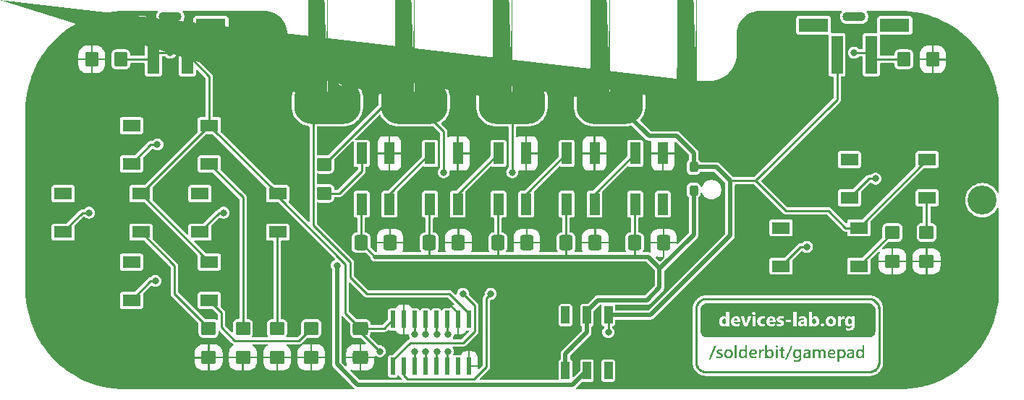
<source format=gtl>
%TF.GenerationSoftware,KiCad,Pcbnew,8.0.2-1*%
%TF.CreationDate,2024-07-01T17:17:08+01:00*%
%TF.ProjectId,solderbit-gamepad,736f6c64-6572-4626-9974-2d67616d6570,v0.6*%
%TF.SameCoordinates,Original*%
%TF.FileFunction,Copper,L1,Top*%
%TF.FilePolarity,Positive*%
%FSLAX46Y46*%
G04 Gerber Fmt 4.6, Leading zero omitted, Abs format (unit mm)*
G04 Created by KiCad (PCBNEW 8.0.2-1) date 2024-07-01 17:17:08*
%MOMM*%
%LPD*%
G01*
G04 APERTURE LIST*
G04 Aperture macros list*
%AMRoundRect*
0 Rectangle with rounded corners*
0 $1 Rounding radius*
0 $2 $3 $4 $5 $6 $7 $8 $9 X,Y pos of 4 corners*
0 Add a 4 corners polygon primitive as box body*
4,1,4,$2,$3,$4,$5,$6,$7,$8,$9,$2,$3,0*
0 Add four circle primitives for the rounded corners*
1,1,$1+$1,$2,$3*
1,1,$1+$1,$4,$5*
1,1,$1+$1,$6,$7*
1,1,$1+$1,$8,$9*
0 Add four rect primitives between the rounded corners*
20,1,$1+$1,$2,$3,$4,$5,0*
20,1,$1+$1,$4,$5,$6,$7,0*
20,1,$1+$1,$6,$7,$8,$9,0*
20,1,$1+$1,$8,$9,$2,$3,0*%
%AMFreePoly0*
4,1,53,1.982861,2.497452,2.265674,2.456790,2.539821,2.376293,2.799722,2.257600,3.040086,2.103127,3.256020,1.916020,3.443127,1.700086,3.597600,1.459722,3.716293,1.199821,3.796790,0.925674,3.837452,0.642861,3.840000,0.500000,3.840000,-0.500000,3.837452,-0.642861,3.796790,-0.925674,3.716293,-1.199821,3.597600,-1.459722,3.443127,-1.700086,3.256020,-1.916020,3.040086,-2.103127,
2.799722,-2.257600,2.539821,-2.376293,2.265674,-2.456790,1.982861,-2.497452,1.840000,-2.500000,-1.910000,-2.500000,-2.052869,-2.497572,-2.335699,-2.456908,-2.609863,-2.376406,-2.869780,-2.257706,-3.110159,-2.103224,-3.326105,-1.916105,-3.513224,-1.700159,-3.667706,-1.459780,-3.786406,-1.199863,-3.866908,-0.925699,-3.907572,-0.642869,-3.910000,-0.500000,-3.910000,0.500000,-3.907572,0.642869,
-3.866908,0.925699,-3.786406,1.199863,-3.667706,1.459780,-3.513224,1.700159,-3.326105,1.916105,-3.110159,2.103224,-2.869780,2.257706,-2.609863,2.376406,-2.335699,2.456908,-2.052869,2.497572,-1.910000,2.500000,1.840000,2.500000,1.982861,2.497452,1.982861,2.497452,$1*%
%AMFreePoly1*
4,1,51,0.468453,2.455718,0.772542,2.377641,1.064448,2.262068,1.339567,2.110820,1.593560,1.926283,1.822422,1.711368,2.022542,1.469463,2.190767,1.204384,2.324441,0.920311,2.421458,0.621725,2.480287,0.313333,2.500000,0.000000,2.480287,-0.313333,2.421458,-0.621725,2.324441,-0.920311,2.190767,-1.204384,2.022542,-1.469463,1.822422,-1.711368,1.593560,-1.926283,1.339567,-2.110820,
1.064448,-2.262068,0.772542,-2.377641,0.468453,-2.455718,0.156976,-2.495067,-0.156976,-2.495067,-0.468453,-2.455718,-0.772542,-2.377641,-1.064448,-2.262068,-1.339567,-2.110820,-1.593560,-1.926283,-1.822422,-1.711368,-2.022542,-1.469463,-2.190767,-1.204384,-2.324441,-0.920311,-2.421458,-0.621725,-2.480287,-0.313333,-2.500000,0.000000,-2.480287,0.313333,-2.421458,0.621725,-2.324441,0.920311,
-2.190767,1.204384,-2.022542,1.469463,-1.822422,1.711368,-1.593560,1.926283,-1.339567,2.110820,-1.064448,2.262068,-0.772542,2.377641,-0.468453,2.455718,-0.156976,2.495067,0.156976,2.495067,0.468453,2.455718,0.468453,2.455718,$1*%
G04 Aperture macros list end*
%TA.AperFunction,EtchedComponent*%
%ADD10C,0.000000*%
%TD*%
%TA.AperFunction,SMDPad,CuDef*%
%ADD11R,1.250000X2.550000*%
%TD*%
%TA.AperFunction,SMDPad,CuDef*%
%ADD12R,2.100000X1.400000*%
%TD*%
%TA.AperFunction,SMDPad,CuDef*%
%ADD13R,3.500000X1.600000*%
%TD*%
%TA.AperFunction,ComponentPad*%
%ADD14O,2.700000X1.100000*%
%TD*%
%TA.AperFunction,SMDPad,CuDef*%
%ADD15R,1.400000X4.500000*%
%TD*%
%TA.AperFunction,SMDPad,CuDef*%
%ADD16RoundRect,0.307693X-0.567307X0.492307X-0.567307X-0.492307X0.567307X-0.492307X0.567307X0.492307X0*%
%TD*%
%TA.AperFunction,SMDPad,CuDef*%
%ADD17RoundRect,0.307693X-0.492307X-0.567307X0.492307X-0.567307X0.492307X0.567307X-0.492307X0.567307X0*%
%TD*%
%TA.AperFunction,SMDPad,CuDef*%
%ADD18RoundRect,0.301886X-0.498114X-0.598114X0.498114X-0.598114X0.498114X0.598114X-0.498114X0.598114X0*%
%TD*%
%TA.AperFunction,SMDPad,CuDef*%
%ADD19RoundRect,0.307693X0.567307X-0.492307X0.567307X0.492307X-0.567307X0.492307X-0.567307X-0.492307X0*%
%TD*%
%TA.AperFunction,SMDPad,CuDef*%
%ADD20RoundRect,0.250000X-0.250000X0.375000X-0.250000X-0.375000X0.250000X-0.375000X0.250000X0.375000X0*%
%TD*%
%TA.AperFunction,SMDPad,CuDef*%
%ADD21RoundRect,0.301886X0.598114X-0.498114X0.598114X0.498114X-0.598114X0.498114X-0.598114X-0.498114X0*%
%TD*%
%TA.AperFunction,SMDPad,CuDef*%
%ADD22R,0.533400X2.010100*%
%TD*%
%TA.AperFunction,SMDPad,CuDef*%
%ADD23R,1.000000X2.000000*%
%TD*%
%TA.AperFunction,SMDPad,CuDef*%
%ADD24FreePoly0,0.000000*%
%TD*%
%TA.AperFunction,ComponentPad*%
%ADD25FreePoly1,0.000000*%
%TD*%
%TA.AperFunction,ComponentPad*%
%ADD26C,3.400000*%
%TD*%
%TA.AperFunction,SMDPad,CuDef*%
%ADD27RoundRect,0.307693X0.492307X0.567307X-0.492307X0.567307X-0.492307X-0.567307X0.492307X-0.567307X0*%
%TD*%
%TA.AperFunction,ViaPad*%
%ADD28C,0.800000*%
%TD*%
%TA.AperFunction,Conductor*%
%ADD29C,0.250000*%
%TD*%
%TA.AperFunction,Conductor*%
%ADD30C,0.500000*%
%TD*%
G04 APERTURE END LIST*
D10*
%TA.AperFunction,EtchedComponent*%
G36*
X130551747Y-76774819D02*
G01*
X130551747Y-77522348D01*
X130431822Y-77522348D01*
X130311898Y-77522348D01*
X130311898Y-76774819D01*
X130311898Y-76027290D01*
X130431822Y-76027290D01*
X130551747Y-76027290D01*
X130551747Y-76774819D01*
G37*
%TD.AperFunction*%
%TA.AperFunction,EtchedComponent*%
G36*
X135316745Y-77014449D02*
G01*
X135316745Y-77522348D01*
X135200759Y-77522348D01*
X135084772Y-77522348D01*
X135086830Y-77016667D01*
X135088889Y-76510985D01*
X135202817Y-76508767D01*
X135316745Y-76506549D01*
X135316745Y-77014449D01*
G37*
%TD.AperFunction*%
%TA.AperFunction,EtchedComponent*%
G36*
X130494527Y-72877943D02*
G01*
X130534970Y-72896240D01*
X130538027Y-72898317D01*
X130572950Y-72932545D01*
X130598046Y-72978884D01*
X130612896Y-73036515D01*
X130614352Y-73047212D01*
X130620843Y-73101133D01*
X130417401Y-73101133D01*
X130213960Y-73101133D01*
X130219056Y-73075650D01*
X130235573Y-73023849D01*
X130262609Y-72974056D01*
X130297273Y-72930269D01*
X130336676Y-72896489D01*
X130357028Y-72884709D01*
X130399767Y-72871742D01*
X130447530Y-72869632D01*
X130494527Y-72877943D01*
G37*
%TD.AperFunction*%
%TA.AperFunction,EtchedComponent*%
G36*
X134627923Y-72877943D02*
G01*
X134668366Y-72896240D01*
X134671424Y-72898317D01*
X134706346Y-72932545D01*
X134731442Y-72978884D01*
X134746292Y-73036515D01*
X134747748Y-73047212D01*
X134754239Y-73101133D01*
X134550798Y-73101133D01*
X134347356Y-73101133D01*
X134352452Y-73075650D01*
X134368969Y-73023849D01*
X134396005Y-72974056D01*
X134430669Y-72930269D01*
X134470072Y-72896489D01*
X134490425Y-72884709D01*
X134533164Y-72871742D01*
X134580926Y-72869632D01*
X134627923Y-72877943D01*
G37*
%TD.AperFunction*%
%TA.AperFunction,EtchedComponent*%
G36*
X135237995Y-76044440D02*
G01*
X135282620Y-76061257D01*
X135315467Y-76088558D01*
X135335845Y-76125516D01*
X135343059Y-76170632D01*
X135336476Y-76215580D01*
X135315956Y-76253173D01*
X135291061Y-76276344D01*
X135260134Y-76290563D01*
X135221079Y-76297779D01*
X135180305Y-76297647D01*
X135144222Y-76289825D01*
X135133118Y-76284789D01*
X135100363Y-76260487D01*
X135080314Y-76229281D01*
X135070991Y-76187999D01*
X135070687Y-76184626D01*
X135073725Y-76137977D01*
X135089782Y-76098573D01*
X135116903Y-76068053D01*
X135153132Y-76048055D01*
X135196513Y-76040217D01*
X135237995Y-76044440D01*
G37*
%TD.AperFunction*%
%TA.AperFunction,EtchedComponent*%
G36*
X138405274Y-73254281D02*
G01*
X138409380Y-73259861D01*
X138410788Y-73273013D01*
X138409973Y-73296848D01*
X138408378Y-73320954D01*
X138398350Y-73388345D01*
X138378264Y-73443846D01*
X138347521Y-73488462D01*
X138305521Y-73523197D01*
X138278879Y-73537760D01*
X138230452Y-73553078D01*
X138179306Y-73556098D01*
X138130927Y-73546689D01*
X138118189Y-73541612D01*
X138082334Y-73517769D01*
X138058193Y-73486083D01*
X138045600Y-73449414D01*
X138044390Y-73410625D01*
X138054399Y-73372575D01*
X138075460Y-73338126D01*
X138107409Y-73310139D01*
X138132285Y-73297418D01*
X138150488Y-73292159D01*
X138180712Y-73285543D01*
X138219115Y-73278208D01*
X138261854Y-73270795D01*
X138305085Y-73263944D01*
X138344965Y-73258295D01*
X138377652Y-73254487D01*
X138397993Y-73253163D01*
X138405274Y-73254281D01*
G37*
%TD.AperFunction*%
%TA.AperFunction,EtchedComponent*%
G36*
X141595501Y-72905317D02*
G01*
X141652142Y-72920775D01*
X141699362Y-72949136D01*
X141737032Y-72990300D01*
X141765022Y-73044165D01*
X141780762Y-73098227D01*
X141790288Y-73167157D01*
X141791206Y-73239050D01*
X141783936Y-73309366D01*
X141768901Y-73373566D01*
X141751082Y-73418442D01*
X141719294Y-73465144D01*
X141676963Y-73500781D01*
X141625733Y-73524639D01*
X141567247Y-73536004D01*
X141503149Y-73534164D01*
X141489287Y-73532060D01*
X141441716Y-73518333D01*
X141397558Y-73495574D01*
X141363677Y-73467664D01*
X141334843Y-73426061D01*
X141312653Y-73372899D01*
X141297688Y-73311416D01*
X141290531Y-73244848D01*
X141291762Y-73176434D01*
X141300520Y-73115972D01*
X141320651Y-73048362D01*
X141349751Y-72993911D01*
X141388110Y-72952350D01*
X141436020Y-72923407D01*
X141493772Y-72906812D01*
X141529570Y-72902865D01*
X141595501Y-72905317D01*
G37*
%TD.AperFunction*%
%TA.AperFunction,EtchedComponent*%
G36*
X139670168Y-72913493D02*
G01*
X139686560Y-72920293D01*
X139732169Y-72949459D01*
X139767725Y-72990022D01*
X139793460Y-73042431D01*
X139809605Y-73107131D01*
X139815824Y-73169090D01*
X139814791Y-73253266D01*
X139803517Y-73328005D01*
X139782458Y-73392544D01*
X139752067Y-73446121D01*
X139712798Y-73487972D01*
X139665106Y-73517334D01*
X139609445Y-73533444D01*
X139598048Y-73534939D01*
X139567176Y-73536075D01*
X139537020Y-73533822D01*
X139527833Y-73532127D01*
X139475776Y-73511873D01*
X139430351Y-73477944D01*
X139393367Y-73431910D01*
X139376795Y-73400944D01*
X139368903Y-73381205D01*
X139363377Y-73360222D01*
X139359673Y-73334254D01*
X139357246Y-73299560D01*
X139355641Y-73255547D01*
X139355088Y-73192853D01*
X139357736Y-73142277D01*
X139364101Y-73100177D01*
X139374703Y-73062907D01*
X139387348Y-73032481D01*
X139418235Y-72984107D01*
X139459208Y-72945805D01*
X139507578Y-72918585D01*
X139560654Y-72903454D01*
X139615747Y-72901420D01*
X139670168Y-72913493D01*
G37*
%TD.AperFunction*%
%TA.AperFunction,EtchedComponent*%
G36*
X129132156Y-72908746D02*
G01*
X129184256Y-72930084D01*
X129228754Y-72965444D01*
X129265425Y-73014686D01*
X129271268Y-73025181D01*
X129278945Y-73040204D01*
X129284508Y-73053938D01*
X129288297Y-73069252D01*
X129290648Y-73089014D01*
X129291900Y-73116091D01*
X129292390Y-73153353D01*
X129292456Y-73203667D01*
X129292455Y-73205068D01*
X129292315Y-73255963D01*
X129291737Y-73293839D01*
X129290384Y-73321667D01*
X129287917Y-73342418D01*
X129283995Y-73359061D01*
X129278280Y-73374569D01*
X129271351Y-73389952D01*
X129237980Y-73445927D01*
X129196749Y-73489205D01*
X129148934Y-73519066D01*
X129095809Y-73534788D01*
X129038648Y-73535650D01*
X129019323Y-73532592D01*
X128965728Y-73514255D01*
X128920576Y-73482933D01*
X128884368Y-73439522D01*
X128857608Y-73384917D01*
X128840798Y-73320013D01*
X128834442Y-73245705D01*
X128835355Y-73205068D01*
X128844957Y-73125762D01*
X128864036Y-73057441D01*
X128892116Y-73000712D01*
X128928721Y-72956181D01*
X128973376Y-72924458D01*
X129025607Y-72906149D01*
X129072679Y-72901569D01*
X129132156Y-72908746D01*
G37*
%TD.AperFunction*%
%TA.AperFunction,EtchedComponent*%
G36*
X143838188Y-72909055D02*
G01*
X143888459Y-72931603D01*
X143932747Y-72968380D01*
X143970152Y-73018782D01*
X143977241Y-73031400D01*
X143983804Y-73044739D01*
X143988554Y-73058300D01*
X143991782Y-73074879D01*
X143993776Y-73097270D01*
X143994829Y-73128270D01*
X143995230Y-73170676D01*
X143995278Y-73205068D01*
X143995170Y-73255942D01*
X143994621Y-73293794D01*
X143993292Y-73321593D01*
X143990844Y-73342306D01*
X143986940Y-73358903D01*
X143981242Y-73374350D01*
X143974210Y-73389911D01*
X143940741Y-73445932D01*
X143899451Y-73489231D01*
X143851604Y-73519092D01*
X143798466Y-73534800D01*
X143741300Y-73535640D01*
X143722062Y-73532592D01*
X143678077Y-73519365D01*
X143641823Y-73497262D01*
X143613370Y-73469897D01*
X143587171Y-73437631D01*
X143568761Y-73405613D01*
X143554997Y-73367595D01*
X143547678Y-73339380D01*
X143536837Y-73262185D01*
X143539644Y-73179326D01*
X143547284Y-73129249D01*
X143566620Y-73058756D01*
X143595074Y-73000899D01*
X143632349Y-72955963D01*
X143678147Y-72924238D01*
X143732170Y-72906010D01*
X143782837Y-72901337D01*
X143838188Y-72909055D01*
G37*
%TD.AperFunction*%
%TA.AperFunction,EtchedComponent*%
G36*
X133675949Y-76498485D02*
G01*
X133687771Y-76501144D01*
X133709758Y-76507292D01*
X133709758Y-76619070D01*
X133709571Y-76659268D01*
X133709060Y-76693050D01*
X133708294Y-76717555D01*
X133707345Y-76729918D01*
X133706988Y-76730847D01*
X133698801Y-76727556D01*
X133681968Y-76719397D01*
X133677007Y-76716873D01*
X133644682Y-76706708D01*
X133604011Y-76702884D01*
X133561266Y-76705261D01*
X133522717Y-76713698D01*
X133505886Y-76720708D01*
X133461381Y-76752290D01*
X133421994Y-76796218D01*
X133390136Y-76849077D01*
X133368216Y-76907453D01*
X133365087Y-76920159D01*
X133362939Y-76937197D01*
X133360752Y-76968090D01*
X133358610Y-77010701D01*
X133356598Y-77062894D01*
X133354801Y-77122536D01*
X133353303Y-77187489D01*
X133352395Y-77240526D01*
X133348316Y-77522348D01*
X133233163Y-77522348D01*
X133118011Y-77522348D01*
X133120069Y-77016667D01*
X133122128Y-76510985D01*
X133236056Y-76508767D01*
X133349984Y-76506549D01*
X133350377Y-76608704D01*
X133350771Y-76710859D01*
X133378796Y-76656247D01*
X133412108Y-76602777D01*
X133451963Y-76557658D01*
X133495404Y-76523971D01*
X133516309Y-76512925D01*
X133550075Y-76502700D01*
X133592528Y-76496569D01*
X133636782Y-76495006D01*
X133675949Y-76498485D01*
G37*
%TD.AperFunction*%
%TA.AperFunction,EtchedComponent*%
G36*
X128089862Y-76108767D02*
G01*
X128108949Y-76110303D01*
X128117950Y-76113141D01*
X128119020Y-76117002D01*
X128115268Y-76126091D01*
X128105884Y-76148766D01*
X128091357Y-76183841D01*
X128072179Y-76230133D01*
X128048842Y-76286456D01*
X128021836Y-76351626D01*
X127991653Y-76424457D01*
X127958783Y-76503765D01*
X127923718Y-76588365D01*
X127886950Y-76677071D01*
X127848968Y-76768701D01*
X127810265Y-76862067D01*
X127771332Y-76955986D01*
X127732659Y-77049273D01*
X127694738Y-77140743D01*
X127658060Y-77229211D01*
X127623116Y-77313493D01*
X127590397Y-77392403D01*
X127560395Y-77464756D01*
X127533600Y-77529368D01*
X127510505Y-77585055D01*
X127491599Y-77630630D01*
X127477374Y-77664910D01*
X127468322Y-77686709D01*
X127466021Y-77692241D01*
X127440214Y-77754202D01*
X127333279Y-77754202D01*
X127288309Y-77753858D01*
X127257466Y-77752706D01*
X127238897Y-77750567D01*
X127230753Y-77747261D01*
X127230241Y-77744208D01*
X127233755Y-77735622D01*
X127242974Y-77713216D01*
X127257502Y-77677948D01*
X127276945Y-77630780D01*
X127300905Y-77572671D01*
X127328988Y-77504580D01*
X127360797Y-77427467D01*
X127395936Y-77342293D01*
X127434009Y-77250016D01*
X127474621Y-77151597D01*
X127517376Y-77047995D01*
X127561878Y-76940170D01*
X127569078Y-76922726D01*
X127904018Y-76111237D01*
X128013592Y-76109007D01*
X128058730Y-76108385D01*
X128089862Y-76108767D01*
G37*
%TD.AperFunction*%
%TA.AperFunction,EtchedComponent*%
G36*
X137020237Y-76108767D02*
G01*
X137039323Y-76110303D01*
X137048324Y-76113141D01*
X137049394Y-76117002D01*
X137045643Y-76126091D01*
X137036258Y-76148766D01*
X137021732Y-76183841D01*
X137002554Y-76230133D01*
X136979217Y-76286456D01*
X136952211Y-76351626D01*
X136922027Y-76424457D01*
X136889158Y-76503765D01*
X136854093Y-76588365D01*
X136817324Y-76677071D01*
X136779343Y-76768701D01*
X136740640Y-76862067D01*
X136701706Y-76955986D01*
X136663033Y-77049273D01*
X136625112Y-77140743D01*
X136588434Y-77229211D01*
X136553490Y-77313493D01*
X136520772Y-77392403D01*
X136490769Y-77464756D01*
X136463975Y-77529368D01*
X136440879Y-77585055D01*
X136421973Y-77630630D01*
X136407749Y-77664910D01*
X136398696Y-77686709D01*
X136396395Y-77692241D01*
X136370588Y-77754202D01*
X136263653Y-77754202D01*
X136218684Y-77753858D01*
X136187840Y-77752706D01*
X136169272Y-77750567D01*
X136161127Y-77747261D01*
X136160616Y-77744208D01*
X136164129Y-77735622D01*
X136173348Y-77713216D01*
X136187877Y-77677948D01*
X136207320Y-77630780D01*
X136231280Y-77572671D01*
X136259362Y-77504580D01*
X136291171Y-77427467D01*
X136326310Y-77342293D01*
X136364384Y-77250016D01*
X136404996Y-77151597D01*
X136447751Y-77047995D01*
X136492253Y-76940170D01*
X136499453Y-76922726D01*
X136834392Y-76111237D01*
X136943967Y-76109007D01*
X136989105Y-76108385D01*
X137020237Y-76108767D01*
G37*
%TD.AperFunction*%
%TA.AperFunction,EtchedComponent*%
G36*
X135902032Y-76215325D02*
G01*
X135904735Y-76225764D01*
X135906604Y-76246240D01*
X135907752Y-76278405D01*
X135908292Y-76323913D01*
X135908373Y-76358226D01*
X135908373Y-76506988D01*
X136028297Y-76506988D01*
X136148222Y-76506988D01*
X136148222Y-76598716D01*
X136148222Y-76690445D01*
X136030296Y-76692657D01*
X135912370Y-76694869D01*
X135912370Y-76978691D01*
X135912413Y-77053931D01*
X135912602Y-77114912D01*
X135913023Y-77163366D01*
X135913764Y-77201024D01*
X135914914Y-77229617D01*
X135916559Y-77250876D01*
X135918788Y-77266532D01*
X135921689Y-77278317D01*
X135925348Y-77287961D01*
X135928360Y-77294269D01*
X135944733Y-77318161D01*
X135965367Y-77337734D01*
X135970442Y-77341040D01*
X136000321Y-77351581D01*
X136038077Y-77355934D01*
X136076798Y-77353992D01*
X136109575Y-77345649D01*
X136114696Y-77343261D01*
X136132442Y-77334676D01*
X136143245Y-77330537D01*
X136143827Y-77330469D01*
X136145566Y-77337935D01*
X136146979Y-77358217D01*
X136147915Y-77388142D01*
X136148222Y-77421441D01*
X136148222Y-77512413D01*
X136126235Y-77521495D01*
X136076604Y-77535887D01*
X136017020Y-77543246D01*
X135952021Y-77543311D01*
X135886140Y-77535817D01*
X135884388Y-77535507D01*
X135822752Y-77517386D01*
X135770316Y-77487252D01*
X135728419Y-77446157D01*
X135698399Y-77395152D01*
X135695068Y-77386882D01*
X135691573Y-77376180D01*
X135688668Y-77363044D01*
X135686282Y-77345892D01*
X135684342Y-77323144D01*
X135682777Y-77293219D01*
X135681513Y-77254536D01*
X135680479Y-77205513D01*
X135679604Y-77144570D01*
X135678814Y-77070125D01*
X135678372Y-77020664D01*
X135675553Y-76690872D01*
X135592089Y-76690872D01*
X135508624Y-76690872D01*
X135508624Y-76598930D01*
X135508624Y-76506988D01*
X135592572Y-76506988D01*
X135676519Y-76506988D01*
X135676519Y-76392168D01*
X135676519Y-76277347D01*
X135782452Y-76247213D01*
X135821899Y-76235924D01*
X135856199Y-76225983D01*
X135882217Y-76218306D01*
X135896817Y-76213813D01*
X135898379Y-76213271D01*
X135902032Y-76215325D01*
G37*
%TD.AperFunction*%
%TA.AperFunction,EtchedComponent*%
G36*
X129677466Y-76495277D02*
G01*
X129736138Y-76505718D01*
X129738771Y-76506389D01*
X129820160Y-76534867D01*
X129890944Y-76575287D01*
X129951010Y-76627527D01*
X130000247Y-76691466D01*
X130038542Y-76766981D01*
X130065785Y-76853949D01*
X130068653Y-76866761D01*
X130075446Y-76913143D01*
X130078941Y-76969508D01*
X130079155Y-77030199D01*
X130076104Y-77089558D01*
X130069806Y-77141925D01*
X130067795Y-77152918D01*
X130043216Y-77237458D01*
X130005232Y-77314209D01*
X129954975Y-77381968D01*
X129893581Y-77439528D01*
X129822181Y-77485684D01*
X129741911Y-77519231D01*
X129716273Y-77526656D01*
X129671965Y-77535036D01*
X129617676Y-77540507D01*
X129559178Y-77542895D01*
X129502245Y-77542027D01*
X129452649Y-77537729D01*
X129436449Y-77535068D01*
X129350348Y-77510843D01*
X129273564Y-77474136D01*
X129206693Y-77425867D01*
X129150328Y-77366953D01*
X129105063Y-77298313D01*
X129071493Y-77220865D01*
X129050212Y-77135530D01*
X129041814Y-77043224D01*
X129043840Y-77003987D01*
X129280585Y-77003987D01*
X129282729Y-77069104D01*
X129293746Y-77132431D01*
X129313694Y-77191775D01*
X129342633Y-77244940D01*
X129380623Y-77289732D01*
X129427723Y-77323958D01*
X129433753Y-77327131D01*
X129494969Y-77349410D01*
X129560781Y-77357419D01*
X129628345Y-77351039D01*
X129677441Y-77337120D01*
X129722193Y-77312522D01*
X129755645Y-77282317D01*
X129790095Y-77238293D01*
X129814962Y-77189064D01*
X129830874Y-77132363D01*
X129838459Y-77065923D01*
X129838346Y-76987479D01*
X129838205Y-76984376D01*
X129829843Y-76905482D01*
X129812492Y-76839211D01*
X129785761Y-76784699D01*
X129749255Y-76741086D01*
X129715449Y-76715151D01*
X129662914Y-76690672D01*
X129603366Y-76677796D01*
X129541069Y-76676789D01*
X129480285Y-76687919D01*
X129450730Y-76698575D01*
X129400883Y-76728352D01*
X129359552Y-76769505D01*
X129326798Y-76819839D01*
X129302679Y-76877160D01*
X129287255Y-76939274D01*
X129280585Y-77003987D01*
X129043840Y-77003987D01*
X129046893Y-76944867D01*
X129048167Y-76934718D01*
X129067369Y-76840939D01*
X129098683Y-76757331D01*
X129141834Y-76684216D01*
X129196545Y-76621918D01*
X129262540Y-76570760D01*
X129339543Y-76531065D01*
X129414060Y-76506420D01*
X129472304Y-76495699D01*
X129539592Y-76490268D01*
X129609965Y-76490127D01*
X129677466Y-76495277D01*
G37*
%TD.AperFunction*%
%TA.AperFunction,EtchedComponent*%
G36*
X132565644Y-76494763D02*
G01*
X132636716Y-76510575D01*
X132699556Y-76537934D01*
X132756316Y-76577649D01*
X132782740Y-76602046D01*
X132828565Y-76657585D01*
X132864123Y-76722684D01*
X132889722Y-76798255D01*
X132905675Y-76885212D01*
X132912255Y-76982688D01*
X132914259Y-77078628D01*
X132571371Y-77080713D01*
X132228483Y-77082799D01*
X132233232Y-77122904D01*
X132243341Y-77168077D01*
X132261712Y-77214312D01*
X132285598Y-77255865D01*
X132311413Y-77286245D01*
X132358937Y-77321858D01*
X132411078Y-77345869D01*
X132470855Y-77359307D01*
X132536837Y-77363221D01*
X132597800Y-77360685D01*
X132650960Y-77352103D01*
X132702805Y-77335930D01*
X132759828Y-77310622D01*
X132761650Y-77309723D01*
X132791989Y-77294853D01*
X132816477Y-77283087D01*
X132831923Y-77275946D01*
X132835604Y-77274504D01*
X132836669Y-77281973D01*
X132837536Y-77302272D01*
X132838112Y-77332244D01*
X132838306Y-77366312D01*
X132838306Y-77458119D01*
X132800129Y-77477465D01*
X132732124Y-77505299D01*
X132653885Y-77526192D01*
X132569834Y-77539597D01*
X132484395Y-77544965D01*
X132401989Y-77541746D01*
X132346687Y-77533738D01*
X132269080Y-77510537D01*
X132199120Y-77473793D01*
X132137827Y-77424516D01*
X132086221Y-77363715D01*
X132045322Y-77292400D01*
X132016150Y-77211579D01*
X132014410Y-77204952D01*
X131999332Y-77124273D01*
X131993380Y-77039146D01*
X131996372Y-76953963D01*
X132002077Y-76914731D01*
X132228910Y-76914731D01*
X132458766Y-76914731D01*
X132688623Y-76914731D01*
X132684232Y-76866309D01*
X132674087Y-76815735D01*
X132654342Y-76767104D01*
X132627496Y-76725767D01*
X132610094Y-76707622D01*
X132568127Y-76680882D01*
X132518517Y-76665655D01*
X132465087Y-76662309D01*
X132411662Y-76671212D01*
X132376064Y-76685055D01*
X132334007Y-76713808D01*
X132295742Y-76754630D01*
X132264015Y-76803633D01*
X132241570Y-76856931D01*
X132234352Y-76885722D01*
X132228910Y-76914731D01*
X132002077Y-76914731D01*
X132008128Y-76873114D01*
X132028467Y-76800990D01*
X132031331Y-76793498D01*
X132066972Y-76722355D01*
X132114676Y-76656506D01*
X132171676Y-76598986D01*
X132235207Y-76552831D01*
X132265851Y-76536257D01*
X132313708Y-76515253D01*
X132357749Y-76501350D01*
X132403660Y-76493333D01*
X132457129Y-76489991D01*
X132484189Y-76489689D01*
X132565644Y-76494763D01*
G37*
%TD.AperFunction*%
%TA.AperFunction,EtchedComponent*%
G36*
X141735868Y-76494763D02*
G01*
X141806940Y-76510575D01*
X141869780Y-76537934D01*
X141926539Y-76577649D01*
X141952963Y-76602046D01*
X141998789Y-76657585D01*
X142034346Y-76722684D01*
X142059946Y-76798255D01*
X142075898Y-76885212D01*
X142082478Y-76982688D01*
X142084482Y-77078628D01*
X141741594Y-77080713D01*
X141398706Y-77082799D01*
X141403456Y-77122904D01*
X141413564Y-77168077D01*
X141431936Y-77214312D01*
X141455821Y-77255865D01*
X141481636Y-77286245D01*
X141529160Y-77321858D01*
X141581301Y-77345869D01*
X141641079Y-77359307D01*
X141707060Y-77363221D01*
X141768024Y-77360685D01*
X141821183Y-77352103D01*
X141873029Y-77335930D01*
X141930051Y-77310622D01*
X141931874Y-77309723D01*
X141962212Y-77294853D01*
X141986700Y-77283087D01*
X142002146Y-77275946D01*
X142005827Y-77274504D01*
X142006892Y-77281973D01*
X142007759Y-77302272D01*
X142008336Y-77332244D01*
X142008530Y-77366312D01*
X142008530Y-77458119D01*
X141970352Y-77477465D01*
X141902348Y-77505299D01*
X141824108Y-77526192D01*
X141740058Y-77539597D01*
X141654618Y-77544965D01*
X141572212Y-77541746D01*
X141516911Y-77533738D01*
X141439304Y-77510537D01*
X141369344Y-77473793D01*
X141308051Y-77424516D01*
X141256444Y-77363715D01*
X141215546Y-77292400D01*
X141186374Y-77211579D01*
X141184633Y-77204952D01*
X141169556Y-77124273D01*
X141163603Y-77039146D01*
X141166595Y-76953963D01*
X141172300Y-76914731D01*
X141399133Y-76914731D01*
X141628990Y-76914731D01*
X141858846Y-76914731D01*
X141854456Y-76866309D01*
X141844311Y-76815735D01*
X141824566Y-76767104D01*
X141797720Y-76725767D01*
X141780317Y-76707622D01*
X141738351Y-76680882D01*
X141688740Y-76665655D01*
X141635311Y-76662309D01*
X141581886Y-76671212D01*
X141546287Y-76685055D01*
X141504230Y-76713808D01*
X141465966Y-76754630D01*
X141434238Y-76803633D01*
X141411794Y-76856931D01*
X141404575Y-76885722D01*
X141399133Y-76914731D01*
X141172300Y-76914731D01*
X141178351Y-76873114D01*
X141198691Y-76800990D01*
X141201554Y-76793498D01*
X141237195Y-76722355D01*
X141284899Y-76656506D01*
X141341900Y-76598986D01*
X141405430Y-76552831D01*
X141436074Y-76536257D01*
X141483931Y-76515253D01*
X141527972Y-76501350D01*
X141573883Y-76493333D01*
X141627353Y-76489991D01*
X141654412Y-76489689D01*
X141735868Y-76494763D01*
G37*
%TD.AperFunction*%
%TA.AperFunction,EtchedComponent*%
G36*
X142980683Y-76499726D02*
G01*
X143051411Y-76523905D01*
X143113700Y-76561102D01*
X143167019Y-76610838D01*
X143210842Y-76672638D01*
X143244638Y-76746026D01*
X143267878Y-76830524D01*
X143278834Y-76909470D01*
X143282193Y-77015622D01*
X143274097Y-77114321D01*
X143255037Y-77204777D01*
X143225502Y-77286197D01*
X143185982Y-77357790D01*
X143136965Y-77418765D01*
X143078943Y-77468331D01*
X143012404Y-77505696D01*
X142937838Y-77530069D01*
X142889948Y-77538071D01*
X142808369Y-77540519D01*
X142734057Y-77528730D01*
X142666958Y-77502683D01*
X142607016Y-77462355D01*
X142554176Y-77407724D01*
X142550013Y-77402424D01*
X142528380Y-77374441D01*
X142528291Y-77680249D01*
X142528203Y-77986056D01*
X142412234Y-77986056D01*
X142296265Y-77986056D01*
X142298306Y-77248521D01*
X142298895Y-77035730D01*
X142528203Y-77035730D01*
X142530628Y-77104755D01*
X142538474Y-77161225D01*
X142552597Y-77207908D01*
X142573855Y-77247573D01*
X142603101Y-77282990D01*
X142605370Y-77285281D01*
X142653855Y-77324393D01*
X142706339Y-77348380D01*
X142763531Y-77357395D01*
X142826143Y-77351588D01*
X142867522Y-77340760D01*
X142905222Y-77322067D01*
X142942710Y-77291832D01*
X142975800Y-77253999D01*
X142997656Y-77218167D01*
X143020959Y-77156205D01*
X143036140Y-77085337D01*
X143042836Y-77010594D01*
X143040687Y-76937005D01*
X143029329Y-76869599D01*
X143024049Y-76851264D01*
X142998001Y-76793114D01*
X142962057Y-76745938D01*
X142918276Y-76710197D01*
X142868719Y-76686353D01*
X142815445Y-76674866D01*
X142760515Y-76676198D01*
X142705989Y-76690810D01*
X142653927Y-76719162D01*
X142609348Y-76758458D01*
X142578054Y-76798994D01*
X142555010Y-76844866D01*
X142539499Y-76898525D01*
X142530804Y-76962425D01*
X142528203Y-77035730D01*
X142298895Y-77035730D01*
X142300346Y-76510985D01*
X142414274Y-76508767D01*
X142528203Y-76506549D01*
X142528203Y-76590715D01*
X142528927Y-76629210D01*
X142530963Y-76657224D01*
X142534106Y-76672597D01*
X142536198Y-76674882D01*
X142543962Y-76669012D01*
X142544193Y-76667180D01*
X142549332Y-76658258D01*
X142563080Y-76640919D01*
X142582927Y-76618239D01*
X142593107Y-76607187D01*
X142651040Y-76555804D01*
X142715006Y-76519188D01*
X142785341Y-76497166D01*
X142816021Y-76492324D01*
X142902043Y-76489040D01*
X142980683Y-76499726D01*
G37*
%TD.AperFunction*%
%TA.AperFunction,EtchedComponent*%
G36*
X131750991Y-76774819D02*
G01*
X131750991Y-77522348D01*
X131635064Y-77522348D01*
X131519137Y-77522348D01*
X131519137Y-77440620D01*
X131519008Y-77404167D01*
X131518315Y-77381554D01*
X131516600Y-77370627D01*
X131513407Y-77369238D01*
X131508276Y-77375234D01*
X131505951Y-77378659D01*
X131459416Y-77434652D01*
X131401607Y-77481629D01*
X131335927Y-77516921D01*
X131323261Y-77521928D01*
X131276953Y-77534366D01*
X131221664Y-77541786D01*
X131163696Y-77543867D01*
X131109351Y-77540292D01*
X131077347Y-77534382D01*
X131006759Y-77508583D01*
X130944240Y-77469659D01*
X130890339Y-77418599D01*
X130845608Y-77356389D01*
X130810596Y-77284018D01*
X130785854Y-77202473D01*
X130771932Y-77112742D01*
X130770477Y-77057471D01*
X131009641Y-77057471D01*
X131018090Y-77129393D01*
X131034207Y-77189297D01*
X131058864Y-77239635D01*
X131087540Y-77277123D01*
X131132572Y-77318050D01*
X131180516Y-77344478D01*
X131233173Y-77356887D01*
X131292345Y-77355757D01*
X131344911Y-77345598D01*
X131381429Y-77329934D01*
X131419166Y-77302883D01*
X131453635Y-77267992D01*
X131469239Y-77247247D01*
X131488477Y-77215510D01*
X131502697Y-77183492D01*
X131512572Y-77148020D01*
X131518774Y-77105923D01*
X131521978Y-77054028D01*
X131522856Y-76994681D01*
X131522768Y-76947103D01*
X131522108Y-76912170D01*
X131520440Y-76886535D01*
X131517331Y-76866854D01*
X131512347Y-76849781D01*
X131505054Y-76831971D01*
X131500423Y-76821781D01*
X131467239Y-76766141D01*
X131425105Y-76723716D01*
X131374217Y-76694641D01*
X131314772Y-76679053D01*
X131292419Y-76676835D01*
X131228224Y-76679884D01*
X131171152Y-76697186D01*
X131121706Y-76728437D01*
X131080389Y-76773334D01*
X131052314Y-76821412D01*
X131024356Y-76896556D01*
X131010377Y-76975316D01*
X131009641Y-77057471D01*
X130770477Y-77057471D01*
X130769381Y-77015813D01*
X130770980Y-76984535D01*
X130783877Y-76884527D01*
X130807927Y-76793916D01*
X130842750Y-76713463D01*
X130887967Y-76643925D01*
X130943196Y-76586063D01*
X130986674Y-76553516D01*
X131044529Y-76522061D01*
X131104936Y-76501890D01*
X131172145Y-76491848D01*
X131219326Y-76490201D01*
X131290784Y-76494182D01*
X131351067Y-76506899D01*
X131403089Y-76529520D01*
X131449760Y-76563212D01*
X131482235Y-76595592D01*
X131519137Y-76636637D01*
X131519137Y-76331963D01*
X131519137Y-76027290D01*
X131635064Y-76027290D01*
X131750991Y-76027290D01*
X131750991Y-76774819D01*
G37*
%TD.AperFunction*%
%TA.AperFunction,EtchedComponent*%
G36*
X145454359Y-76774819D02*
G01*
X145454359Y-77522348D01*
X145338432Y-77522348D01*
X145222505Y-77522348D01*
X145222505Y-77440620D01*
X145222376Y-77404167D01*
X145221683Y-77381554D01*
X145219968Y-77370627D01*
X145216775Y-77369238D01*
X145211644Y-77375234D01*
X145209319Y-77378659D01*
X145162784Y-77434652D01*
X145104975Y-77481629D01*
X145039295Y-77516921D01*
X145026629Y-77521928D01*
X144980321Y-77534366D01*
X144925032Y-77541786D01*
X144867064Y-77543867D01*
X144812719Y-77540292D01*
X144780715Y-77534382D01*
X144710127Y-77508583D01*
X144647608Y-77469659D01*
X144593707Y-77418599D01*
X144548976Y-77356389D01*
X144513964Y-77284018D01*
X144489222Y-77202473D01*
X144475300Y-77112742D01*
X144473845Y-77057471D01*
X144713009Y-77057471D01*
X144721458Y-77129393D01*
X144737575Y-77189297D01*
X144762232Y-77239635D01*
X144790908Y-77277123D01*
X144835940Y-77318050D01*
X144883884Y-77344478D01*
X144936541Y-77356887D01*
X144995713Y-77355757D01*
X145048279Y-77345598D01*
X145084797Y-77329934D01*
X145122533Y-77302883D01*
X145157003Y-77267992D01*
X145172607Y-77247247D01*
X145191845Y-77215510D01*
X145206065Y-77183492D01*
X145215940Y-77148020D01*
X145222142Y-77105923D01*
X145225346Y-77054028D01*
X145226224Y-76994681D01*
X145226136Y-76947103D01*
X145225476Y-76912170D01*
X145223808Y-76886535D01*
X145220699Y-76866854D01*
X145215715Y-76849781D01*
X145208422Y-76831971D01*
X145203791Y-76821781D01*
X145170607Y-76766141D01*
X145128473Y-76723716D01*
X145077585Y-76694641D01*
X145018140Y-76679053D01*
X144995787Y-76676835D01*
X144931592Y-76679884D01*
X144874520Y-76697186D01*
X144825074Y-76728437D01*
X144783757Y-76773334D01*
X144755682Y-76821412D01*
X144727724Y-76896556D01*
X144713745Y-76975316D01*
X144713009Y-77057471D01*
X144473845Y-77057471D01*
X144472749Y-77015813D01*
X144474348Y-76984535D01*
X144487245Y-76884527D01*
X144511295Y-76793916D01*
X144546118Y-76713463D01*
X144591335Y-76643925D01*
X144646564Y-76586063D01*
X144690042Y-76553516D01*
X144747897Y-76522061D01*
X144808304Y-76501890D01*
X144875513Y-76491848D01*
X144922694Y-76490201D01*
X144994151Y-76494182D01*
X145054435Y-76506899D01*
X145106457Y-76529520D01*
X145153128Y-76563212D01*
X145185603Y-76595592D01*
X145222505Y-76636637D01*
X145222505Y-76331963D01*
X145222505Y-76027290D01*
X145338432Y-76027290D01*
X145454359Y-76027290D01*
X145454359Y-76774819D01*
G37*
%TD.AperFunction*%
%TA.AperFunction,EtchedComponent*%
G36*
X134101511Y-76351086D02*
G01*
X134101707Y-76441036D01*
X134102289Y-76516911D01*
X134103249Y-76578363D01*
X134104577Y-76625048D01*
X134106267Y-76656619D01*
X134108308Y-76672729D01*
X134109506Y-76674882D01*
X134117271Y-76669012D01*
X134117501Y-76667180D01*
X134122641Y-76658258D01*
X134136388Y-76640919D01*
X134156235Y-76618239D01*
X134166416Y-76607187D01*
X134224572Y-76556027D01*
X134289911Y-76519123D01*
X134362261Y-76496536D01*
X134441451Y-76488322D01*
X134505256Y-76491632D01*
X134580998Y-76506938D01*
X134647429Y-76534995D01*
X134705075Y-76576182D01*
X134754460Y-76630877D01*
X134796111Y-76699460D01*
X134797804Y-76702864D01*
X134821469Y-76757635D01*
X134838115Y-76813389D01*
X134848531Y-76874156D01*
X134853506Y-76943966D01*
X134854210Y-76990683D01*
X134849523Y-77091399D01*
X134835325Y-77180781D01*
X134811139Y-77260689D01*
X134776491Y-77332982D01*
X134759632Y-77360129D01*
X134727788Y-77401063D01*
X134688543Y-77440927D01*
X134646514Y-77475567D01*
X134606315Y-77500828D01*
X134599875Y-77503946D01*
X134535208Y-77527021D01*
X134464672Y-77540829D01*
X134393627Y-77544784D01*
X134327432Y-77538301D01*
X134313377Y-77535252D01*
X134249831Y-77511826D01*
X134190482Y-77474147D01*
X134144539Y-77431257D01*
X134101511Y-77383709D01*
X134101511Y-77453029D01*
X134101511Y-77522348D01*
X133985584Y-77522348D01*
X133869657Y-77522348D01*
X133869657Y-77035730D01*
X134101511Y-77035730D01*
X134103936Y-77104755D01*
X134111782Y-77161225D01*
X134125906Y-77207908D01*
X134147163Y-77247573D01*
X134176410Y-77282990D01*
X134178678Y-77285281D01*
X134227163Y-77324393D01*
X134279647Y-77348380D01*
X134336839Y-77357395D01*
X134399451Y-77351588D01*
X134440830Y-77340760D01*
X134478530Y-77322067D01*
X134516018Y-77291832D01*
X134549108Y-77253999D01*
X134570964Y-77218167D01*
X134594267Y-77156205D01*
X134609448Y-77085337D01*
X134616145Y-77010594D01*
X134613995Y-76937005D01*
X134602637Y-76869599D01*
X134597357Y-76851264D01*
X134571309Y-76793114D01*
X134535365Y-76745938D01*
X134491584Y-76710197D01*
X134442027Y-76686353D01*
X134388753Y-76674866D01*
X134333823Y-76676198D01*
X134279297Y-76690810D01*
X134227235Y-76719162D01*
X134182656Y-76758458D01*
X134151362Y-76798994D01*
X134128318Y-76844866D01*
X134112808Y-76898525D01*
X134104112Y-76962425D01*
X134101511Y-77035730D01*
X133869657Y-77035730D01*
X133869657Y-76774819D01*
X133869657Y-76027290D01*
X133985584Y-76027290D01*
X134101511Y-76027290D01*
X134101511Y-76351086D01*
G37*
%TD.AperFunction*%
%TA.AperFunction,EtchedComponent*%
G36*
X128642009Y-76490985D02*
G01*
X128711306Y-76496612D01*
X128774848Y-76507216D01*
X128827020Y-76522289D01*
X128848820Y-76530577D01*
X128848820Y-76630712D01*
X128848538Y-76668611D01*
X128847771Y-76699933D01*
X128846630Y-76721653D01*
X128845229Y-76730747D01*
X128845061Y-76730847D01*
X128836571Y-76727491D01*
X128817896Y-76718686D01*
X128793053Y-76706328D01*
X128792689Y-76706143D01*
X128745876Y-76687195D01*
X128691222Y-76672608D01*
X128635131Y-76663628D01*
X128584005Y-76661504D01*
X128568996Y-76662554D01*
X128527451Y-76670942D01*
X128487967Y-76685873D01*
X128454984Y-76705185D01*
X128432942Y-76726718D01*
X128431020Y-76729723D01*
X128417859Y-76766364D01*
X128419406Y-76803865D01*
X128435322Y-76838346D01*
X128441138Y-76845622D01*
X128451894Y-76856644D01*
X128464899Y-76866828D01*
X128482348Y-76877264D01*
X128506434Y-76889042D01*
X128539352Y-76903249D01*
X128583295Y-76920976D01*
X128628958Y-76938849D01*
X128708769Y-76973908D01*
X128773420Y-77011375D01*
X128823633Y-77051821D01*
X128860131Y-77095814D01*
X128881426Y-77137775D01*
X128891810Y-77178802D01*
X128896206Y-77226926D01*
X128894777Y-77276615D01*
X128887685Y-77322336D01*
X128875089Y-77358557D01*
X128874979Y-77358771D01*
X128841314Y-77407730D01*
X128794918Y-77451758D01*
X128738866Y-77488348D01*
X128688658Y-77510751D01*
X128625214Y-77528288D01*
X128551937Y-77539602D01*
X128473859Y-77544371D01*
X128396008Y-77542274D01*
X128328043Y-77533846D01*
X128290507Y-77525828D01*
X128251921Y-77515642D01*
X128222110Y-77506006D01*
X128177243Y-77489220D01*
X128177243Y-77387192D01*
X128177621Y-77348334D01*
X128178654Y-77315460D01*
X128180191Y-77291769D01*
X128182078Y-77280460D01*
X128182336Y-77280071D01*
X128191607Y-77280631D01*
X128207180Y-77288914D01*
X128208320Y-77289705D01*
X128279334Y-77330108D01*
X128357305Y-77356443D01*
X128440986Y-77368366D01*
X128494114Y-77368425D01*
X128555490Y-77361428D01*
X128602885Y-77347123D01*
X128636665Y-77325262D01*
X128657193Y-77295600D01*
X128664836Y-77257891D01*
X128664905Y-77253283D01*
X128660643Y-77221571D01*
X128646984Y-77193772D01*
X128622523Y-77168661D01*
X128585851Y-77145006D01*
X128535564Y-77121581D01*
X128497041Y-77106675D01*
X128415044Y-77074332D01*
X128347774Y-77042260D01*
X128294033Y-77009311D01*
X128252623Y-76974337D01*
X128222343Y-76936189D01*
X128201994Y-76893719D01*
X128190379Y-76845780D01*
X128186867Y-76809680D01*
X128186776Y-76754217D01*
X128193826Y-76709353D01*
X128209547Y-76670717D01*
X128235465Y-76633935D01*
X128256151Y-76611340D01*
X128301948Y-76571028D01*
X128352561Y-76540132D01*
X128412284Y-76516291D01*
X128447839Y-76506036D01*
X128505450Y-76495491D01*
X128571782Y-76490542D01*
X128642009Y-76490985D01*
G37*
%TD.AperFunction*%
%TA.AperFunction,EtchedComponent*%
G36*
X140678940Y-76491731D02*
G01*
X140747184Y-76506313D01*
X140806013Y-76533789D01*
X140855313Y-76574044D01*
X140894969Y-76626966D01*
X140924866Y-76692439D01*
X140941339Y-76752155D01*
X140944280Y-76769392D01*
X140946715Y-76791792D01*
X140948686Y-76820795D01*
X140950234Y-76857839D01*
X140951399Y-76904366D01*
X140952223Y-76961814D01*
X140952745Y-77031624D01*
X140953008Y-77115236D01*
X140953056Y-77164574D01*
X140953195Y-77522348D01*
X140837805Y-77522348D01*
X140722416Y-77522348D01*
X140719696Y-77180564D01*
X140719019Y-77097672D01*
X140718369Y-77029157D01*
X140717656Y-76973404D01*
X140716791Y-76928799D01*
X140715684Y-76893730D01*
X140714243Y-76866582D01*
X140712381Y-76845743D01*
X140710005Y-76829598D01*
X140707028Y-76816534D01*
X140703357Y-76804937D01*
X140698905Y-76793194D01*
X140697961Y-76790809D01*
X140671917Y-76741774D01*
X140637790Y-76706453D01*
X140594950Y-76684414D01*
X140542766Y-76675224D01*
X140529060Y-76674882D01*
X140482731Y-76682554D01*
X140439494Y-76704457D01*
X140400741Y-76738926D01*
X140367864Y-76784291D01*
X140342254Y-76838886D01*
X140325303Y-76901043D01*
X140321816Y-76923164D01*
X140319935Y-76945675D01*
X140318205Y-76981751D01*
X140316683Y-77028967D01*
X140315430Y-77084897D01*
X140314502Y-77147118D01*
X140313960Y-77213203D01*
X140313844Y-77252518D01*
X140313598Y-77522348D01*
X140198140Y-77522348D01*
X140082682Y-77522348D01*
X140079893Y-77180564D01*
X140079145Y-77096137D01*
X140078356Y-77026153D01*
X140077460Y-76969061D01*
X140076388Y-76923314D01*
X140075071Y-76887363D01*
X140073441Y-76859660D01*
X140071431Y-76838656D01*
X140068971Y-76822803D01*
X140065994Y-76810553D01*
X140063212Y-76802354D01*
X140036850Y-76752318D01*
X140001083Y-76713690D01*
X139957579Y-76687710D01*
X139908006Y-76675617D01*
X139891714Y-76674882D01*
X139838934Y-76682158D01*
X139792584Y-76704027D01*
X139752560Y-76740552D01*
X139729927Y-76772119D01*
X139718045Y-76792135D01*
X139708186Y-76811191D01*
X139700140Y-76830996D01*
X139693698Y-76853264D01*
X139688650Y-76879707D01*
X139684787Y-76912037D01*
X139681899Y-76951966D01*
X139679776Y-77001206D01*
X139678209Y-77061470D01*
X139676988Y-77134468D01*
X139676011Y-77212543D01*
X139672440Y-77522348D01*
X139557234Y-77522348D01*
X139442027Y-77522348D01*
X139444086Y-77016667D01*
X139446144Y-76510985D01*
X139560072Y-76508767D01*
X139674001Y-76506549D01*
X139674001Y-76582720D01*
X139674796Y-76618619D01*
X139677010Y-76644413D01*
X139680388Y-76657657D01*
X139681996Y-76658892D01*
X139689766Y-76653637D01*
X139689990Y-76652023D01*
X139695526Y-76640743D01*
X139710037Y-76622341D01*
X139730380Y-76600130D01*
X139753410Y-76577418D01*
X139775985Y-76557516D01*
X139789457Y-76547286D01*
X139839933Y-76520454D01*
X139899907Y-76501178D01*
X139964328Y-76490382D01*
X140028144Y-76488987D01*
X140074850Y-76495148D01*
X140126779Y-76513553D01*
X140177440Y-76544460D01*
X140222732Y-76584635D01*
X140258554Y-76630845D01*
X140267865Y-76647391D01*
X140287151Y-76685339D01*
X140311629Y-76650129D01*
X140362399Y-76589592D01*
X140420695Y-76543153D01*
X140486434Y-76510850D01*
X140559530Y-76492718D01*
X140639902Y-76488794D01*
X140678940Y-76491731D01*
G37*
%TD.AperFunction*%
%TA.AperFunction,EtchedComponent*%
G36*
X138838475Y-76491665D02*
G01*
X138884616Y-76495909D01*
X138901578Y-76498804D01*
X138967423Y-76518798D01*
X139026271Y-76549189D01*
X139075626Y-76588264D01*
X139112992Y-76634309D01*
X139121993Y-76650200D01*
X139131386Y-76669209D01*
X139139295Y-76687343D01*
X139145861Y-76706155D01*
X139151229Y-76727194D01*
X139155543Y-76752015D01*
X139158947Y-76782167D01*
X139161584Y-76819203D01*
X139163597Y-76864675D01*
X139165132Y-76920134D01*
X139166330Y-76987132D01*
X139167338Y-77067220D01*
X139168168Y-77148584D01*
X139171784Y-77522348D01*
X139055424Y-77522348D01*
X138939064Y-77522348D01*
X138936765Y-77449953D01*
X138934466Y-77377557D01*
X138904756Y-77417402D01*
X138860362Y-77464469D01*
X138804712Y-77503188D01*
X138759329Y-77524525D01*
X138720211Y-77535047D01*
X138671605Y-77541488D01*
X138619562Y-77543541D01*
X138570131Y-77540898D01*
X138538716Y-77535721D01*
X138472423Y-77513018D01*
X138417019Y-77478922D01*
X138373089Y-77434270D01*
X138341219Y-77379897D01*
X138321995Y-77316640D01*
X138316003Y-77245333D01*
X138317082Y-77219420D01*
X138319625Y-77203019D01*
X138539206Y-77203019D01*
X138540857Y-77247367D01*
X138554897Y-77286464D01*
X138579648Y-77319094D01*
X138613434Y-77344037D01*
X138654580Y-77360078D01*
X138701408Y-77365998D01*
X138752242Y-77360581D01*
X138805408Y-77342608D01*
X138808457Y-77341188D01*
X138857089Y-77309813D01*
X138894632Y-77267173D01*
X138920812Y-77213779D01*
X138935354Y-77150145D01*
X138938464Y-77098377D01*
X138938293Y-77064342D01*
X138937269Y-77043396D01*
X138934627Y-77032640D01*
X138929599Y-77029173D01*
X138921419Y-77030095D01*
X138920475Y-77030300D01*
X138906212Y-77032827D01*
X138879568Y-77037021D01*
X138843998Y-77042357D01*
X138802961Y-77048308D01*
X138790557Y-77050071D01*
X138723024Y-77060713D01*
X138669588Y-77071920D01*
X138628360Y-77084520D01*
X138597448Y-77099340D01*
X138574963Y-77117207D01*
X138559013Y-77138949D01*
X138551617Y-77154639D01*
X138539206Y-77203019D01*
X138319625Y-77203019D01*
X138328075Y-77148532D01*
X138350586Y-77087820D01*
X138385295Y-77036448D01*
X138432884Y-76993577D01*
X138494033Y-76958370D01*
X138546273Y-76937491D01*
X138563562Y-76933059D01*
X138593629Y-76926894D01*
X138633420Y-76919493D01*
X138679880Y-76911354D01*
X138729954Y-76902975D01*
X138780586Y-76894852D01*
X138828722Y-76887484D01*
X138871307Y-76881367D01*
X138905286Y-76877000D01*
X138927603Y-76874880D01*
X138931513Y-76874756D01*
X138936854Y-76867692D01*
X138938193Y-76849095D01*
X138935733Y-76822860D01*
X138929676Y-76792882D01*
X138926691Y-76782048D01*
X138905779Y-76736791D01*
X138873229Y-76702444D01*
X138829158Y-76679079D01*
X138773683Y-76666767D01*
X138734592Y-76664716D01*
X138652872Y-76671948D01*
X138573671Y-76692898D01*
X138500391Y-76726414D01*
X138447673Y-76762011D01*
X138429269Y-76776273D01*
X138416677Y-76785240D01*
X138413694Y-76786812D01*
X138412610Y-76779315D01*
X138411711Y-76758815D01*
X138411080Y-76728299D01*
X138410802Y-76690753D01*
X138410796Y-76684138D01*
X138410796Y-76581464D01*
X138472757Y-76553138D01*
X138508447Y-76536971D01*
X138534676Y-76525854D01*
X138556495Y-76518118D01*
X138578954Y-76512093D01*
X138607102Y-76506110D01*
X138626660Y-76502267D01*
X138673122Y-76495613D01*
X138727438Y-76491584D01*
X138784319Y-76490246D01*
X138838475Y-76491665D01*
G37*
%TD.AperFunction*%
%TA.AperFunction,EtchedComponent*%
G36*
X143939262Y-76491665D02*
G01*
X143985403Y-76495909D01*
X144002365Y-76498804D01*
X144068210Y-76518798D01*
X144127058Y-76549189D01*
X144176413Y-76588264D01*
X144213779Y-76634309D01*
X144222779Y-76650200D01*
X144232173Y-76669209D01*
X144240082Y-76687343D01*
X144246648Y-76706155D01*
X144252016Y-76727194D01*
X144256330Y-76752015D01*
X144259734Y-76782167D01*
X144262370Y-76819203D01*
X144264384Y-76864675D01*
X144265918Y-76920134D01*
X144267117Y-76987132D01*
X144268125Y-77067220D01*
X144268955Y-77148584D01*
X144272571Y-77522348D01*
X144156211Y-77522348D01*
X144039851Y-77522348D01*
X144037552Y-77449953D01*
X144035253Y-77377557D01*
X144005543Y-77417402D01*
X143961149Y-77464469D01*
X143905499Y-77503188D01*
X143860116Y-77524525D01*
X143820998Y-77535047D01*
X143772392Y-77541488D01*
X143720349Y-77543541D01*
X143670918Y-77540898D01*
X143639503Y-77535721D01*
X143573210Y-77513018D01*
X143517806Y-77478922D01*
X143473876Y-77434270D01*
X143442006Y-77379897D01*
X143422782Y-77316640D01*
X143416790Y-77245333D01*
X143417869Y-77219420D01*
X143420412Y-77203019D01*
X143639992Y-77203019D01*
X143641644Y-77247367D01*
X143655684Y-77286464D01*
X143680435Y-77319094D01*
X143714221Y-77344037D01*
X143755367Y-77360078D01*
X143802195Y-77365998D01*
X143853029Y-77360581D01*
X143906195Y-77342608D01*
X143909243Y-77341188D01*
X143957876Y-77309813D01*
X143995419Y-77267173D01*
X144021599Y-77213779D01*
X144036141Y-77150145D01*
X144039251Y-77098377D01*
X144039080Y-77064342D01*
X144038056Y-77043396D01*
X144035414Y-77032640D01*
X144030386Y-77029173D01*
X144022206Y-77030095D01*
X144021262Y-77030300D01*
X144006999Y-77032827D01*
X143980355Y-77037021D01*
X143944785Y-77042357D01*
X143903748Y-77048308D01*
X143891344Y-77050071D01*
X143823811Y-77060713D01*
X143770375Y-77071920D01*
X143729147Y-77084520D01*
X143698235Y-77099340D01*
X143675750Y-77117207D01*
X143659800Y-77138949D01*
X143652404Y-77154639D01*
X143639992Y-77203019D01*
X143420412Y-77203019D01*
X143428862Y-77148532D01*
X143451373Y-77087820D01*
X143486082Y-77036448D01*
X143533671Y-76993577D01*
X143594820Y-76958370D01*
X143647060Y-76937491D01*
X143664349Y-76933059D01*
X143694416Y-76926894D01*
X143734207Y-76919493D01*
X143780667Y-76911354D01*
X143830741Y-76902975D01*
X143881373Y-76894852D01*
X143929509Y-76887484D01*
X143972094Y-76881367D01*
X144006073Y-76877000D01*
X144028390Y-76874880D01*
X144032300Y-76874756D01*
X144037641Y-76867692D01*
X144038980Y-76849095D01*
X144036520Y-76822860D01*
X144030463Y-76792882D01*
X144027477Y-76782048D01*
X144006566Y-76736791D01*
X143974016Y-76702444D01*
X143929945Y-76679079D01*
X143874470Y-76666767D01*
X143835379Y-76664716D01*
X143753659Y-76671948D01*
X143674458Y-76692898D01*
X143601178Y-76726414D01*
X143548460Y-76762011D01*
X143530056Y-76776273D01*
X143517464Y-76785240D01*
X143514481Y-76786812D01*
X143513397Y-76779315D01*
X143512497Y-76758815D01*
X143511867Y-76728299D01*
X143511589Y-76690753D01*
X143511583Y-76684138D01*
X143511583Y-76581464D01*
X143573544Y-76553138D01*
X143609233Y-76536971D01*
X143635463Y-76525854D01*
X143657282Y-76518118D01*
X143679741Y-76512093D01*
X143707889Y-76506110D01*
X143727447Y-76502267D01*
X143773909Y-76495613D01*
X143828225Y-76491584D01*
X143885106Y-76490246D01*
X143939262Y-76491665D01*
G37*
%TD.AperFunction*%
%TA.AperFunction,EtchedComponent*%
G36*
X137621915Y-76492580D02*
G01*
X137662904Y-76498227D01*
X137677179Y-76501807D01*
X137741246Y-76529327D01*
X137797619Y-76570651D01*
X137821896Y-76595208D01*
X137858454Y-76635869D01*
X137860798Y-76573427D01*
X137863141Y-76510985D01*
X137979068Y-76510985D01*
X138094995Y-76510985D01*
X138097177Y-76958703D01*
X138097585Y-77077777D01*
X138097544Y-77182060D01*
X138097008Y-77272744D01*
X138095931Y-77351025D01*
X138094269Y-77418096D01*
X138091975Y-77475149D01*
X138089004Y-77523380D01*
X138085310Y-77563981D01*
X138080849Y-77598146D01*
X138075575Y-77627068D01*
X138070996Y-77646270D01*
X138041636Y-77729229D01*
X138000546Y-77801336D01*
X137947881Y-77862440D01*
X137883791Y-77912392D01*
X137808430Y-77951040D01*
X137739219Y-77973959D01*
X137702786Y-77980833D01*
X137654538Y-77986074D01*
X137598574Y-77989597D01*
X137538994Y-77991314D01*
X137479899Y-77991137D01*
X137425387Y-77988981D01*
X137379559Y-77984758D01*
X137361853Y-77981971D01*
X137322060Y-77973210D01*
X137279179Y-77961863D01*
X137245926Y-77951518D01*
X137191564Y-77932694D01*
X137189333Y-77827458D01*
X137189015Y-77788547D01*
X137189713Y-77756134D01*
X137191292Y-77733167D01*
X137193615Y-77722593D01*
X137194204Y-77722222D01*
X137204296Y-77725382D01*
X137224977Y-77733796D01*
X137252388Y-77745868D01*
X137262444Y-77750471D01*
X137342375Y-77781366D01*
X137422482Y-77800942D01*
X137500830Y-77809307D01*
X137575487Y-77806573D01*
X137644516Y-77792848D01*
X137705984Y-77768243D01*
X137757956Y-77732866D01*
X137769894Y-77721699D01*
X137803486Y-77682370D01*
X137828329Y-77639211D01*
X137845292Y-77589524D01*
X137855241Y-77530610D01*
X137859044Y-77459773D01*
X137859144Y-77444224D01*
X137859020Y-77406809D01*
X137858361Y-77383250D01*
X137856738Y-77371415D01*
X137853724Y-77369170D01*
X137848887Y-77374382D01*
X137845958Y-77378659D01*
X137797788Y-77436858D01*
X137739283Y-77483442D01*
X137671919Y-77517575D01*
X137597174Y-77538418D01*
X137554644Y-77543824D01*
X137473652Y-77543012D01*
X137399166Y-77528163D01*
X137331795Y-77500102D01*
X137272144Y-77459656D01*
X137220821Y-77407650D01*
X137178434Y-77344908D01*
X137145589Y-77272255D01*
X137122894Y-77190519D01*
X137110956Y-77100523D01*
X137110523Y-77027077D01*
X137348131Y-77027077D01*
X137352674Y-77096689D01*
X137366586Y-77163338D01*
X137390232Y-77224150D01*
X137390656Y-77224991D01*
X137410190Y-77255384D01*
X137436991Y-77286653D01*
X137466698Y-77314445D01*
X137494946Y-77334408D01*
X137505428Y-77339452D01*
X137560394Y-77353159D01*
X137619986Y-77354921D01*
X137678516Y-77345008D01*
X137719909Y-77329275D01*
X137768505Y-77296245D01*
X137807367Y-77250644D01*
X137836432Y-77192633D01*
X137855637Y-77122375D01*
X137864922Y-77040030D01*
X137864593Y-76952632D01*
X137858712Y-76890846D01*
X137847121Y-76840621D01*
X137828468Y-76798131D01*
X137801398Y-76759552D01*
X137792742Y-76749612D01*
X137749267Y-76712796D01*
X137698378Y-76688398D01*
X137642881Y-76676534D01*
X137585583Y-76677325D01*
X137529289Y-76690888D01*
X137476806Y-76717343D01*
X137453101Y-76735244D01*
X137416304Y-76776528D01*
X137387042Y-76829229D01*
X137365682Y-76890471D01*
X137352589Y-76957380D01*
X137348131Y-77027077D01*
X137110523Y-77027077D01*
X137110382Y-77003093D01*
X137115152Y-76946450D01*
X137132538Y-76848299D01*
X137160702Y-76760812D01*
X137199313Y-76684444D01*
X137248040Y-76619652D01*
X137306551Y-76566892D01*
X137374516Y-76526618D01*
X137437252Y-76503178D01*
X137475426Y-76495614D01*
X137522627Y-76491304D01*
X137573306Y-76490283D01*
X137621915Y-76492580D01*
G37*
%TD.AperFunction*%
%TA.AperFunction,EtchedComponent*%
G36*
X131285818Y-70480195D02*
G01*
X131580598Y-70480212D01*
X131887998Y-70480239D01*
X132208283Y-70480277D01*
X132541715Y-70480324D01*
X132888557Y-70480380D01*
X133249073Y-70480446D01*
X133623526Y-70480521D01*
X134012179Y-70480604D01*
X134415296Y-70480696D01*
X134833138Y-70480797D01*
X135265971Y-70480905D01*
X135714056Y-70481021D01*
X136177658Y-70481144D01*
X136559962Y-70481248D01*
X137036250Y-70481380D01*
X137496810Y-70481510D01*
X137941903Y-70481640D01*
X138371791Y-70481769D01*
X138786736Y-70481898D01*
X139187000Y-70482027D01*
X139572843Y-70482156D01*
X139944529Y-70482287D01*
X140302317Y-70482420D01*
X140646471Y-70482554D01*
X140977252Y-70482691D01*
X141294921Y-70482830D01*
X141599740Y-70482972D01*
X141891971Y-70483118D01*
X142171875Y-70483268D01*
X142439715Y-70483422D01*
X142695751Y-70483581D01*
X142940246Y-70483745D01*
X143173461Y-70483914D01*
X143395657Y-70484090D01*
X143607097Y-70484271D01*
X143808043Y-70484460D01*
X143998755Y-70484655D01*
X144179495Y-70484859D01*
X144350526Y-70485070D01*
X144512109Y-70485289D01*
X144664505Y-70485517D01*
X144807976Y-70485755D01*
X144942784Y-70486002D01*
X145069191Y-70486259D01*
X145187458Y-70486526D01*
X145297846Y-70486804D01*
X145400618Y-70487094D01*
X145496036Y-70487394D01*
X145584360Y-70487707D01*
X145665852Y-70488033D01*
X145740775Y-70488371D01*
X145809390Y-70488722D01*
X145871958Y-70489087D01*
X145928742Y-70489466D01*
X145980002Y-70489859D01*
X146026001Y-70490267D01*
X146067000Y-70490691D01*
X146103261Y-70491130D01*
X146135045Y-70491585D01*
X146162615Y-70492057D01*
X146186232Y-70492545D01*
X146206157Y-70493051D01*
X146222652Y-70493574D01*
X146235980Y-70494115D01*
X146246401Y-70494675D01*
X146254177Y-70495254D01*
X146259570Y-70495852D01*
X146261851Y-70496236D01*
X146403382Y-70530838D01*
X146532799Y-70574246D01*
X146651914Y-70627414D01*
X146762543Y-70691294D01*
X146866498Y-70766841D01*
X146965593Y-70855008D01*
X146989392Y-70878699D01*
X147084226Y-70986263D01*
X147166358Y-71102922D01*
X147235086Y-71227430D01*
X147289709Y-71358539D01*
X147324505Y-71474158D01*
X147327895Y-71487415D01*
X147331094Y-71499582D01*
X147334107Y-71511133D01*
X147336938Y-71522540D01*
X147339593Y-71534276D01*
X147342078Y-71546814D01*
X147344397Y-71560627D01*
X147346555Y-71576187D01*
X147348558Y-71593968D01*
X147350411Y-71614441D01*
X147352119Y-71638080D01*
X147353687Y-71665358D01*
X147355121Y-71696747D01*
X147356426Y-71732719D01*
X147357607Y-71773749D01*
X147358668Y-71820308D01*
X147359616Y-71872870D01*
X147360456Y-71931907D01*
X147361192Y-71997891D01*
X147361829Y-72071296D01*
X147362374Y-72152595D01*
X147362832Y-72242259D01*
X147363206Y-72340763D01*
X147363504Y-72448578D01*
X147363729Y-72566178D01*
X147363887Y-72694035D01*
X147363983Y-72832622D01*
X147364023Y-72982412D01*
X147364011Y-73143878D01*
X147363953Y-73317491D01*
X147363854Y-73503726D01*
X147363719Y-73703055D01*
X147363554Y-73915950D01*
X147363363Y-74142885D01*
X147363152Y-74384332D01*
X147362926Y-74640764D01*
X147362690Y-74912653D01*
X147362660Y-74947970D01*
X147362435Y-75219253D01*
X147362230Y-75475022D01*
X147362041Y-75715750D01*
X147361860Y-75941914D01*
X147361682Y-76153988D01*
X147361499Y-76352447D01*
X147361307Y-76537766D01*
X147361099Y-76710420D01*
X147360868Y-76870885D01*
X147360609Y-77019634D01*
X147360316Y-77157144D01*
X147359981Y-77283890D01*
X147359600Y-77400345D01*
X147359165Y-77506986D01*
X147358672Y-77604287D01*
X147358113Y-77692723D01*
X147357482Y-77772769D01*
X147356774Y-77844901D01*
X147355981Y-77909593D01*
X147355099Y-77967321D01*
X147354120Y-78018559D01*
X147353039Y-78063782D01*
X147351849Y-78103465D01*
X147350545Y-78138084D01*
X147349120Y-78168114D01*
X147347567Y-78194028D01*
X147345882Y-78216304D01*
X147344057Y-78235414D01*
X147342086Y-78251835D01*
X147339964Y-78266042D01*
X147337684Y-78278509D01*
X147335239Y-78289711D01*
X147332625Y-78300124D01*
X147329834Y-78310222D01*
X147326860Y-78320481D01*
X147323698Y-78331376D01*
X147320341Y-78343381D01*
X147318503Y-78350272D01*
X147275257Y-78484371D01*
X147217632Y-78612702D01*
X147146562Y-78734097D01*
X147062981Y-78847392D01*
X146967824Y-78951420D01*
X146862024Y-79045013D01*
X146746517Y-79127005D01*
X146653604Y-79180432D01*
X146547776Y-79230083D01*
X146441187Y-79268517D01*
X146329254Y-79297147D01*
X146211473Y-79316859D01*
X146205726Y-79317470D01*
X146197807Y-79318061D01*
X146187453Y-79318632D01*
X146174399Y-79319182D01*
X146158384Y-79319713D01*
X146139144Y-79320225D01*
X146116416Y-79320718D01*
X146089936Y-79321192D01*
X146059441Y-79321647D01*
X146024668Y-79322085D01*
X145985354Y-79322505D01*
X145941236Y-79322907D01*
X145892050Y-79323293D01*
X145837533Y-79323661D01*
X145777422Y-79324013D01*
X145711454Y-79324349D01*
X145639365Y-79324668D01*
X145560893Y-79324972D01*
X145475774Y-79325261D01*
X145383744Y-79325535D01*
X145284542Y-79325794D01*
X145177903Y-79326039D01*
X145063564Y-79326269D01*
X144941262Y-79326486D01*
X144810734Y-79326689D01*
X144671717Y-79326879D01*
X144523947Y-79327057D01*
X144367161Y-79327221D01*
X144201096Y-79327374D01*
X144025489Y-79327514D01*
X143840076Y-79327643D01*
X143644595Y-79327760D01*
X143438782Y-79327867D01*
X143222374Y-79327963D01*
X142995107Y-79328048D01*
X142756719Y-79328123D01*
X142506947Y-79328188D01*
X142245526Y-79328244D01*
X141972194Y-79328291D01*
X141686688Y-79328328D01*
X141388744Y-79328358D01*
X141078100Y-79328378D01*
X140754491Y-79328391D01*
X140417655Y-79328396D01*
X140067329Y-79328394D01*
X139703249Y-79328385D01*
X139325152Y-79328369D01*
X138932776Y-79328346D01*
X138525855Y-79328318D01*
X138104129Y-79328283D01*
X137667333Y-79328243D01*
X137215203Y-79328198D01*
X136747478Y-79328148D01*
X136509584Y-79328121D01*
X136117727Y-79328075D01*
X135729701Y-79328024D01*
X135345816Y-79327969D01*
X134966382Y-79327910D01*
X134591708Y-79327847D01*
X134222104Y-79327781D01*
X133857879Y-79327711D01*
X133499343Y-79327638D01*
X133146806Y-79327561D01*
X132800578Y-79327481D01*
X132460967Y-79327398D01*
X132128284Y-79327313D01*
X131802838Y-79327224D01*
X131484939Y-79327133D01*
X131174897Y-79327039D01*
X130873020Y-79326943D01*
X130579619Y-79326844D01*
X130295004Y-79326744D01*
X130019484Y-79326641D01*
X129753368Y-79326537D01*
X129496967Y-79326430D01*
X129250589Y-79326322D01*
X129014545Y-79326213D01*
X128789144Y-79326102D01*
X128574696Y-79325990D01*
X128371510Y-79325876D01*
X128179896Y-79325762D01*
X128000164Y-79325647D01*
X127832624Y-79325531D01*
X127677584Y-79325414D01*
X127535354Y-79325297D01*
X127406245Y-79325179D01*
X127290566Y-79325061D01*
X127188626Y-79324943D01*
X127100735Y-79324825D01*
X127027203Y-79324707D01*
X126968339Y-79324589D01*
X126924453Y-79324472D01*
X126895854Y-79324355D01*
X126882853Y-79324239D01*
X126882058Y-79324208D01*
X126864970Y-79321861D01*
X126837220Y-79318122D01*
X126803998Y-79313688D01*
X126794114Y-79312376D01*
X126658628Y-79286513D01*
X126527616Y-79245953D01*
X126402091Y-79191608D01*
X126283068Y-79124391D01*
X126171561Y-79045216D01*
X126068584Y-78954996D01*
X125975150Y-78854643D01*
X125892275Y-78745072D01*
X125820971Y-78627194D01*
X125762254Y-78501925D01*
X125717137Y-78370175D01*
X125707475Y-78333837D01*
X125704084Y-78320581D01*
X125700885Y-78308413D01*
X125697873Y-78296863D01*
X125695042Y-78285455D01*
X125692386Y-78273719D01*
X125689902Y-78261181D01*
X125687583Y-78247368D01*
X125685425Y-78231808D01*
X125683422Y-78214027D01*
X125681569Y-78193554D01*
X125679861Y-78169915D01*
X125678292Y-78142637D01*
X125676858Y-78111249D01*
X125675554Y-78075276D01*
X125674373Y-78034246D01*
X125673311Y-77987687D01*
X125672364Y-77935125D01*
X125671524Y-77876089D01*
X125670788Y-77810104D01*
X125670150Y-77736699D01*
X125669605Y-77655400D01*
X125669148Y-77565736D01*
X125668773Y-77467232D01*
X125668476Y-77359417D01*
X125668251Y-77241817D01*
X125668093Y-77113960D01*
X125667997Y-76975373D01*
X125667957Y-76825583D01*
X125667969Y-76664117D01*
X125668027Y-76490504D01*
X125668125Y-76304269D01*
X125668260Y-76104940D01*
X125668426Y-75892045D01*
X125668617Y-75665110D01*
X125668828Y-75423663D01*
X125669054Y-75167232D01*
X125669285Y-74901532D01*
X125946680Y-74901532D01*
X125946688Y-75174272D01*
X125946709Y-75431476D01*
X125946743Y-75673598D01*
X125946793Y-75901092D01*
X125946861Y-76114412D01*
X125946946Y-76314013D01*
X125947053Y-76500347D01*
X125947181Y-76673869D01*
X125947333Y-76835033D01*
X125947510Y-76984292D01*
X125947715Y-77122102D01*
X125947947Y-77248915D01*
X125948210Y-77365187D01*
X125948505Y-77471370D01*
X125948833Y-77567919D01*
X125949197Y-77655287D01*
X125949597Y-77733930D01*
X125950035Y-77804300D01*
X125950514Y-77866851D01*
X125951034Y-77922039D01*
X125951597Y-77970315D01*
X125952206Y-78012136D01*
X125952860Y-78047954D01*
X125953563Y-78078224D01*
X125954316Y-78103399D01*
X125955120Y-78123934D01*
X125955977Y-78140282D01*
X125956889Y-78152898D01*
X125957857Y-78162235D01*
X125958421Y-78166181D01*
X125986689Y-78293291D01*
X126028962Y-78414374D01*
X126084576Y-78528264D01*
X126152863Y-78633797D01*
X126233157Y-78729805D01*
X126324792Y-78815124D01*
X126333241Y-78821972D01*
X126435338Y-78894759D01*
X126542662Y-78953246D01*
X126656882Y-78998175D01*
X126779669Y-79030287D01*
X126818099Y-79037477D01*
X126823619Y-79037997D01*
X126834175Y-79038500D01*
X126850003Y-79038987D01*
X126871340Y-79039458D01*
X126898422Y-79039913D01*
X126931486Y-79040353D01*
X126970769Y-79040778D01*
X127016506Y-79041189D01*
X127068936Y-79041584D01*
X127128293Y-79041966D01*
X127194816Y-79042333D01*
X127268740Y-79042687D01*
X127350302Y-79043027D01*
X127439740Y-79043354D01*
X127537288Y-79043668D01*
X127643185Y-79043970D01*
X127757666Y-79044259D01*
X127880968Y-79044536D01*
X128013329Y-79044801D01*
X128154984Y-79045055D01*
X128306169Y-79045298D01*
X128467123Y-79045529D01*
X128638081Y-79045750D01*
X128819279Y-79045960D01*
X129010955Y-79046160D01*
X129213346Y-79046350D01*
X129426687Y-79046530D01*
X129651215Y-79046701D01*
X129887167Y-79046863D01*
X130134780Y-79047016D01*
X130394290Y-79047160D01*
X130665934Y-79047296D01*
X130949948Y-79047424D01*
X131246569Y-79047544D01*
X131556034Y-79047657D01*
X131878579Y-79047762D01*
X132214441Y-79047861D01*
X132563856Y-79047953D01*
X132927061Y-79048038D01*
X133304293Y-79048117D01*
X133695788Y-79048191D01*
X134101783Y-79048258D01*
X134522515Y-79048321D01*
X134958219Y-79048378D01*
X135409134Y-79048431D01*
X135875495Y-79048479D01*
X136357538Y-79048522D01*
X136503997Y-79048535D01*
X136981879Y-79048572D01*
X137444028Y-79048604D01*
X137890704Y-79048632D01*
X138322165Y-79048654D01*
X138738670Y-79048670D01*
X139140476Y-79048680D01*
X139527842Y-79048684D01*
X139901026Y-79048681D01*
X140260287Y-79048672D01*
X140605882Y-79048655D01*
X140938071Y-79048630D01*
X141257111Y-79048598D01*
X141563261Y-79048558D01*
X141856778Y-79048510D01*
X142137923Y-79048452D01*
X142406951Y-79048386D01*
X142664123Y-79048311D01*
X142909696Y-79048226D01*
X143143928Y-79048131D01*
X143367079Y-79048027D01*
X143579405Y-79047911D01*
X143781166Y-79047786D01*
X143972620Y-79047649D01*
X144154025Y-79047501D01*
X144325639Y-79047341D01*
X144487721Y-79047169D01*
X144640529Y-79046986D01*
X144784321Y-79046790D01*
X144919356Y-79046581D01*
X145045891Y-79046359D01*
X145164186Y-79046124D01*
X145274498Y-79045875D01*
X145377087Y-79045613D01*
X145472209Y-79045336D01*
X145560124Y-79045045D01*
X145641089Y-79044739D01*
X145715363Y-79044418D01*
X145783205Y-79044081D01*
X145844873Y-79043729D01*
X145900624Y-79043362D01*
X145950718Y-79042977D01*
X145995412Y-79042577D01*
X146034965Y-79042159D01*
X146069635Y-79041725D01*
X146099681Y-79041273D01*
X146125360Y-79040803D01*
X146146932Y-79040316D01*
X146164653Y-79039810D01*
X146178784Y-79039286D01*
X146189581Y-79038743D01*
X146197304Y-79038181D01*
X146202127Y-79037613D01*
X146329236Y-79009345D01*
X146450319Y-78967072D01*
X146564210Y-78911458D01*
X146669742Y-78843171D01*
X146765751Y-78762877D01*
X146851069Y-78671242D01*
X146857918Y-78662793D01*
X146931835Y-78558542D01*
X146991340Y-78447980D01*
X147036758Y-78330351D01*
X147068417Y-78204899D01*
X147076698Y-78156416D01*
X147077507Y-78145081D01*
X147078273Y-78122005D01*
X147078996Y-78086987D01*
X147079676Y-78039823D01*
X147080315Y-77980310D01*
X147080912Y-77908244D01*
X147081469Y-77823423D01*
X147081985Y-77725644D01*
X147082462Y-77614702D01*
X147082900Y-77490396D01*
X147083299Y-77352522D01*
X147083661Y-77200877D01*
X147083984Y-77035257D01*
X147084271Y-76855459D01*
X147084521Y-76661282D01*
X147084736Y-76452520D01*
X147084915Y-76228971D01*
X147085059Y-75990433D01*
X147085169Y-75736701D01*
X147085246Y-75467572D01*
X147085289Y-75182844D01*
X147085300Y-74906464D01*
X147085291Y-74633724D01*
X147085271Y-74376519D01*
X147085236Y-74134397D01*
X147085186Y-73906903D01*
X147085119Y-73693583D01*
X147085033Y-73493983D01*
X147084927Y-73307649D01*
X147084799Y-73134127D01*
X147084647Y-72972963D01*
X147084469Y-72823703D01*
X147084265Y-72685893D01*
X147084032Y-72559080D01*
X147083769Y-72442808D01*
X147083474Y-72336625D01*
X147083146Y-72240077D01*
X147082783Y-72152708D01*
X147082383Y-72074066D01*
X147081944Y-72003696D01*
X147081466Y-71941144D01*
X147080946Y-71885957D01*
X147080382Y-71837680D01*
X147079774Y-71795859D01*
X147079119Y-71760041D01*
X147078417Y-71729771D01*
X147077664Y-71704596D01*
X147076860Y-71684061D01*
X147076003Y-71667713D01*
X147075091Y-71655097D01*
X147074122Y-71645760D01*
X147073558Y-71641814D01*
X147045291Y-71514704D01*
X147003017Y-71393621D01*
X146947404Y-71279731D01*
X146879117Y-71174199D01*
X146798822Y-71078190D01*
X146707187Y-70992872D01*
X146698738Y-70986023D01*
X146594487Y-70912106D01*
X146483925Y-70852601D01*
X146366296Y-70807183D01*
X146240845Y-70775524D01*
X146192362Y-70767243D01*
X146183778Y-70766777D01*
X146164230Y-70766326D01*
X146133587Y-70765889D01*
X146091716Y-70765467D01*
X146038486Y-70765058D01*
X145973763Y-70764663D01*
X145897416Y-70764282D01*
X145809312Y-70763915D01*
X145709320Y-70763561D01*
X145597306Y-70763220D01*
X145473140Y-70762893D01*
X145336687Y-70762579D01*
X145187817Y-70762278D01*
X145026397Y-70761989D01*
X144852294Y-70761714D01*
X144665377Y-70761451D01*
X144465513Y-70761201D01*
X144252571Y-70760964D01*
X144026417Y-70760738D01*
X143786919Y-70760525D01*
X143533946Y-70760324D01*
X143267365Y-70760135D01*
X142987044Y-70759958D01*
X142692851Y-70759793D01*
X142384652Y-70759639D01*
X142062317Y-70759496D01*
X141725713Y-70759366D01*
X141374708Y-70759246D01*
X141009169Y-70759138D01*
X140628964Y-70759040D01*
X140233961Y-70758954D01*
X139824027Y-70758878D01*
X139399032Y-70758813D01*
X138958841Y-70758759D01*
X138503324Y-70758715D01*
X138032347Y-70758681D01*
X137545778Y-70758658D01*
X137043486Y-70758644D01*
X136525338Y-70758641D01*
X136518456Y-70758641D01*
X136040787Y-70758644D01*
X135578851Y-70758651D01*
X135132387Y-70758662D01*
X134701138Y-70758677D01*
X134284846Y-70758696D01*
X133883251Y-70758720D01*
X133496097Y-70758749D01*
X133123123Y-70758784D01*
X132764073Y-70758824D01*
X132418687Y-70758871D01*
X132086707Y-70758923D01*
X131767875Y-70758983D01*
X131461932Y-70759049D01*
X131168621Y-70759123D01*
X130887682Y-70759204D01*
X130618857Y-70759294D01*
X130361888Y-70759391D01*
X130116517Y-70759497D01*
X129882485Y-70759612D01*
X129659534Y-70759736D01*
X129447405Y-70759869D01*
X129245840Y-70760013D01*
X129054580Y-70760166D01*
X128873368Y-70760330D01*
X128701945Y-70760505D01*
X128540052Y-70760690D01*
X128387432Y-70760887D01*
X128243825Y-70761096D01*
X128108974Y-70761317D01*
X127982619Y-70761550D01*
X127864504Y-70761796D01*
X127754368Y-70762054D01*
X127651954Y-70762326D01*
X127557004Y-70762611D01*
X127469259Y-70762911D01*
X127388461Y-70763224D01*
X127314351Y-70763552D01*
X127246671Y-70763895D01*
X127185162Y-70764252D01*
X127129567Y-70764626D01*
X127079627Y-70765015D01*
X127035083Y-70765420D01*
X126995677Y-70765841D01*
X126961151Y-70766280D01*
X126931247Y-70766735D01*
X126905705Y-70767207D01*
X126884268Y-70767697D01*
X126866677Y-70768205D01*
X126852674Y-70768732D01*
X126842001Y-70769277D01*
X126834398Y-70769840D01*
X126829853Y-70770383D01*
X126702743Y-70798650D01*
X126581660Y-70840924D01*
X126467770Y-70896537D01*
X126362237Y-70964824D01*
X126266229Y-71045118D01*
X126180910Y-71136754D01*
X126174062Y-71145203D01*
X126100145Y-71249453D01*
X126040640Y-71360016D01*
X125995222Y-71477644D01*
X125963563Y-71603096D01*
X125955281Y-71651579D01*
X125954472Y-71662914D01*
X125953707Y-71685990D01*
X125952984Y-71721008D01*
X125952304Y-71768172D01*
X125951665Y-71827685D01*
X125951067Y-71899751D01*
X125950511Y-71984572D01*
X125949994Y-72082351D01*
X125949517Y-72193293D01*
X125949080Y-72317599D01*
X125948680Y-72455473D01*
X125948319Y-72607119D01*
X125947995Y-72772738D01*
X125947709Y-72952536D01*
X125947458Y-73146714D01*
X125947244Y-73355475D01*
X125947065Y-73579024D01*
X125946920Y-73817563D01*
X125946810Y-74071295D01*
X125946734Y-74340423D01*
X125946691Y-74625151D01*
X125946680Y-74901532D01*
X125669285Y-74901532D01*
X125669290Y-74895342D01*
X125669320Y-74860025D01*
X125669545Y-74588742D01*
X125669749Y-74332974D01*
X125669939Y-74092245D01*
X125670120Y-73866081D01*
X125670298Y-73654008D01*
X125670480Y-73455549D01*
X125670673Y-73270229D01*
X125670881Y-73097575D01*
X125671112Y-72937111D01*
X125671371Y-72788361D01*
X125671664Y-72650851D01*
X125671999Y-72524106D01*
X125672380Y-72407650D01*
X125672814Y-72301010D01*
X125673308Y-72203709D01*
X125673867Y-72115272D01*
X125674498Y-72035226D01*
X125675206Y-71963094D01*
X125675998Y-71898402D01*
X125676881Y-71840674D01*
X125677860Y-71789436D01*
X125678941Y-71744213D01*
X125680130Y-71704530D01*
X125681435Y-71669911D01*
X125682860Y-71639882D01*
X125684412Y-71613967D01*
X125686098Y-71591692D01*
X125687923Y-71572581D01*
X125689894Y-71556160D01*
X125692016Y-71541954D01*
X125694296Y-71529487D01*
X125696740Y-71518284D01*
X125699355Y-71507871D01*
X125702146Y-71497773D01*
X125705119Y-71487514D01*
X125708281Y-71476620D01*
X125711638Y-71464615D01*
X125713477Y-71457723D01*
X125756723Y-71323624D01*
X125814348Y-71195294D01*
X125885418Y-71073898D01*
X125968999Y-70960603D01*
X126064156Y-70856576D01*
X126169955Y-70762982D01*
X126285463Y-70680990D01*
X126378376Y-70627563D01*
X126483482Y-70578197D01*
X126589180Y-70539959D01*
X126700070Y-70511433D01*
X126820752Y-70491205D01*
X126822096Y-70491030D01*
X126827872Y-70490417D01*
X126835741Y-70489825D01*
X126845965Y-70489253D01*
X126858809Y-70488702D01*
X126874534Y-70488171D01*
X126893405Y-70487659D01*
X126915684Y-70487167D01*
X126941636Y-70486695D01*
X126971522Y-70486241D01*
X127005607Y-70485807D01*
X127044152Y-70485391D01*
X127087423Y-70484993D01*
X127135681Y-70484613D01*
X127189191Y-70484251D01*
X127248215Y-70483906D01*
X127313016Y-70483579D01*
X127383857Y-70483269D01*
X127461003Y-70482975D01*
X127544716Y-70482697D01*
X127635259Y-70482436D01*
X127732895Y-70482191D01*
X127837889Y-70481961D01*
X127950502Y-70481747D01*
X128070998Y-70481547D01*
X128199641Y-70481363D01*
X128336693Y-70481193D01*
X128482417Y-70481037D01*
X128637078Y-70480896D01*
X128800938Y-70480768D01*
X128974260Y-70480654D01*
X129157308Y-70480553D01*
X129350345Y-70480465D01*
X129553633Y-70480389D01*
X129767437Y-70480326D01*
X129992019Y-70480276D01*
X130227643Y-70480237D01*
X130474571Y-70480210D01*
X130733068Y-70480194D01*
X131003396Y-70480189D01*
X131285818Y-70480195D01*
G37*
%TD.AperFunction*%
%TA.AperFunction,EtchedComponent*%
G36*
X137004897Y-71114386D02*
G01*
X137462091Y-71114388D01*
X137903828Y-71114393D01*
X138330374Y-71114400D01*
X138741997Y-71114410D01*
X139138963Y-71114424D01*
X139521538Y-71114441D01*
X139889988Y-71114462D01*
X140244582Y-71114488D01*
X140585584Y-71114518D01*
X140913261Y-71114554D01*
X141227880Y-71114596D01*
X141529708Y-71114643D01*
X141819011Y-71114697D01*
X142096056Y-71114757D01*
X142361109Y-71114825D01*
X142614436Y-71114900D01*
X142856305Y-71114983D01*
X143086981Y-71115075D01*
X143306732Y-71115175D01*
X143515823Y-71115284D01*
X143714522Y-71115402D01*
X143903094Y-71115530D01*
X144081808Y-71115669D01*
X144250928Y-71115818D01*
X144410721Y-71115978D01*
X144561455Y-71116149D01*
X144703395Y-71116332D01*
X144836808Y-71116527D01*
X144961961Y-71116735D01*
X145079120Y-71116956D01*
X145188552Y-71117189D01*
X145290523Y-71117437D01*
X145385300Y-71117698D01*
X145473149Y-71117974D01*
X145554337Y-71118265D01*
X145629131Y-71118570D01*
X145697796Y-71118892D01*
X145760600Y-71119229D01*
X145817809Y-71119582D01*
X145869689Y-71119952D01*
X145916508Y-71120340D01*
X145958531Y-71120745D01*
X145996025Y-71121167D01*
X146029257Y-71121608D01*
X146058494Y-71122067D01*
X146084001Y-71122546D01*
X146106045Y-71123043D01*
X146124893Y-71123561D01*
X146140812Y-71124098D01*
X146154068Y-71124657D01*
X146164927Y-71125236D01*
X146173656Y-71125836D01*
X146180521Y-71126458D01*
X146185790Y-71127102D01*
X146189728Y-71127768D01*
X146191793Y-71128237D01*
X146299083Y-71163382D01*
X146397053Y-71210901D01*
X146484999Y-71270112D01*
X146562214Y-71340332D01*
X146627992Y-71420879D01*
X146681629Y-71511069D01*
X146722416Y-71610221D01*
X146735459Y-71654045D01*
X146753541Y-71722002D01*
X146753541Y-73093138D01*
X146753533Y-73267428D01*
X146753505Y-73426456D01*
X146753449Y-73570953D01*
X146753359Y-73701648D01*
X146753227Y-73819269D01*
X146753047Y-73924546D01*
X146752810Y-74018208D01*
X146752511Y-74100984D01*
X146752142Y-74173603D01*
X146751695Y-74236794D01*
X146751165Y-74291287D01*
X146750543Y-74337810D01*
X146749823Y-74377094D01*
X146748997Y-74409866D01*
X146748059Y-74436856D01*
X146747002Y-74458793D01*
X146745817Y-74476407D01*
X146744499Y-74490426D01*
X146743040Y-74501579D01*
X146741433Y-74510597D01*
X146739688Y-74518139D01*
X146704369Y-74625974D01*
X146656616Y-74724274D01*
X146597015Y-74812428D01*
X146526154Y-74889824D01*
X146444620Y-74955849D01*
X146353002Y-75009892D01*
X146251885Y-75051341D01*
X146217878Y-75061771D01*
X146153919Y-75079887D01*
X136567957Y-75080924D01*
X136164385Y-75080962D01*
X135765442Y-75080988D01*
X135371422Y-75081002D01*
X134982617Y-75081005D01*
X134599322Y-75080997D01*
X134221829Y-75080977D01*
X133850433Y-75080946D01*
X133485425Y-75080905D01*
X133127100Y-75080853D01*
X132775751Y-75080790D01*
X132431672Y-75080717D01*
X132095154Y-75080635D01*
X131766493Y-75080542D01*
X131445981Y-75080439D01*
X131133912Y-75080327D01*
X130830579Y-75080206D01*
X130536275Y-75080075D01*
X130251294Y-75079936D01*
X129975929Y-75079787D01*
X129710473Y-75079630D01*
X129455220Y-75079465D01*
X129210463Y-75079291D01*
X128976495Y-75079109D01*
X128753610Y-75078919D01*
X128542101Y-75078722D01*
X128342261Y-75078517D01*
X128154384Y-75078304D01*
X127978763Y-75078084D01*
X127815692Y-75077857D01*
X127665463Y-75077624D01*
X127528371Y-75077384D01*
X127404708Y-75077137D01*
X127294768Y-75076884D01*
X127198843Y-75076624D01*
X127117229Y-75076359D01*
X127050217Y-75076088D01*
X126998101Y-75075812D01*
X126961175Y-75075530D01*
X126939732Y-75075243D01*
X126934026Y-75075030D01*
X126830855Y-75052291D01*
X126733569Y-75015338D01*
X126643367Y-74965246D01*
X126561453Y-74903092D01*
X126489027Y-74829949D01*
X126427290Y-74746894D01*
X126377444Y-74655001D01*
X126340690Y-74555347D01*
X126336495Y-74540227D01*
X126318414Y-74472270D01*
X126318414Y-73268956D01*
X128481002Y-73268956D01*
X128483745Y-73337265D01*
X128490715Y-73397382D01*
X128492168Y-73405560D01*
X128516040Y-73497042D01*
X128551123Y-73577915D01*
X128597003Y-73647690D01*
X128653267Y-73705877D01*
X128719501Y-73751985D01*
X128795291Y-73785525D01*
X128819034Y-73792841D01*
X128856695Y-73799674D01*
X128904455Y-73802943D01*
X128957403Y-73802845D01*
X129010629Y-73799575D01*
X129059224Y-73793328D01*
X129098276Y-73784300D01*
X129106601Y-73781390D01*
X129146582Y-73761994D01*
X129188401Y-73735245D01*
X129226968Y-73704885D01*
X129257189Y-73674662D01*
X129264558Y-73665224D01*
X129278101Y-73647993D01*
X129288346Y-73638002D01*
X129290541Y-73637016D01*
X129293181Y-73644313D01*
X129295228Y-73664045D01*
X129296385Y-73692660D01*
X129296538Y-73708751D01*
X129296538Y-73780705D01*
X129468429Y-73780705D01*
X129640321Y-73780705D01*
X129640321Y-73243208D01*
X129875253Y-73243208D01*
X129876551Y-73301691D01*
X129879849Y-73355676D01*
X129885139Y-73401118D01*
X129890891Y-73428927D01*
X129922755Y-73516223D01*
X129966459Y-73592851D01*
X130021620Y-73658455D01*
X130087860Y-73712679D01*
X130164796Y-73755168D01*
X130252049Y-73785567D01*
X130279918Y-73792220D01*
X130314859Y-73797447D01*
X130361372Y-73801153D01*
X130415103Y-73803291D01*
X130471704Y-73803809D01*
X130526822Y-73802659D01*
X130576106Y-73799791D01*
X130610178Y-73795964D01*
X130676882Y-73783241D01*
X130742042Y-73766072D01*
X130799132Y-73746229D01*
X130809584Y-73741844D01*
X130847561Y-73725309D01*
X130847561Y-73597499D01*
X130847561Y-73469690D01*
X130789597Y-73497064D01*
X130736323Y-73520236D01*
X130687737Y-73536306D01*
X130638630Y-73546367D01*
X130583790Y-73551514D01*
X130523764Y-73552849D01*
X130463979Y-73551578D01*
X130416686Y-73547047D01*
X130378536Y-73538181D01*
X130346182Y-73523904D01*
X130316276Y-73503138D01*
X130287600Y-73476936D01*
X130263000Y-73450526D01*
X130245949Y-73425960D01*
X130233814Y-73398024D01*
X130223963Y-73361500D01*
X130220004Y-73342981D01*
X130214688Y-73316997D01*
X130579094Y-73316997D01*
X130943500Y-73316997D01*
X130943500Y-73200733D01*
X130940761Y-73110629D01*
X130932064Y-73032865D01*
X130916686Y-72964672D01*
X130893906Y-72903283D01*
X130863002Y-72845929D01*
X130843313Y-72816545D01*
X130792058Y-72756792D01*
X130731423Y-72708685D01*
X130660100Y-72671348D01*
X130625161Y-72659412D01*
X131005162Y-72659412D01*
X131007400Y-72667356D01*
X131014481Y-72688939D01*
X131025903Y-72722730D01*
X131041164Y-72767298D01*
X131059761Y-72821211D01*
X131081193Y-72883039D01*
X131104957Y-72951349D01*
X131130553Y-73024712D01*
X131157477Y-73101696D01*
X131185228Y-73180868D01*
X131213304Y-73260800D01*
X131241203Y-73340058D01*
X131268423Y-73417213D01*
X131294462Y-73490832D01*
X131318818Y-73559485D01*
X131340989Y-73621740D01*
X131360473Y-73676167D01*
X131376768Y-73721333D01*
X131389372Y-73755808D01*
X131394933Y-73770711D01*
X131400038Y-73773984D01*
X131413544Y-73776519D01*
X131436899Y-73778385D01*
X131471551Y-73779656D01*
X131518946Y-73780402D01*
X131580532Y-73780695D01*
X131597597Y-73780705D01*
X131796483Y-73780705D01*
X132350614Y-73780705D01*
X132526557Y-73780705D01*
X132702500Y-73780705D01*
X132700456Y-73221447D01*
X132926952Y-73221447D01*
X132927637Y-73288518D01*
X132932702Y-73349955D01*
X132941157Y-73396434D01*
X132971209Y-73486951D01*
X133012783Y-73566422D01*
X133065852Y-73634807D01*
X133115888Y-73680965D01*
X133161216Y-73714005D01*
X133207562Y-73740871D01*
X133258725Y-73763236D01*
X133318503Y-73782776D01*
X133385962Y-73800069D01*
X133406040Y-73802321D01*
X133438592Y-73803261D01*
X133480167Y-73803038D01*
X133527316Y-73801802D01*
X133576588Y-73799703D01*
X133624536Y-73796891D01*
X133667707Y-73793515D01*
X133702654Y-73789725D01*
X133725925Y-73785671D01*
X133727538Y-73785240D01*
X133760647Y-73774914D01*
X133794226Y-73762940D01*
X133809487Y-73756809D01*
X133845672Y-73741299D01*
X133845672Y-73601103D01*
X133845295Y-73555763D01*
X133844248Y-73516532D01*
X133842659Y-73485966D01*
X133840655Y-73466621D01*
X133838684Y-73460907D01*
X133828171Y-73464535D01*
X133809081Y-73473793D01*
X133796307Y-73480686D01*
X133727888Y-73511801D01*
X133658345Y-73530266D01*
X133589547Y-73536494D01*
X133523363Y-73530897D01*
X133461662Y-73513888D01*
X133406311Y-73485881D01*
X133359180Y-73447287D01*
X133322137Y-73398521D01*
X133309105Y-73373023D01*
X133290129Y-73313817D01*
X133281274Y-73248110D01*
X133281360Y-73243208D01*
X134008650Y-73243208D01*
X134009948Y-73301691D01*
X134013245Y-73355676D01*
X134018536Y-73401118D01*
X134024287Y-73428927D01*
X134056152Y-73516223D01*
X134099855Y-73592851D01*
X134155017Y-73658455D01*
X134221256Y-73712679D01*
X134298192Y-73755168D01*
X134385445Y-73785567D01*
X134413314Y-73792220D01*
X134448256Y-73797447D01*
X134494768Y-73801153D01*
X134548500Y-73803291D01*
X134605100Y-73803809D01*
X134660218Y-73802659D01*
X134709502Y-73799791D01*
X134743574Y-73795964D01*
X134810278Y-73783241D01*
X134875438Y-73766072D01*
X134913269Y-73752923D01*
X135204816Y-73752923D01*
X135254840Y-73767249D01*
X135307513Y-73781241D01*
X135355616Y-73791225D01*
X135403521Y-73797681D01*
X135455600Y-73801090D01*
X135516225Y-73801931D01*
X135564589Y-73801281D01*
X135631919Y-73799125D01*
X135685315Y-73795672D01*
X135726792Y-73790749D01*
X135756468Y-73784690D01*
X135768596Y-73780705D01*
X137163582Y-73780705D01*
X137339471Y-73780705D01*
X137515360Y-73780705D01*
X137515360Y-73464904D01*
X137722869Y-73464904D01*
X137724295Y-73503611D01*
X137727923Y-73542051D01*
X137733044Y-73573244D01*
X137734482Y-73579123D01*
X137759152Y-73640592D01*
X137797070Y-73694929D01*
X137846420Y-73740374D01*
X137905390Y-73775165D01*
X137955083Y-73793276D01*
X137995305Y-73800559D01*
X138044917Y-73803872D01*
X138097871Y-73803306D01*
X138148113Y-73798955D01*
X138189594Y-73790911D01*
X138193934Y-73789628D01*
X138227062Y-73777651D01*
X138260192Y-73763063D01*
X138277529Y-73753937D01*
X138297761Y-73739595D01*
X138322060Y-73718799D01*
X138347229Y-73694771D01*
X138370073Y-73670734D01*
X138387396Y-73649908D01*
X138396002Y-73635517D01*
X138396337Y-73634153D01*
X138397410Y-73637403D01*
X138399065Y-73653703D01*
X138401039Y-73680134D01*
X138402333Y-73700756D01*
X138406799Y-73776708D01*
X138573169Y-73778870D01*
X138739540Y-73781032D01*
X138739538Y-73780705D01*
X139010419Y-73780705D01*
X139186308Y-73780705D01*
X139362197Y-73780705D01*
X139362197Y-73721124D01*
X139362197Y-73661542D01*
X139400438Y-73699783D01*
X139456621Y-73746889D01*
X139516830Y-73779333D01*
X139554270Y-73791873D01*
X139594873Y-73799197D01*
X139645276Y-73803009D01*
X139699679Y-73803299D01*
X139752279Y-73800055D01*
X139797275Y-73793264D01*
X139801176Y-73792380D01*
X139876110Y-73766711D01*
X139944690Y-73727124D01*
X140006076Y-73674712D01*
X140032635Y-73642779D01*
X140349325Y-73642779D01*
X140362997Y-73694047D01*
X140370447Y-73710286D01*
X140395837Y-73744780D01*
X140433428Y-73774919D01*
X140465856Y-73792079D01*
X140494078Y-73799538D01*
X140531718Y-73803261D01*
X140572638Y-73803206D01*
X140610696Y-73799328D01*
X140635411Y-73793283D01*
X140684328Y-73768397D01*
X140721142Y-73733516D01*
X140745074Y-73689738D01*
X140755341Y-73638158D01*
X140755683Y-73624482D01*
X140748623Y-73570882D01*
X140728167Y-73525964D01*
X140694224Y-73489540D01*
X140687912Y-73484761D01*
X140648093Y-73461750D01*
X140604613Y-73449149D01*
X140553120Y-73445895D01*
X140532306Y-73446773D01*
X140475913Y-73456951D01*
X140428371Y-73478580D01*
X140390811Y-73509817D01*
X140364362Y-73548824D01*
X140350157Y-73593758D01*
X140349325Y-73642779D01*
X140032635Y-73642779D01*
X140059427Y-73610566D01*
X140103902Y-73535778D01*
X140138660Y-73451439D01*
X140162862Y-73358642D01*
X140170273Y-73313000D01*
X140175304Y-73253733D01*
X140175870Y-73217060D01*
X140941549Y-73217060D01*
X140941708Y-73272782D01*
X140942647Y-73315651D01*
X140944604Y-73348795D01*
X140947819Y-73375342D01*
X140952530Y-73398421D01*
X140956475Y-73412937D01*
X140990238Y-73502284D01*
X141035697Y-73580777D01*
X141092595Y-73648184D01*
X141160678Y-73704275D01*
X141239690Y-73748818D01*
X141329376Y-73781583D01*
X141376928Y-73793224D01*
X141415867Y-73798666D01*
X141465941Y-73801715D01*
X141522834Y-73802491D01*
X141582232Y-73801114D01*
X141639817Y-73797705D01*
X141691276Y-73792383D01*
X141732293Y-73785269D01*
X141740900Y-73783090D01*
X141828544Y-73751299D01*
X141907682Y-73707407D01*
X141976796Y-73652472D01*
X142034367Y-73587552D01*
X142046742Y-73569940D01*
X142085261Y-73504741D01*
X142113546Y-73438294D01*
X142132497Y-73367250D01*
X142143018Y-73288259D01*
X142146020Y-73201070D01*
X142140635Y-73104071D01*
X142124672Y-73017804D01*
X142097577Y-72940544D01*
X142058797Y-72870568D01*
X142026060Y-72826970D01*
X141963939Y-72763745D01*
X141893485Y-72713157D01*
X141813994Y-72674887D01*
X141740003Y-72653103D01*
X142368303Y-72653103D01*
X142368303Y-73216904D01*
X142368303Y-73780705D01*
X142543774Y-73780705D01*
X142719245Y-73780705D01*
X142721702Y-73458908D01*
X142722335Y-73378683D01*
X142722954Y-73312773D01*
X142723659Y-73259504D01*
X142723914Y-73247378D01*
X143183895Y-73247378D01*
X143185559Y-73321798D01*
X143191270Y-73384807D01*
X143201875Y-73440664D01*
X143218217Y-73493624D01*
X143241144Y-73547944D01*
X143245364Y-73556805D01*
X143288892Y-73631708D01*
X143340723Y-73692993D01*
X143401061Y-73740789D01*
X143470113Y-73775221D01*
X143548083Y-73796416D01*
X143635176Y-73804501D01*
X143647179Y-73804595D01*
X143725750Y-73799799D01*
X143793703Y-73784921D01*
X143853615Y-73758912D01*
X143908064Y-73720724D01*
X143948177Y-73682045D01*
X143999276Y-73626854D01*
X143999137Y-73681794D01*
X143992893Y-73765011D01*
X143974605Y-73837712D01*
X143944270Y-73899898D01*
X143901887Y-73951575D01*
X143847452Y-73992746D01*
X143780963Y-74023414D01*
X143747476Y-74033692D01*
X143707543Y-74040621D01*
X143657679Y-74043791D01*
X143603490Y-74043221D01*
X143550582Y-74038931D01*
X143513182Y-74032883D01*
X143466981Y-74021221D01*
X143417738Y-74005582D01*
X143371028Y-73987960D01*
X143332422Y-73970348D01*
X143321246Y-73964197D01*
X143302250Y-73954064D01*
X143288840Y-73948806D01*
X143287267Y-73948599D01*
X143284657Y-73956278D01*
X143282503Y-73978054D01*
X143280904Y-74012042D01*
X143279955Y-74056352D01*
X143279729Y-74095420D01*
X143279729Y-74242241D01*
X143313708Y-74255091D01*
X143403523Y-74282015D01*
X143503483Y-74299199D01*
X143610843Y-74306365D01*
X143722859Y-74303235D01*
X143758379Y-74300102D01*
X143869389Y-74282486D01*
X143969130Y-74253607D01*
X144057542Y-74213516D01*
X144134563Y-74162264D01*
X144200136Y-74099903D01*
X144254200Y-74026483D01*
X144296694Y-73942055D01*
X144327559Y-73846670D01*
X144336005Y-73808688D01*
X144338282Y-73794035D01*
X144340245Y-73774076D01*
X144341913Y-73747716D01*
X144343307Y-73713859D01*
X144344446Y-73671411D01*
X144345350Y-73619276D01*
X144346039Y-73556359D01*
X144346535Y-73481565D01*
X144346855Y-73393799D01*
X144347021Y-73291966D01*
X144347057Y-73205068D01*
X144347057Y-72657413D01*
X144173166Y-72655258D01*
X143999276Y-72653103D01*
X143999276Y-72717863D01*
X143999276Y-72782623D01*
X143958675Y-72738199D01*
X143906084Y-72692257D01*
X143844215Y-72658632D01*
X143774376Y-72637657D01*
X143697875Y-72629667D01*
X143616022Y-72634996D01*
X143579540Y-72641458D01*
X143498425Y-72666446D01*
X143424342Y-72705559D01*
X143358281Y-72758115D01*
X143301232Y-72823436D01*
X143288854Y-72841143D01*
X143249021Y-72910024D01*
X143219233Y-72983526D01*
X143198866Y-73064057D01*
X143187299Y-73154026D01*
X143183895Y-73247378D01*
X142723914Y-73247378D01*
X142724547Y-73217203D01*
X142725715Y-73184194D01*
X142727261Y-73158805D01*
X142729283Y-73139361D01*
X142731879Y-73124187D01*
X142735146Y-73111610D01*
X142739181Y-73099955D01*
X142743253Y-73089613D01*
X142772818Y-73035154D01*
X142812125Y-72992666D01*
X142859799Y-72962625D01*
X142914463Y-72945512D01*
X142974743Y-72941804D01*
X143039263Y-72951980D01*
X143089849Y-72969111D01*
X143094593Y-72970127D01*
X143098127Y-72967376D01*
X143100628Y-72958900D01*
X143102273Y-72942741D01*
X143103239Y-72916941D01*
X143103701Y-72879543D01*
X143103836Y-72828587D01*
X143103840Y-72813972D01*
X143103840Y-72653020D01*
X143081854Y-72644426D01*
X143062201Y-72640543D01*
X143031629Y-72638873D01*
X142995089Y-72639676D01*
X142993414Y-72639772D01*
X142923865Y-72650609D01*
X142863585Y-72674452D01*
X142812245Y-72711519D01*
X142769517Y-72762029D01*
X142745244Y-72804104D01*
X142724079Y-72846861D01*
X142720082Y-72752137D01*
X142716084Y-72657413D01*
X142542194Y-72655258D01*
X142368303Y-72653103D01*
X141740003Y-72653103D01*
X141724759Y-72648615D01*
X141625076Y-72634019D01*
X141596789Y-72632066D01*
X141487356Y-72632445D01*
X141385834Y-72645619D01*
X141292822Y-72671231D01*
X141208922Y-72708923D01*
X141134735Y-72758337D01*
X141070862Y-72819116D01*
X141017903Y-72890902D01*
X140976460Y-72973337D01*
X140963305Y-73009023D01*
X140955560Y-73033235D01*
X140949932Y-73054639D01*
X140946077Y-73076520D01*
X140943652Y-73102167D01*
X140942312Y-73134866D01*
X140941714Y-73177905D01*
X140941549Y-73217060D01*
X140175870Y-73217060D01*
X140176338Y-73186785D01*
X140173636Y-73117552D01*
X140167455Y-73051430D01*
X140158053Y-72993816D01*
X140154191Y-72977211D01*
X140125085Y-72890179D01*
X140085618Y-72815082D01*
X140036257Y-72752271D01*
X139977470Y-72702091D01*
X139909724Y-72664892D01*
X139833489Y-72641022D01*
X139749230Y-72630828D01*
X139689902Y-72631731D01*
X139608653Y-72643796D01*
X139535771Y-72669257D01*
X139470060Y-72708691D01*
X139410326Y-72762680D01*
X139402940Y-72770794D01*
X139362197Y-72816506D01*
X139362197Y-72467130D01*
X139362197Y-72117753D01*
X139186308Y-72117753D01*
X139010419Y-72117753D01*
X139010419Y-72949229D01*
X139010419Y-73780705D01*
X138739538Y-73780705D01*
X138736654Y-73383119D01*
X138735939Y-73288326D01*
X138735179Y-73207974D01*
X138734220Y-73140517D01*
X138732906Y-73084407D01*
X138731085Y-73038096D01*
X138728602Y-73000037D01*
X138725302Y-72968683D01*
X138722130Y-72949229D01*
X138721031Y-72942486D01*
X138715635Y-72919898D01*
X138708961Y-72899372D01*
X138700852Y-72879361D01*
X138691156Y-72858316D01*
X138682573Y-72840561D01*
X138644539Y-72780103D01*
X138594459Y-72729511D01*
X138533067Y-72689044D01*
X138461100Y-72658959D01*
X138379292Y-72639516D01*
X138288379Y-72630973D01*
X138189097Y-72633589D01*
X138117520Y-72641823D01*
X138056652Y-72652645D01*
X137993945Y-72666920D01*
X137934439Y-72683319D01*
X137883174Y-72700512D01*
X137861142Y-72709458D01*
X137827164Y-72724471D01*
X137827164Y-72856837D01*
X137827436Y-72900819D01*
X137828188Y-72938616D01*
X137829327Y-72967600D01*
X137830756Y-72985139D01*
X137831926Y-72989204D01*
X137841007Y-72984998D01*
X137857048Y-72974683D01*
X137859742Y-72972788D01*
X137891249Y-72953936D01*
X137933620Y-72933619D01*
X137982118Y-72913869D01*
X138032006Y-72896716D01*
X138048716Y-72891759D01*
X138097855Y-72880967D01*
X138150915Y-72874545D01*
X138203928Y-72872504D01*
X138252928Y-72874855D01*
X138293947Y-72881611D01*
X138319847Y-72890969D01*
X138345419Y-72907646D01*
X138368329Y-72927429D01*
X138373101Y-72932655D01*
X138384681Y-72951324D01*
X138395195Y-72976425D01*
X138403289Y-73003176D01*
X138407607Y-73026797D01*
X138406794Y-73042506D01*
X138405013Y-73045281D01*
X138395572Y-73047835D01*
X138372660Y-73051976D01*
X138338677Y-73057332D01*
X138296020Y-73063531D01*
X138247089Y-73070202D01*
X138227593Y-73072752D01*
X138143069Y-73084417D01*
X138072482Y-73096021D01*
X138013797Y-73108225D01*
X137964979Y-73121690D01*
X137923990Y-73137079D01*
X137888796Y-73155053D01*
X137857361Y-73176274D01*
X137827648Y-73201403D01*
X137825429Y-73203467D01*
X137781994Y-73251852D01*
X137751159Y-73304988D01*
X137731973Y-73365299D01*
X137723486Y-73435206D01*
X137722869Y-73464904D01*
X137515360Y-73464904D01*
X137515360Y-72949229D01*
X137515360Y-72117753D01*
X137339471Y-72117753D01*
X137163582Y-72117753D01*
X137163582Y-72949229D01*
X137163582Y-73780705D01*
X135768596Y-73780705D01*
X135816772Y-73764875D01*
X135875582Y-73738364D01*
X135927754Y-73707741D01*
X135961816Y-73681517D01*
X136005428Y-73631943D01*
X136038108Y-73572906D01*
X136058687Y-73507604D01*
X136066001Y-73439235D01*
X136063947Y-73401487D01*
X136053240Y-73343927D01*
X136037187Y-73301007D01*
X136276141Y-73301007D01*
X136579950Y-73301007D01*
X136883758Y-73301007D01*
X136883758Y-73181083D01*
X136883758Y-73061158D01*
X136579950Y-73061158D01*
X136276141Y-73061158D01*
X136276141Y-73181083D01*
X136276141Y-73301007D01*
X136037187Y-73301007D01*
X136034390Y-73293529D01*
X136006159Y-73249113D01*
X135967311Y-73209496D01*
X135927290Y-73181083D01*
X135916607Y-73173499D01*
X135852811Y-73139939D01*
X135774685Y-73107636D01*
X135744734Y-73096763D01*
X135682672Y-73073999D01*
X135634560Y-73054062D01*
X135598839Y-73035893D01*
X135573949Y-73018434D01*
X135558331Y-73000625D01*
X135550423Y-72981408D01*
X135548599Y-72963615D01*
X135550887Y-72949229D01*
X135553352Y-72933731D01*
X135569274Y-72911122D01*
X135596313Y-72893395D01*
X135646090Y-72876343D01*
X135705887Y-72870254D01*
X135774247Y-72874961D01*
X135849714Y-72890293D01*
X135930830Y-72916083D01*
X135986323Y-72938562D01*
X135990119Y-72936780D01*
X135992883Y-72926473D01*
X135994746Y-72905927D01*
X135995837Y-72873431D01*
X135996287Y-72827273D01*
X135996317Y-72807274D01*
X135996317Y-72671603D01*
X135914369Y-72654133D01*
X135808539Y-72637069D01*
X135704623Y-72630962D01*
X135604904Y-72635632D01*
X135511666Y-72650896D01*
X135427190Y-72676575D01*
X135382977Y-72696236D01*
X135326572Y-72732678D01*
X135277704Y-72779778D01*
X135240175Y-72833749D01*
X135235041Y-72843649D01*
X135223665Y-72867634D01*
X135216163Y-72887391D01*
X135211732Y-72907379D01*
X135209568Y-72932058D01*
X135208866Y-72965887D01*
X135208813Y-72989204D01*
X135209062Y-73029729D01*
X135210345Y-73058728D01*
X135213468Y-73080661D01*
X135219234Y-73099992D01*
X135228450Y-73121181D01*
X135235091Y-73134859D01*
X135259157Y-73175267D01*
X135290165Y-73211331D01*
X135329740Y-73244118D01*
X135379507Y-73274698D01*
X135441091Y-73304139D01*
X135516118Y-73333510D01*
X135561040Y-73349128D01*
X135614380Y-73368074D01*
X135654418Y-73385003D01*
X135683476Y-73401295D01*
X135703876Y-73418332D01*
X135717942Y-73437495D01*
X135721622Y-73444588D01*
X135729586Y-73463788D01*
X135729824Y-73477933D01*
X135722034Y-73495559D01*
X135719660Y-73499935D01*
X135701578Y-73524517D01*
X135676724Y-73542280D01*
X135642707Y-73554155D01*
X135597138Y-73561073D01*
X135556594Y-73563482D01*
X135467217Y-73560200D01*
X135382353Y-73543450D01*
X135298078Y-73512373D01*
X135276770Y-73502328D01*
X135248511Y-73488490D01*
X135225824Y-73477439D01*
X135212491Y-73471014D01*
X135210812Y-73470234D01*
X135208892Y-73476923D01*
X135207228Y-73497130D01*
X135205923Y-73528385D01*
X135205084Y-73568216D01*
X135204816Y-73610246D01*
X135204816Y-73752923D01*
X134913269Y-73752923D01*
X134932528Y-73746229D01*
X134942981Y-73741844D01*
X134980957Y-73725309D01*
X134980957Y-73610246D01*
X134980957Y-73597499D01*
X134980957Y-73469690D01*
X134922993Y-73497064D01*
X134869719Y-73520236D01*
X134821134Y-73536306D01*
X134772026Y-73546367D01*
X134717186Y-73551514D01*
X134657161Y-73552849D01*
X134597375Y-73551578D01*
X134550082Y-73547047D01*
X134511933Y-73538181D01*
X134479579Y-73523904D01*
X134449672Y-73503138D01*
X134420997Y-73476936D01*
X134396396Y-73450526D01*
X134379345Y-73425960D01*
X134367210Y-73398024D01*
X134357360Y-73361500D01*
X134353401Y-73342981D01*
X134348084Y-73316997D01*
X134712490Y-73316997D01*
X135076896Y-73316997D01*
X135076896Y-73200733D01*
X135074158Y-73110629D01*
X135065460Y-73032865D01*
X135050083Y-72964672D01*
X135027303Y-72903283D01*
X134996398Y-72845929D01*
X134976710Y-72816545D01*
X134925455Y-72756792D01*
X134864820Y-72708685D01*
X134793496Y-72671348D01*
X134723436Y-72647414D01*
X134676525Y-72638443D01*
X134619492Y-72633541D01*
X134557552Y-72632632D01*
X134495917Y-72635640D01*
X134439801Y-72642488D01*
X134397324Y-72652179D01*
X134325570Y-72679317D01*
X134261869Y-72714828D01*
X134201618Y-72761541D01*
X134168691Y-72792624D01*
X134108428Y-72863343D01*
X134061794Y-72941850D01*
X134028078Y-73029379D01*
X134023601Y-73045169D01*
X134016827Y-73081207D01*
X134012082Y-73128922D01*
X134009359Y-73184270D01*
X134008650Y-73243208D01*
X133281360Y-73243208D01*
X133282460Y-73180697D01*
X133293606Y-73116373D01*
X133314402Y-73060378D01*
X133338128Y-73022827D01*
X133369450Y-72985949D01*
X133403644Y-72954756D01*
X133431072Y-72936642D01*
X133492821Y-72913177D01*
X133561120Y-72901977D01*
X133632417Y-72902910D01*
X133703162Y-72915843D01*
X133769804Y-72940645D01*
X133787587Y-72949889D01*
X133811269Y-72962379D01*
X133829750Y-72970844D01*
X133837556Y-72973214D01*
X133840724Y-72965362D01*
X133843150Y-72942347D01*
X133844788Y-72904980D01*
X133845593Y-72854074D01*
X133845672Y-72828855D01*
X133845672Y-72684496D01*
X133810966Y-72669144D01*
X133777983Y-72656128D01*
X133744242Y-72646572D01*
X133706576Y-72640046D01*
X133661819Y-72636120D01*
X133606808Y-72634363D01*
X133553856Y-72634228D01*
X133498854Y-72634904D01*
X133456210Y-72636413D01*
X133422299Y-72639082D01*
X133393499Y-72643238D01*
X133366186Y-72649208D01*
X133354956Y-72652152D01*
X133261101Y-72685077D01*
X133177443Y-72729772D01*
X133104592Y-72785656D01*
X133043158Y-72852150D01*
X132993753Y-72928672D01*
X132956987Y-73014642D01*
X132949932Y-73037230D01*
X132938224Y-73090723D01*
X132930522Y-73153822D01*
X132926952Y-73221447D01*
X132700456Y-73221447D01*
X132700447Y-73219059D01*
X132698395Y-72657413D01*
X132524504Y-72655258D01*
X132350614Y-72653103D01*
X132350614Y-73216904D01*
X132350614Y-73780705D01*
X131796483Y-73780705D01*
X132004391Y-73223056D01*
X132006680Y-73216904D01*
X132037903Y-73132977D01*
X132069656Y-73047250D01*
X132099223Y-72967051D01*
X132126175Y-72893560D01*
X132150085Y-72827955D01*
X132170525Y-72771412D01*
X132187069Y-72725110D01*
X132199287Y-72690227D01*
X132206753Y-72667941D01*
X132209038Y-72659430D01*
X132209030Y-72659412D01*
X132200438Y-72657680D01*
X132178175Y-72656145D01*
X132144559Y-72654882D01*
X132101908Y-72653967D01*
X132052541Y-72653477D01*
X132026885Y-72653415D01*
X131968675Y-72653506D01*
X131924480Y-72653878D01*
X131892327Y-72654683D01*
X131870240Y-72656072D01*
X131856246Y-72658195D01*
X131848370Y-72661203D01*
X131844638Y-72665247D01*
X131843796Y-72667406D01*
X131831668Y-72708310D01*
X131816909Y-72759096D01*
X131800037Y-72817904D01*
X131781567Y-72882875D01*
X131762017Y-72952150D01*
X131741901Y-73023869D01*
X131721736Y-73096172D01*
X131702039Y-73167200D01*
X131683327Y-73235093D01*
X131666114Y-73297992D01*
X131650918Y-73354036D01*
X131638255Y-73401367D01*
X131628641Y-73438125D01*
X131622593Y-73462450D01*
X131620916Y-73470161D01*
X131610124Y-73528864D01*
X131596286Y-73459334D01*
X131591222Y-73437193D01*
X131582171Y-73401234D01*
X131569558Y-73353007D01*
X131553809Y-73294062D01*
X131535348Y-73225950D01*
X131514601Y-73150221D01*
X131491992Y-73068426D01*
X131467947Y-72982114D01*
X131442892Y-72892838D01*
X131417250Y-72802147D01*
X131391448Y-72711591D01*
X131386809Y-72695389D01*
X131374781Y-72653415D01*
X131191592Y-72653415D01*
X131139162Y-72653666D01*
X131092304Y-72654368D01*
X131053307Y-72655448D01*
X131024461Y-72656833D01*
X131008055Y-72658449D01*
X131005162Y-72659412D01*
X130625161Y-72659412D01*
X130590040Y-72647414D01*
X130543129Y-72638443D01*
X130486096Y-72633541D01*
X130424155Y-72632632D01*
X130362520Y-72635640D01*
X130306405Y-72642488D01*
X130263928Y-72652179D01*
X130192173Y-72679317D01*
X130128472Y-72714828D01*
X130068222Y-72761541D01*
X130035294Y-72792624D01*
X129975032Y-72863343D01*
X129928397Y-72941850D01*
X129894682Y-73029379D01*
X129890204Y-73045169D01*
X129883431Y-73081207D01*
X129878686Y-73128922D01*
X129875962Y-73184270D01*
X129875253Y-73243208D01*
X129640321Y-73243208D01*
X129640321Y-72949229D01*
X129640321Y-72321940D01*
X132328267Y-72321940D01*
X132332755Y-72355022D01*
X132334648Y-72361673D01*
X132352219Y-72394916D01*
X132380616Y-72427494D01*
X132415136Y-72454939D01*
X132451074Y-72472784D01*
X132451911Y-72473056D01*
X132493646Y-72481145D01*
X132540852Y-72482076D01*
X132586968Y-72476240D01*
X132625433Y-72464027D01*
X132628486Y-72462532D01*
X132665444Y-72436877D01*
X132696624Y-72402529D01*
X132717242Y-72364864D01*
X132718435Y-72361438D01*
X132723379Y-72336332D01*
X132725370Y-72304395D01*
X132724820Y-72285523D01*
X132714107Y-72235214D01*
X132689730Y-72193141D01*
X132651501Y-72159003D01*
X132640610Y-72152173D01*
X132620882Y-72141468D01*
X132602890Y-72134823D01*
X132581809Y-72131291D01*
X132552812Y-72129923D01*
X132526503Y-72129745D01*
X132489309Y-72130215D01*
X132463321Y-72132232D01*
X132443768Y-72136707D01*
X132425881Y-72144552D01*
X132414012Y-72151226D01*
X132372349Y-72183747D01*
X132344458Y-72224355D01*
X132330141Y-72273360D01*
X132328913Y-72283935D01*
X132328267Y-72321940D01*
X129640321Y-72321940D01*
X129640321Y-72117753D01*
X129468429Y-72117753D01*
X129296538Y-72117753D01*
X129296538Y-72447408D01*
X129296538Y-72777063D01*
X129260241Y-72735570D01*
X129212571Y-72692923D01*
X129154369Y-72660788D01*
X129087549Y-72639637D01*
X129014024Y-72629942D01*
X128935709Y-72632175D01*
X128878123Y-72641286D01*
X128796411Y-72666440D01*
X128722379Y-72705305D01*
X128656683Y-72757228D01*
X128599981Y-72821554D01*
X128552930Y-72897629D01*
X128516188Y-72984799D01*
X128508407Y-73009191D01*
X128496191Y-73062573D01*
X128487421Y-73126841D01*
X128482293Y-73197225D01*
X128481002Y-73268956D01*
X126318414Y-73268956D01*
X126318414Y-73101133D01*
X126318421Y-72926844D01*
X126318450Y-72767815D01*
X126318505Y-72623318D01*
X126318595Y-72492624D01*
X126318727Y-72375003D01*
X126318908Y-72269726D01*
X126319144Y-72176064D01*
X126319444Y-72093288D01*
X126319813Y-72020669D01*
X126320259Y-71957478D01*
X126320790Y-71902985D01*
X126321411Y-71856461D01*
X126322132Y-71817178D01*
X126322957Y-71784406D01*
X126323895Y-71757416D01*
X126324953Y-71735478D01*
X126326137Y-71717865D01*
X126327456Y-71703846D01*
X126328915Y-71692692D01*
X126330522Y-71683675D01*
X126332266Y-71676132D01*
X126367411Y-71568843D01*
X126414930Y-71470872D01*
X126474141Y-71382927D01*
X126544361Y-71305712D01*
X126624907Y-71239933D01*
X126715098Y-71186297D01*
X126814249Y-71145509D01*
X126858074Y-71132467D01*
X126926031Y-71114385D01*
X136531980Y-71114385D01*
X137004897Y-71114386D01*
G37*
%TD.AperFunction*%
D11*
X118639719Y-59489719D03*
X121889719Y-59489719D03*
X121889719Y-53539719D03*
X118639719Y-53539719D03*
D12*
X135714719Y-62264719D03*
X135714719Y-66764719D03*
X144814719Y-62264719D03*
X144814719Y-66764719D03*
D13*
X139514719Y-38514719D03*
D14*
X144264719Y-37514719D03*
D13*
X149014719Y-38514719D03*
D15*
X142264719Y-41964719D03*
X146264719Y-41964719D03*
D16*
X72750000Y-74050000D03*
X72750000Y-77450000D03*
D17*
X55064719Y-42514719D03*
X58464719Y-42514719D03*
D18*
X110564719Y-64014719D03*
X113964719Y-64014719D03*
D19*
X82264719Y-58214719D03*
X82264719Y-54814719D03*
D20*
X125500000Y-55125000D03*
X125500000Y-57875000D03*
D12*
X143714719Y-54264719D03*
X143714719Y-58764719D03*
X152814719Y-54264719D03*
X152814719Y-58764719D03*
X51714719Y-58264719D03*
X51714719Y-62764719D03*
X60814719Y-58264719D03*
X60814719Y-62764719D03*
D13*
X59514719Y-38514719D03*
D14*
X64264719Y-37514719D03*
D13*
X69014719Y-38514719D03*
D15*
X66264719Y-41964719D03*
X62264719Y-41964719D03*
D21*
X86485281Y-77450000D03*
X86485281Y-74050000D03*
D11*
X86639719Y-59489719D03*
X89889719Y-59489719D03*
X89889719Y-53539719D03*
X86639719Y-53539719D03*
D18*
X102564719Y-64014719D03*
X105964719Y-64014719D03*
D22*
X90301200Y-78494950D03*
X91571200Y-78494950D03*
X92841200Y-78494950D03*
X94111200Y-78494950D03*
X95381200Y-78494950D03*
X96651200Y-78494950D03*
X97921200Y-78494950D03*
X99191200Y-78494950D03*
X99191200Y-73005050D03*
X97921200Y-73005050D03*
X96651200Y-73005050D03*
X95381200Y-73005050D03*
X94111200Y-73005050D03*
X92841200Y-73005050D03*
X91571200Y-73005050D03*
X90301200Y-73005050D03*
D12*
X59714719Y-50264719D03*
X59714719Y-54764719D03*
X68814719Y-50264719D03*
X68814719Y-54764719D03*
D16*
X148750000Y-62800000D03*
X148750000Y-66200000D03*
D11*
X110639719Y-59489719D03*
X113889719Y-59489719D03*
X113889719Y-53539719D03*
X110639719Y-53539719D03*
D16*
X152750000Y-62800000D03*
X152750000Y-66200000D03*
X80750000Y-74050000D03*
X80750000Y-77450000D03*
D18*
X86564719Y-64014719D03*
X89964719Y-64014719D03*
D16*
X68750000Y-74050000D03*
X68750000Y-77450000D03*
D18*
X118564719Y-64014719D03*
X121964719Y-64014719D03*
D11*
X102639719Y-59489719D03*
X105889719Y-59489719D03*
X105889719Y-53539719D03*
X102639719Y-53539719D03*
D12*
X59714719Y-66264719D03*
X59714719Y-70764719D03*
X68814719Y-66264719D03*
X68814719Y-70764719D03*
D23*
X110500000Y-72500000D03*
X113000000Y-72500000D03*
X115500000Y-72500000D03*
X110500000Y-79000000D03*
X113000000Y-79000000D03*
X115500000Y-79000000D03*
D16*
X76750000Y-74050000D03*
X76750000Y-77450000D03*
D11*
X94639719Y-59489719D03*
X97889719Y-59489719D03*
X97889719Y-53539719D03*
X94639719Y-53539719D03*
D18*
X94564719Y-64014719D03*
X97964719Y-64014719D03*
D12*
X67714719Y-58264719D03*
X67714719Y-62764719D03*
X76814719Y-58264719D03*
X76814719Y-62764719D03*
D24*
X82674719Y-47564719D03*
D25*
X82674719Y-47564719D03*
D24*
X92834719Y-47564719D03*
D25*
X92834719Y-47564719D03*
D24*
X104264719Y-47564719D03*
D25*
X104264719Y-47564719D03*
D24*
X115694719Y-47564719D03*
D25*
X115694719Y-47564719D03*
D24*
X125854719Y-47564719D03*
D25*
X125854719Y-47564719D03*
D26*
X159264719Y-59014719D03*
D27*
X153464719Y-42514719D03*
X150064719Y-42514719D03*
D28*
X95426577Y-71066179D03*
X112250000Y-55750000D03*
X156500000Y-42500000D03*
X66000000Y-77500000D03*
X88750000Y-76750000D03*
X115500000Y-74500000D03*
X98500000Y-70000000D03*
X96250000Y-55750000D03*
X101750000Y-70000000D03*
X104264719Y-55750000D03*
X92849991Y-76750000D03*
X54750000Y-60500000D03*
X62750000Y-52500000D03*
X92849991Y-74750000D03*
X94149994Y-74750000D03*
X70500000Y-60500000D03*
X94149994Y-76750000D03*
X62500000Y-68500000D03*
X138750000Y-64500000D03*
X95449997Y-76750000D03*
X146750000Y-56500000D03*
X96750000Y-76750000D03*
X95449997Y-74750000D03*
X64250000Y-41750000D03*
X96750000Y-74750000D03*
X144250000Y-41750000D03*
X83750000Y-66675000D03*
D29*
X97921200Y-72266700D02*
X97921200Y-73005050D01*
X156485281Y-42514719D02*
X156500000Y-42500000D01*
X68750000Y-77450000D02*
X66050000Y-77450000D01*
X153464719Y-42514719D02*
X156485281Y-42514719D01*
X95426577Y-71066179D02*
X96720679Y-71066179D01*
X66050000Y-77450000D02*
X66000000Y-77500000D01*
X96720679Y-71066179D02*
X97921200Y-72266700D01*
X144814719Y-62264719D02*
X143264719Y-62264719D01*
D30*
X123500000Y-51500000D02*
X125500000Y-53500000D01*
D29*
X89256250Y-74050000D02*
X90301200Y-73005050D01*
D30*
X120250000Y-51500000D02*
X123500000Y-51500000D01*
D29*
X84750000Y-66500000D02*
X76814719Y-58564719D01*
X143264719Y-62264719D02*
X141250000Y-60250000D01*
X86485281Y-74050000D02*
X89256250Y-74050000D01*
X66050000Y-41750000D02*
X66264719Y-41964719D01*
D30*
X116314719Y-47564719D02*
X120250000Y-51500000D01*
D29*
X68814719Y-50264719D02*
X60814719Y-58264719D01*
X142264719Y-41964719D02*
X142264719Y-47235281D01*
X142264719Y-47235281D02*
X132750000Y-56750000D01*
X141250000Y-60250000D02*
X136250000Y-60250000D01*
X132750000Y-56750000D02*
X129750000Y-56750000D01*
X68814719Y-50264719D02*
X68814719Y-44514719D01*
D30*
X115500000Y-72500000D02*
X120414214Y-72500000D01*
D29*
X115500000Y-72500000D02*
X115500000Y-74500000D01*
X86485281Y-74485281D02*
X86485281Y-74050000D01*
D30*
X120414214Y-72500000D02*
X129750000Y-63164214D01*
D29*
X144814719Y-62264719D02*
X152814719Y-54264719D01*
X84750000Y-72314719D02*
X84750000Y-66500000D01*
D30*
X129750000Y-63164214D02*
X129750000Y-56750000D01*
X129750000Y-56750000D02*
X128125000Y-55125000D01*
D29*
X68814719Y-44514719D02*
X66653628Y-42353628D01*
X60814719Y-58264719D02*
X68814719Y-66264719D01*
D30*
X128125000Y-55125000D02*
X125500000Y-55125000D01*
D29*
X136250000Y-60250000D02*
X132750000Y-56750000D01*
D30*
X125500000Y-53500000D02*
X125500000Y-55125000D01*
D29*
X76814719Y-58264719D02*
X68814719Y-50264719D01*
X76814719Y-58564719D02*
X76814719Y-58264719D01*
X86485281Y-74050000D02*
X84750000Y-72314719D01*
D30*
X115694719Y-47564719D02*
X116314719Y-47564719D01*
D29*
X88750000Y-76750000D02*
X86485281Y-74485281D01*
X86639719Y-55610281D02*
X86639719Y-53539719D01*
X82264719Y-58214719D02*
X84035281Y-58214719D01*
X84035281Y-58214719D02*
X86639719Y-55610281D01*
X68750000Y-74000000D02*
X64750000Y-70000000D01*
X64750000Y-66700000D02*
X60814719Y-62764719D01*
X64750000Y-70000000D02*
X64750000Y-66700000D01*
X68750000Y-74050000D02*
X68750000Y-74000000D01*
X72750000Y-74050000D02*
X72750000Y-58700000D01*
X72750000Y-58700000D02*
X68814719Y-54764719D01*
X76750000Y-62829438D02*
X76814719Y-62764719D01*
X76750000Y-74050000D02*
X76750000Y-62829438D01*
X71796358Y-75475000D02*
X70250000Y-73928642D01*
X70250000Y-73928642D02*
X70250000Y-72200000D01*
X80750000Y-74050000D02*
X79325000Y-75475000D01*
X70250000Y-72200000D02*
X68814719Y-70764719D01*
X79325000Y-75475000D02*
X71796358Y-75475000D01*
X92307800Y-75750000D02*
X98534000Y-75750000D01*
X90301200Y-77756600D02*
X92307800Y-75750000D01*
X96250000Y-55750000D02*
X96250000Y-50980000D01*
X98534000Y-75750000D02*
X99882900Y-74401100D01*
X90301200Y-78494950D02*
X90301200Y-77756600D01*
X96250000Y-50980000D02*
X92834719Y-47564719D01*
X82264719Y-54814719D02*
X89514719Y-47564719D01*
X89514719Y-47564719D02*
X92834719Y-47564719D01*
X99882900Y-74401100D02*
X99882900Y-71382900D01*
X99882900Y-71382900D02*
X98500000Y-70000000D01*
X99191200Y-72558800D02*
X99250000Y-72500000D01*
X99191200Y-72266700D02*
X96924500Y-70000000D01*
X99191200Y-73005050D02*
X99005050Y-73005050D01*
X99191200Y-73005050D02*
X99191200Y-72266700D01*
X99191200Y-73005050D02*
X99191200Y-72558800D01*
X85300000Y-68050000D02*
X85300000Y-66272182D01*
X87250000Y-70000000D02*
X85300000Y-68050000D01*
X96924500Y-70000000D02*
X87250000Y-70000000D01*
X80964719Y-61936901D02*
X80964719Y-48532257D01*
X85300000Y-66272182D02*
X80964719Y-61936901D01*
X99005050Y-73005050D02*
X99000000Y-73000000D01*
X80964719Y-48532257D02*
X82303488Y-47193488D01*
X101250000Y-70500000D02*
X101250000Y-78557900D01*
X101750000Y-70000000D02*
X101250000Y-70500000D01*
X101250000Y-78557900D02*
X99807900Y-80000000D01*
X91571200Y-79571200D02*
X91571200Y-78494950D01*
X104264719Y-55750000D02*
X104264719Y-47564719D01*
X99807900Y-80000000D02*
X92000000Y-80000000D01*
X92000000Y-80000000D02*
X91571200Y-79571200D01*
X52485281Y-62764719D02*
X51714719Y-62764719D01*
X53979438Y-60500000D02*
X54750000Y-60500000D01*
X92841200Y-78494950D02*
X92841200Y-76758791D01*
X51714719Y-62764719D02*
X53979438Y-60500000D01*
X92841200Y-76758791D02*
X92849991Y-76750000D01*
X61979438Y-52500000D02*
X59714719Y-54764719D01*
X62750000Y-52500000D02*
X61979438Y-52500000D01*
X92841200Y-73005050D02*
X92841200Y-74741209D01*
X92841200Y-74741209D02*
X92849991Y-74750000D01*
X94111200Y-74711206D02*
X94149994Y-74750000D01*
X70500000Y-60500000D02*
X69979438Y-60500000D01*
X94111200Y-73005050D02*
X94111200Y-74711206D01*
X69979438Y-60500000D02*
X67714719Y-62764719D01*
X94111200Y-78494950D02*
X94111200Y-76788794D01*
X60235281Y-70764719D02*
X59714719Y-70764719D01*
X94111200Y-76788794D02*
X94149994Y-76750000D01*
X59714719Y-70764719D02*
X61979438Y-68500000D01*
X61979438Y-68500000D02*
X62500000Y-68500000D01*
X95381200Y-76818797D02*
X95449997Y-76750000D01*
X138750000Y-64500000D02*
X137979438Y-64500000D01*
X95381200Y-78494950D02*
X95381200Y-76818797D01*
X137979438Y-64500000D02*
X135714719Y-66764719D01*
X143514719Y-58764719D02*
X143500000Y-58750000D01*
X96651200Y-78494950D02*
X96651200Y-76848800D01*
X143714719Y-58764719D02*
X143514719Y-58764719D01*
X145979438Y-56500000D02*
X146750000Y-56500000D01*
X96651200Y-76848800D02*
X96750000Y-76750000D01*
X143714719Y-58764719D02*
X145979438Y-56500000D01*
X148750000Y-62800000D02*
X148750000Y-62829438D01*
X148750000Y-62829438D02*
X144814719Y-66764719D01*
X152750000Y-62800000D02*
X152750000Y-58829438D01*
X152750000Y-58829438D02*
X152814719Y-58764719D01*
X61714719Y-42514719D02*
X62264719Y-41964719D01*
X95381200Y-74681203D02*
X95449997Y-74750000D01*
X62479438Y-41750000D02*
X62264719Y-41964719D01*
X95381200Y-73005050D02*
X95381200Y-74681203D01*
X58464719Y-42514719D02*
X61714719Y-42514719D01*
X64250000Y-41750000D02*
X62479438Y-41750000D01*
X144250000Y-41750000D02*
X146050000Y-41750000D01*
X146814719Y-42514719D02*
X146264719Y-41964719D01*
X146050000Y-41750000D02*
X146264719Y-41964719D01*
X96651200Y-74651200D02*
X96750000Y-74750000D01*
X150064719Y-42514719D02*
X146814719Y-42514719D01*
X96651200Y-73005050D02*
X96651200Y-74651200D01*
D30*
X83750000Y-66675000D02*
X83750000Y-78250000D01*
X111325000Y-80675000D02*
X113000000Y-79000000D01*
X86175000Y-80675000D02*
X111325000Y-80675000D01*
X83750000Y-78250000D02*
X86175000Y-80675000D01*
X120164719Y-65664719D02*
X118600000Y-65664719D01*
D29*
X118564719Y-64014719D02*
X118564719Y-65629438D01*
X94564719Y-65600000D02*
X94500000Y-65664719D01*
X118564719Y-65629438D02*
X118600000Y-65664719D01*
X110564719Y-59564719D02*
X110639719Y-59489719D01*
X102564719Y-64014719D02*
X102564719Y-59564719D01*
X110564719Y-64014719D02*
X110564719Y-59564719D01*
D30*
X110500000Y-77000000D02*
X113000000Y-74500000D01*
D29*
X86564719Y-59564719D02*
X86639719Y-59489719D01*
D30*
X120000000Y-70750000D02*
X121500000Y-69250000D01*
D29*
X94564719Y-64014719D02*
X94564719Y-59564719D01*
X102564719Y-59564719D02*
X102639719Y-59489719D01*
X86585281Y-64014719D02*
X88235281Y-65664719D01*
X94564719Y-59564719D02*
X94639719Y-59489719D01*
D30*
X125500000Y-63063258D02*
X121563258Y-67000000D01*
D29*
X102564719Y-64014719D02*
X102564719Y-65529438D01*
D30*
X118600000Y-65664719D02*
X110600000Y-65664719D01*
D29*
X118564719Y-59564719D02*
X118639719Y-59489719D01*
X118564719Y-64014719D02*
X118564719Y-59564719D01*
X102564719Y-65529438D02*
X102700000Y-65664719D01*
D30*
X110500000Y-79000000D02*
X110500000Y-77000000D01*
D29*
X110564719Y-64014719D02*
X110564719Y-65629438D01*
D30*
X113000000Y-72000000D02*
X114250000Y-70750000D01*
D29*
X86564719Y-64014719D02*
X86564719Y-59564719D01*
D30*
X121563258Y-67000000D02*
X121500000Y-67000000D01*
D29*
X110564719Y-65629438D02*
X110600000Y-65664719D01*
D30*
X121500000Y-67000000D02*
X120164719Y-65664719D01*
X94500000Y-65664719D02*
X88235281Y-65664719D01*
X113000000Y-72500000D02*
X113000000Y-72000000D01*
X125500000Y-57875000D02*
X125500000Y-63063258D01*
X102700000Y-65664719D02*
X94500000Y-65664719D01*
X114250000Y-70750000D02*
X120000000Y-70750000D01*
X113000000Y-74500000D02*
X113000000Y-72500000D01*
D29*
X86564719Y-64014719D02*
X86585281Y-64014719D01*
X94564719Y-64014719D02*
X94564719Y-65600000D01*
D30*
X110600000Y-65664719D02*
X102700000Y-65664719D01*
X121500000Y-69250000D02*
X121500000Y-67000000D01*
D29*
X89889719Y-59489719D02*
X89889719Y-58289719D01*
X89889719Y-58289719D02*
X94639719Y-53539719D01*
X97889719Y-58289719D02*
X102639719Y-53539719D01*
X97889719Y-59489719D02*
X97889719Y-58289719D01*
X105889719Y-58289719D02*
X110639719Y-53539719D01*
X105889719Y-59489719D02*
X105889719Y-58289719D01*
X113889719Y-59489719D02*
X113889719Y-58289719D01*
X113889719Y-58289719D02*
X118639719Y-53539719D01*
%TA.AperFunction,Conductor*%
G36*
X62782199Y-36834126D02*
G01*
X62818163Y-36883626D01*
X62818163Y-36944812D01*
X62806323Y-36969221D01*
X62804095Y-36972554D01*
X62804093Y-36972557D01*
X62759969Y-37038592D01*
X62711015Y-37111856D01*
X62646904Y-37266633D01*
X62646902Y-37266639D01*
X62614219Y-37430949D01*
X62614219Y-37598488D01*
X62646902Y-37762798D01*
X62646904Y-37762804D01*
X62711015Y-37917581D01*
X62711016Y-37917582D01*
X62804093Y-38056881D01*
X62922557Y-38175345D01*
X63061856Y-38268422D01*
X63216637Y-38332535D01*
X63380952Y-38365219D01*
X63380953Y-38365219D01*
X65148485Y-38365219D01*
X65148486Y-38365219D01*
X65312801Y-38332535D01*
X65467582Y-38268422D01*
X65606881Y-38175345D01*
X65725345Y-38056881D01*
X65818422Y-37917582D01*
X65882535Y-37762801D01*
X65915219Y-37598486D01*
X65915219Y-37430952D01*
X65882535Y-37266637D01*
X65818422Y-37111856D01*
X65725345Y-36972557D01*
X65725342Y-36972554D01*
X65723115Y-36969221D01*
X65706506Y-36910333D01*
X65727683Y-36852929D01*
X65778557Y-36818936D01*
X65805430Y-36815219D01*
X75202305Y-36815219D01*
X75247130Y-36815219D01*
X75252655Y-36815373D01*
X75545242Y-36831726D01*
X75556207Y-36832957D01*
X75842412Y-36881352D01*
X75853164Y-36883794D01*
X76132200Y-36963785D01*
X76142627Y-36967414D01*
X76411005Y-37078001D01*
X76420957Y-37082768D01*
X76675349Y-37222577D01*
X76684703Y-37228421D01*
X76854382Y-37348077D01*
X76921914Y-37395700D01*
X76930575Y-37402562D01*
X77147663Y-37595230D01*
X77155505Y-37603014D01*
X77349772Y-37818676D01*
X77356698Y-37827286D01*
X77525722Y-38063255D01*
X77531645Y-38072584D01*
X77673318Y-38325917D01*
X77678165Y-38335847D01*
X77790723Y-38603387D01*
X77794433Y-38613795D01*
X77876476Y-38892215D01*
X77879003Y-38902972D01*
X77929508Y-39188805D01*
X77930820Y-39199776D01*
X77949302Y-39491733D01*
X77949500Y-39497988D01*
X77949500Y-41810173D01*
X77949579Y-41811389D01*
X77949577Y-41937677D01*
X77949577Y-41937687D01*
X77985729Y-42281729D01*
X78057645Y-42620110D01*
X78164540Y-42949123D01*
X78241456Y-43121888D01*
X78294394Y-43240796D01*
X78305245Y-43265167D01*
X78449940Y-43515794D01*
X78478207Y-43564756D01*
X78681534Y-43844622D01*
X78681539Y-43844629D01*
X78681540Y-43844631D01*
X78878993Y-44063932D01*
X78913017Y-44101720D01*
X79170099Y-44333203D01*
X79449969Y-44536545D01*
X79749561Y-44709518D01*
X79867143Y-44761869D01*
X79912611Y-44802809D01*
X79925332Y-44862657D01*
X79900445Y-44918553D01*
X79868001Y-44942362D01*
X79678028Y-45029120D01*
X79639768Y-45050012D01*
X79469675Y-45159324D01*
X79399394Y-45204492D01*
X79399389Y-45204495D01*
X79399387Y-45204497D01*
X79364500Y-45230613D01*
X79148572Y-45417716D01*
X79148560Y-45417727D01*
X79117727Y-45448560D01*
X79117716Y-45448572D01*
X78930613Y-45664500D01*
X78904497Y-45699387D01*
X78904492Y-45699394D01*
X78859324Y-45769675D01*
X78750012Y-45939768D01*
X78729124Y-45978021D01*
X78610418Y-46237951D01*
X78595190Y-46278780D01*
X78595186Y-46278792D01*
X78514686Y-46552949D01*
X78505417Y-46595558D01*
X78464756Y-46878365D01*
X78464755Y-46878381D01*
X78461691Y-46916659D01*
X78461691Y-46916668D01*
X78459261Y-47059614D01*
X78459219Y-47064662D01*
X78459219Y-48064775D01*
X78459261Y-48069823D01*
X78461093Y-48177633D01*
X78461691Y-48212779D01*
X78461693Y-48212803D01*
X78464755Y-48251056D01*
X78464756Y-48251072D01*
X78505417Y-48533879D01*
X78514686Y-48576488D01*
X78595186Y-48850645D01*
X78595188Y-48850651D01*
X78610420Y-48891491D01*
X78729094Y-49151352D01*
X78729124Y-49151416D01*
X78750012Y-49189669D01*
X78799796Y-49267133D01*
X78904492Y-49430044D01*
X78921971Y-49453393D01*
X78930613Y-49464937D01*
X79117716Y-49680865D01*
X79117725Y-49680875D01*
X79117733Y-49680884D01*
X79148554Y-49711705D01*
X79148560Y-49711710D01*
X79148572Y-49711721D01*
X79364373Y-49898714D01*
X79364500Y-49898824D01*
X79399394Y-49924946D01*
X79609865Y-50060207D01*
X79639609Y-50079323D01*
X79639773Y-50079428D01*
X79678030Y-50100318D01*
X79937947Y-50219018D01*
X79978787Y-50234250D01*
X80252951Y-50314752D01*
X80295544Y-50324018D01*
X80295558Y-50324020D01*
X80454307Y-50346844D01*
X80509215Y-50373839D01*
X80537769Y-50427954D01*
X80539219Y-50444836D01*
X80539219Y-61448463D01*
X80520312Y-61506654D01*
X80470812Y-61542618D01*
X80409626Y-61542618D01*
X80370215Y-61518467D01*
X78123081Y-59271333D01*
X78095304Y-59216816D01*
X78104875Y-59156384D01*
X78112669Y-59145689D01*
X78111740Y-59145053D01*
X78116920Y-59137488D01*
X78116925Y-59137484D01*
X78162304Y-59034710D01*
X78165219Y-59009584D01*
X78165218Y-57519855D01*
X78162304Y-57494728D01*
X78116925Y-57391954D01*
X78037484Y-57312513D01*
X77934710Y-57267134D01*
X77934709Y-57267133D01*
X77934707Y-57267133D01*
X77909588Y-57264219D01*
X77909584Y-57264219D01*
X76456975Y-57264219D01*
X76398784Y-57245312D01*
X76386971Y-57235223D01*
X70194214Y-51042466D01*
X70166437Y-50987949D01*
X70165218Y-50972474D01*
X70165218Y-49519855D01*
X70162304Y-49494728D01*
X70116925Y-49391954D01*
X70037484Y-49312513D01*
X69934710Y-49267134D01*
X69934709Y-49267133D01*
X69934707Y-49267133D01*
X69909588Y-49264219D01*
X69909584Y-49264219D01*
X69339219Y-49264219D01*
X69281028Y-49245312D01*
X69245064Y-49195812D01*
X69240219Y-49165219D01*
X69240219Y-44458698D01*
X69240218Y-44458697D01*
X69237150Y-44447246D01*
X69237148Y-44447242D01*
X69223562Y-44396537D01*
X69211222Y-44350482D01*
X69201238Y-44333190D01*
X69155205Y-44253458D01*
X69155204Y-44253456D01*
X67294214Y-42392466D01*
X67266437Y-42337949D01*
X67265218Y-42322462D01*
X67265218Y-39714218D01*
X67284125Y-39656027D01*
X67333625Y-39620063D01*
X67364218Y-39615218D01*
X70809580Y-39615218D01*
X70809583Y-39615218D01*
X70834710Y-39612304D01*
X70937484Y-39566925D01*
X71016925Y-39487484D01*
X71062304Y-39384710D01*
X71065219Y-39359584D01*
X71065218Y-37669855D01*
X71062304Y-37644728D01*
X71016925Y-37541954D01*
X70937484Y-37462513D01*
X70834710Y-37417134D01*
X70834709Y-37417133D01*
X70834707Y-37417133D01*
X70809587Y-37414219D01*
X67219858Y-37414219D01*
X67219855Y-37414220D01*
X67194728Y-37417133D01*
X67091954Y-37462513D01*
X67012513Y-37541954D01*
X66967133Y-37644730D01*
X66964219Y-37669849D01*
X66964219Y-39315219D01*
X66945312Y-39373410D01*
X66895812Y-39409374D01*
X66865219Y-39414219D01*
X65519858Y-39414219D01*
X65519855Y-39414220D01*
X65494728Y-39417133D01*
X65391954Y-39462513D01*
X65312513Y-39541954D01*
X65267133Y-39644730D01*
X65264219Y-39669849D01*
X65264219Y-44259579D01*
X65264220Y-44259582D01*
X65267133Y-44284709D01*
X65292475Y-44342104D01*
X65312513Y-44387484D01*
X65391954Y-44466925D01*
X65494728Y-44512304D01*
X65519854Y-44515219D01*
X67009583Y-44515218D01*
X67034710Y-44512304D01*
X67137484Y-44466925D01*
X67216925Y-44387484D01*
X67262304Y-44284710D01*
X67265219Y-44259584D01*
X67265218Y-43805972D01*
X67284125Y-43747783D01*
X67333625Y-43711819D01*
X67394810Y-43711819D01*
X67434222Y-43735970D01*
X68360223Y-44661971D01*
X68388000Y-44716488D01*
X68389219Y-44731975D01*
X68389219Y-49165219D01*
X68370312Y-49223410D01*
X68320812Y-49259374D01*
X68290219Y-49264219D01*
X67719858Y-49264219D01*
X67719855Y-49264220D01*
X67694728Y-49267133D01*
X67591954Y-49312513D01*
X67512513Y-49391954D01*
X67467133Y-49494730D01*
X67464219Y-49519849D01*
X67464219Y-50972461D01*
X67445312Y-51030652D01*
X67435223Y-51042465D01*
X61242465Y-57235223D01*
X61187948Y-57263000D01*
X61172461Y-57264219D01*
X59719858Y-57264219D01*
X59719855Y-57264220D01*
X59694728Y-57267133D01*
X59591954Y-57312513D01*
X59512513Y-57391954D01*
X59467133Y-57494730D01*
X59464219Y-57519849D01*
X59464219Y-59009579D01*
X59464220Y-59009582D01*
X59467133Y-59034709D01*
X59492475Y-59092104D01*
X59512513Y-59137484D01*
X59591954Y-59216925D01*
X59694728Y-59262304D01*
X59719854Y-59265219D01*
X61172462Y-59265218D01*
X61230653Y-59284125D01*
X61242466Y-59294214D01*
X67435223Y-65486971D01*
X67463000Y-65541488D01*
X67464219Y-65556975D01*
X67464219Y-67009579D01*
X67464220Y-67009582D01*
X67467133Y-67034709D01*
X67492475Y-67092104D01*
X67512513Y-67137484D01*
X67591954Y-67216925D01*
X67694728Y-67262304D01*
X67719854Y-67265219D01*
X69909583Y-67265218D01*
X69934710Y-67262304D01*
X70037484Y-67216925D01*
X70116925Y-67137484D01*
X70162304Y-67034710D01*
X70165219Y-67009584D01*
X70165218Y-65519855D01*
X70162304Y-65494728D01*
X70116925Y-65391954D01*
X70037484Y-65312513D01*
X69934710Y-65267134D01*
X69934709Y-65267133D01*
X69934707Y-65267133D01*
X69909588Y-65264219D01*
X69909584Y-65264219D01*
X68456975Y-65264219D01*
X68398784Y-65245312D01*
X68386971Y-65235223D01*
X67085970Y-63934222D01*
X67058193Y-63879705D01*
X67067764Y-63819273D01*
X67111029Y-63776008D01*
X67155974Y-63765218D01*
X68809580Y-63765218D01*
X68809583Y-63765218D01*
X68834710Y-63762304D01*
X68937484Y-63716925D01*
X69016925Y-63637484D01*
X69062304Y-63534710D01*
X69065219Y-63509584D01*
X69065218Y-62056973D01*
X69084125Y-61998783D01*
X69094208Y-61986976D01*
X69982913Y-61098270D01*
X70037428Y-61070495D01*
X70097860Y-61080066D01*
X70098923Y-61080616D01*
X70099148Y-61080734D01*
X70249775Y-61159790D01*
X70414944Y-61200500D01*
X70414947Y-61200500D01*
X70585053Y-61200500D01*
X70585056Y-61200500D01*
X70750225Y-61159790D01*
X70900852Y-61080734D01*
X71028183Y-60967929D01*
X71124818Y-60827930D01*
X71185140Y-60668872D01*
X71205645Y-60500000D01*
X71185140Y-60331128D01*
X71124818Y-60172070D01*
X71028183Y-60032071D01*
X70985103Y-59993906D01*
X70900853Y-59919267D01*
X70900852Y-59919266D01*
X70750225Y-59840210D01*
X70750224Y-59840209D01*
X70750223Y-59840209D01*
X70585058Y-59799500D01*
X70585056Y-59799500D01*
X70414944Y-59799500D01*
X70414941Y-59799500D01*
X70249776Y-59840209D01*
X70099146Y-59919267D01*
X69971818Y-60032069D01*
X69971814Y-60032074D01*
X69967549Y-60038254D01*
X69918932Y-60075403D01*
X69911706Y-60077638D01*
X69831857Y-60099034D01*
X69831856Y-60099033D01*
X69815200Y-60103497D01*
X69815197Y-60103498D01*
X69718175Y-60159514D01*
X69638952Y-60238736D01*
X69638953Y-60238737D01*
X69638951Y-60238739D01*
X68142465Y-61735223D01*
X68087948Y-61763000D01*
X68072461Y-61764219D01*
X66619858Y-61764219D01*
X66619855Y-61764220D01*
X66594728Y-61767133D01*
X66491954Y-61812513D01*
X66412513Y-61891954D01*
X66367133Y-61994730D01*
X66364219Y-62019849D01*
X66364219Y-62973463D01*
X66345312Y-63031654D01*
X66295812Y-63067618D01*
X66234626Y-63067618D01*
X66195215Y-63043467D01*
X62194214Y-59042466D01*
X62166437Y-58987949D01*
X62165218Y-58972474D01*
X62165218Y-57556973D01*
X62177280Y-57519849D01*
X66364219Y-57519849D01*
X66364219Y-59009579D01*
X66364220Y-59009582D01*
X66367133Y-59034709D01*
X66392475Y-59092104D01*
X66412513Y-59137484D01*
X66491954Y-59216925D01*
X66594728Y-59262304D01*
X66619854Y-59265219D01*
X68809583Y-59265218D01*
X68834710Y-59262304D01*
X68937484Y-59216925D01*
X69016925Y-59137484D01*
X69062304Y-59034710D01*
X69065219Y-59009584D01*
X69065218Y-57519855D01*
X69062304Y-57494728D01*
X69016925Y-57391954D01*
X68937484Y-57312513D01*
X68834710Y-57267134D01*
X68834709Y-57267133D01*
X68834707Y-57267133D01*
X68809587Y-57264219D01*
X66619858Y-57264219D01*
X66619855Y-57264220D01*
X66594728Y-57267133D01*
X66491954Y-57312513D01*
X66412513Y-57391954D01*
X66367133Y-57494730D01*
X66364219Y-57519849D01*
X62177280Y-57519849D01*
X62184125Y-57498783D01*
X62194208Y-57486976D01*
X68386971Y-51294214D01*
X68441488Y-51266437D01*
X68456975Y-51265218D01*
X69172462Y-51265218D01*
X69230653Y-51284125D01*
X69242466Y-51294214D01*
X75435223Y-57486971D01*
X75463000Y-57541488D01*
X75464219Y-57556975D01*
X75464219Y-59009579D01*
X75464220Y-59009582D01*
X75467133Y-59034709D01*
X75492475Y-59092104D01*
X75512513Y-59137484D01*
X75591954Y-59216925D01*
X75694728Y-59262304D01*
X75719854Y-59265219D01*
X76872462Y-59265218D01*
X76930653Y-59284125D01*
X76942466Y-59294214D01*
X83511984Y-65863732D01*
X83539761Y-65918249D01*
X83530190Y-65978681D01*
X83487988Y-66021396D01*
X83349146Y-66094267D01*
X83221818Y-66207069D01*
X83221816Y-66207072D01*
X83203142Y-66234126D01*
X83125182Y-66347070D01*
X83064860Y-66506128D01*
X83044355Y-66675000D01*
X83064860Y-66843872D01*
X83125182Y-67002930D01*
X83181975Y-67085208D01*
X83199500Y-67141446D01*
X83199500Y-78322475D01*
X83202446Y-78333468D01*
X83216546Y-78386091D01*
X83216545Y-78386091D01*
X83237014Y-78462481D01*
X83237014Y-78462482D01*
X83247801Y-78481166D01*
X83309490Y-78588015D01*
X85766692Y-81045217D01*
X85794468Y-81099732D01*
X85784897Y-81160164D01*
X85741632Y-81203429D01*
X85696687Y-81214219D01*
X59016107Y-81214219D01*
X59013330Y-81214180D01*
X58361506Y-81195892D01*
X58355962Y-81195581D01*
X57707554Y-81140888D01*
X57702038Y-81140266D01*
X57641960Y-81131784D01*
X57057735Y-81049305D01*
X57052260Y-81048375D01*
X56414056Y-80921428D01*
X56408642Y-80920192D01*
X55778577Y-80757665D01*
X55773241Y-80756128D01*
X55153270Y-80558526D01*
X55148029Y-80556692D01*
X54540110Y-80324638D01*
X54534979Y-80322512D01*
X53941023Y-80056733D01*
X53936020Y-80054324D01*
X53917710Y-80044865D01*
X53444694Y-79800500D01*
X53357927Y-79755675D01*
X53353066Y-79752989D01*
X52792588Y-79422371D01*
X52787908Y-79419430D01*
X52246842Y-79057902D01*
X52242342Y-79054708D01*
X52221678Y-79039157D01*
X51849738Y-78759243D01*
X51722428Y-78663432D01*
X51718086Y-78659970D01*
X51467882Y-78448692D01*
X51220906Y-78240139D01*
X51216787Y-78236458D01*
X50961023Y-77994654D01*
X50743943Y-77789422D01*
X50740017Y-77785496D01*
X50517375Y-77550001D01*
X67125000Y-77550001D01*
X67125000Y-77994268D01*
X67140302Y-78149645D01*
X67140303Y-78149651D01*
X67200784Y-78349027D01*
X67200786Y-78349032D01*
X67298994Y-78532766D01*
X67299000Y-78532776D01*
X67431167Y-78693822D01*
X67431177Y-78693832D01*
X67592223Y-78825999D01*
X67592233Y-78826005D01*
X67775967Y-78924213D01*
X67775972Y-78924215D01*
X67975348Y-78984696D01*
X67975354Y-78984697D01*
X68130731Y-79000000D01*
X68649999Y-79000000D01*
X68650000Y-78999999D01*
X68650000Y-77550001D01*
X68850000Y-77550001D01*
X68850000Y-78999999D01*
X68850001Y-79000000D01*
X69369269Y-79000000D01*
X69524645Y-78984697D01*
X69524651Y-78984696D01*
X69724027Y-78924215D01*
X69724032Y-78924213D01*
X69907766Y-78826005D01*
X69907776Y-78825999D01*
X70068822Y-78693832D01*
X70068832Y-78693822D01*
X70200999Y-78532776D01*
X70201005Y-78532766D01*
X70299213Y-78349032D01*
X70299215Y-78349027D01*
X70359696Y-78149651D01*
X70359697Y-78149645D01*
X70375000Y-77994268D01*
X70375000Y-77550001D01*
X71125000Y-77550001D01*
X71125000Y-77994268D01*
X71140302Y-78149645D01*
X71140303Y-78149651D01*
X71200784Y-78349027D01*
X71200786Y-78349032D01*
X71298994Y-78532766D01*
X71299000Y-78532776D01*
X71431167Y-78693822D01*
X71431177Y-78693832D01*
X71592223Y-78825999D01*
X71592233Y-78826005D01*
X71775967Y-78924213D01*
X71775972Y-78924215D01*
X71975348Y-78984696D01*
X71975354Y-78984697D01*
X72130731Y-79000000D01*
X72649999Y-79000000D01*
X72650000Y-78999999D01*
X72650000Y-77550001D01*
X72850000Y-77550001D01*
X72850000Y-78999999D01*
X72850001Y-79000000D01*
X73369269Y-79000000D01*
X73524645Y-78984697D01*
X73524651Y-78984696D01*
X73724027Y-78924215D01*
X73724032Y-78924213D01*
X73907766Y-78826005D01*
X73907776Y-78825999D01*
X74068822Y-78693832D01*
X74068832Y-78693822D01*
X74200999Y-78532776D01*
X74201005Y-78532766D01*
X74299213Y-78349032D01*
X74299215Y-78349027D01*
X74359696Y-78149651D01*
X74359697Y-78149645D01*
X74375000Y-77994268D01*
X74375000Y-77550001D01*
X75125000Y-77550001D01*
X75125000Y-77994268D01*
X75140302Y-78149645D01*
X75140303Y-78149651D01*
X75200784Y-78349027D01*
X75200786Y-78349032D01*
X75298994Y-78532766D01*
X75299000Y-78532776D01*
X75431167Y-78693822D01*
X75431177Y-78693832D01*
X75592223Y-78825999D01*
X75592233Y-78826005D01*
X75775967Y-78924213D01*
X75775972Y-78924215D01*
X75975348Y-78984696D01*
X75975354Y-78984697D01*
X76130731Y-79000000D01*
X76649999Y-79000000D01*
X76650000Y-78999999D01*
X76650000Y-77550001D01*
X76850000Y-77550001D01*
X76850000Y-78999999D01*
X76850001Y-79000000D01*
X77369269Y-79000000D01*
X77524645Y-78984697D01*
X77524651Y-78984696D01*
X77724027Y-78924215D01*
X77724032Y-78924213D01*
X77907766Y-78826005D01*
X77907776Y-78825999D01*
X78068822Y-78693832D01*
X78068832Y-78693822D01*
X78200999Y-78532776D01*
X78201005Y-78532766D01*
X78299213Y-78349032D01*
X78299215Y-78349027D01*
X78359696Y-78149651D01*
X78359697Y-78149645D01*
X78375000Y-77994268D01*
X78375000Y-77550001D01*
X79125000Y-77550001D01*
X79125000Y-77994268D01*
X79140302Y-78149645D01*
X79140303Y-78149651D01*
X79200784Y-78349027D01*
X79200786Y-78349032D01*
X79298994Y-78532766D01*
X79299000Y-78532776D01*
X79431167Y-78693822D01*
X79431177Y-78693832D01*
X79592223Y-78825999D01*
X79592233Y-78826005D01*
X79775967Y-78924213D01*
X79775972Y-78924215D01*
X79975348Y-78984696D01*
X79975354Y-78984697D01*
X80130731Y-79000000D01*
X80649999Y-79000000D01*
X80650000Y-78999999D01*
X80650000Y-77550001D01*
X80850000Y-77550001D01*
X80850000Y-78999999D01*
X80850001Y-79000000D01*
X81369269Y-79000000D01*
X81524645Y-78984697D01*
X81524651Y-78984696D01*
X81724027Y-78924215D01*
X81724032Y-78924213D01*
X81907766Y-78826005D01*
X81907776Y-78825999D01*
X82068822Y-78693832D01*
X82068832Y-78693822D01*
X82200999Y-78532776D01*
X82201005Y-78532766D01*
X82299213Y-78349032D01*
X82299215Y-78349027D01*
X82359696Y-78149651D01*
X82359697Y-78149645D01*
X82375000Y-77994268D01*
X82375000Y-77550001D01*
X82374999Y-77550000D01*
X80850001Y-77550000D01*
X80850000Y-77550001D01*
X80650000Y-77550001D01*
X80649999Y-77550000D01*
X79125001Y-77550000D01*
X79125000Y-77550001D01*
X78375000Y-77550001D01*
X78374999Y-77550000D01*
X76850001Y-77550000D01*
X76850000Y-77550001D01*
X76650000Y-77550001D01*
X76649999Y-77550000D01*
X75125001Y-77550000D01*
X75125000Y-77550001D01*
X74375000Y-77550001D01*
X74374999Y-77550000D01*
X72850001Y-77550000D01*
X72850000Y-77550001D01*
X72650000Y-77550001D01*
X72649999Y-77550000D01*
X71125001Y-77550000D01*
X71125000Y-77550001D01*
X70375000Y-77550001D01*
X70374999Y-77550000D01*
X68850001Y-77550000D01*
X68850000Y-77550001D01*
X68650000Y-77550001D01*
X68649999Y-77550000D01*
X67125001Y-77550000D01*
X67125000Y-77550001D01*
X50517375Y-77550001D01*
X50440191Y-77468361D01*
X50292980Y-77312650D01*
X50289302Y-77308535D01*
X49949164Y-76905731D01*
X67125000Y-76905731D01*
X67125000Y-77349999D01*
X67125001Y-77350000D01*
X68649999Y-77350000D01*
X68650000Y-77349999D01*
X68650000Y-75900001D01*
X68850000Y-75900001D01*
X68850000Y-77349999D01*
X68850001Y-77350000D01*
X70374999Y-77350000D01*
X70375000Y-77349999D01*
X70375000Y-76905731D01*
X70359697Y-76750354D01*
X70359696Y-76750348D01*
X70299215Y-76550972D01*
X70299213Y-76550967D01*
X70201005Y-76367233D01*
X70200999Y-76367223D01*
X70068832Y-76206177D01*
X70068822Y-76206167D01*
X69907776Y-76074000D01*
X69907766Y-76073994D01*
X69724032Y-75975786D01*
X69724027Y-75975784D01*
X69524651Y-75915303D01*
X69524645Y-75915302D01*
X69369269Y-75900000D01*
X68850001Y-75900000D01*
X68850000Y-75900001D01*
X68650000Y-75900001D01*
X68649999Y-75900000D01*
X68130731Y-75900000D01*
X67975354Y-75915302D01*
X67975348Y-75915303D01*
X67775972Y-75975784D01*
X67775967Y-75975786D01*
X67592233Y-76073994D01*
X67592223Y-76074000D01*
X67431177Y-76206167D01*
X67431167Y-76206177D01*
X67299000Y-76367223D01*
X67298994Y-76367233D01*
X67200786Y-76550967D01*
X67200784Y-76550972D01*
X67140303Y-76750348D01*
X67140302Y-76750354D01*
X67125000Y-76905731D01*
X49949164Y-76905731D01*
X49869469Y-76811353D01*
X49866007Y-76807011D01*
X49818628Y-76744055D01*
X49474723Y-76287086D01*
X49471542Y-76282604D01*
X49110003Y-75741522D01*
X49107068Y-75736851D01*
X49094765Y-75715994D01*
X48776445Y-75176365D01*
X48773764Y-75171512D01*
X48771414Y-75166963D01*
X48475106Y-74593400D01*
X48472706Y-74588416D01*
X48206927Y-73994460D01*
X48204801Y-73989329D01*
X48198797Y-73973601D01*
X48035142Y-73544869D01*
X47972747Y-73381410D01*
X47970913Y-73376169D01*
X47773311Y-72756198D01*
X47771774Y-72750862D01*
X47609247Y-72120797D01*
X47608011Y-72115383D01*
X47481064Y-71477179D01*
X47480134Y-71471704D01*
X47479099Y-71464372D01*
X47389169Y-70827369D01*
X47388554Y-70821918D01*
X47333856Y-70173445D01*
X47333548Y-70167963D01*
X47329393Y-70019849D01*
X58364219Y-70019849D01*
X58364219Y-71509579D01*
X58364219Y-71509581D01*
X58364220Y-71509583D01*
X58364557Y-71512496D01*
X58367133Y-71534709D01*
X58381147Y-71566447D01*
X58412513Y-71637484D01*
X58491954Y-71716925D01*
X58594728Y-71762304D01*
X58619854Y-71765219D01*
X60809583Y-71765218D01*
X60834710Y-71762304D01*
X60937484Y-71716925D01*
X61016925Y-71637484D01*
X61062304Y-71534710D01*
X61065219Y-71509584D01*
X61065218Y-70056973D01*
X61084125Y-69998783D01*
X61094208Y-69986976D01*
X61982913Y-69098270D01*
X62037428Y-69070495D01*
X62097860Y-69080066D01*
X62098923Y-69080616D01*
X62099148Y-69080734D01*
X62249775Y-69159790D01*
X62414944Y-69200500D01*
X62414947Y-69200500D01*
X62585053Y-69200500D01*
X62585056Y-69200500D01*
X62750225Y-69159790D01*
X62900852Y-69080734D01*
X63028183Y-68967929D01*
X63124818Y-68827930D01*
X63185140Y-68668872D01*
X63205645Y-68500000D01*
X63185140Y-68331128D01*
X63124818Y-68172070D01*
X63028183Y-68032071D01*
X62900852Y-67919266D01*
X62750225Y-67840210D01*
X62750224Y-67840209D01*
X62750223Y-67840209D01*
X62585058Y-67799500D01*
X62585056Y-67799500D01*
X62414944Y-67799500D01*
X62414941Y-67799500D01*
X62249776Y-67840209D01*
X62099146Y-67919267D01*
X61971818Y-68032069D01*
X61971814Y-68032074D01*
X61967549Y-68038254D01*
X61918932Y-68075403D01*
X61911706Y-68077638D01*
X61862086Y-68090934D01*
X61815196Y-68103498D01*
X61718175Y-68159514D01*
X61638952Y-68238736D01*
X61638953Y-68238737D01*
X61638951Y-68238739D01*
X60142465Y-69735223D01*
X60087948Y-69763000D01*
X60072461Y-69764219D01*
X58619858Y-69764219D01*
X58619855Y-69764220D01*
X58594728Y-69767133D01*
X58491954Y-69812513D01*
X58412513Y-69891954D01*
X58367133Y-69994730D01*
X58364219Y-70019849D01*
X47329393Y-70019849D01*
X47319636Y-69672070D01*
X47315258Y-69516027D01*
X47315219Y-69513251D01*
X47315219Y-65519849D01*
X58364219Y-65519849D01*
X58364219Y-67009579D01*
X58364220Y-67009582D01*
X58367133Y-67034709D01*
X58392475Y-67092104D01*
X58412513Y-67137484D01*
X58491954Y-67216925D01*
X58594728Y-67262304D01*
X58619854Y-67265219D01*
X60809583Y-67265218D01*
X60834710Y-67262304D01*
X60937484Y-67216925D01*
X61016925Y-67137484D01*
X61062304Y-67034710D01*
X61065219Y-67009584D01*
X61065218Y-65519855D01*
X61062304Y-65494728D01*
X61016925Y-65391954D01*
X60937484Y-65312513D01*
X60834710Y-65267134D01*
X60834709Y-65267133D01*
X60834707Y-65267133D01*
X60809587Y-65264219D01*
X58619858Y-65264219D01*
X58619855Y-65264220D01*
X58594728Y-65267133D01*
X58491954Y-65312513D01*
X58412513Y-65391954D01*
X58367133Y-65494730D01*
X58364219Y-65519849D01*
X47315219Y-65519849D01*
X47315219Y-62019849D01*
X50364219Y-62019849D01*
X50364219Y-63509579D01*
X50364220Y-63509582D01*
X50367133Y-63534709D01*
X50392475Y-63592104D01*
X50412513Y-63637484D01*
X50491954Y-63716925D01*
X50594728Y-63762304D01*
X50619854Y-63765219D01*
X52809583Y-63765218D01*
X52834710Y-63762304D01*
X52937484Y-63716925D01*
X53016925Y-63637484D01*
X53062304Y-63534710D01*
X53065219Y-63509584D01*
X53065218Y-62056973D01*
X53077280Y-62019849D01*
X59464219Y-62019849D01*
X59464219Y-63509579D01*
X59464220Y-63509582D01*
X59467133Y-63534709D01*
X59492475Y-63592104D01*
X59512513Y-63637484D01*
X59591954Y-63716925D01*
X59694728Y-63762304D01*
X59719854Y-63765219D01*
X61172462Y-63765218D01*
X61230653Y-63784125D01*
X61242466Y-63794214D01*
X64295504Y-66847252D01*
X64323281Y-66901769D01*
X64324500Y-66917256D01*
X64324500Y-69943981D01*
X64324500Y-69943982D01*
X64324500Y-70056018D01*
X64344176Y-70129449D01*
X64353498Y-70164241D01*
X64409513Y-70261260D01*
X64409515Y-70261263D01*
X65998753Y-71850500D01*
X67550632Y-73402379D01*
X67578409Y-73456896D01*
X67578781Y-73485302D01*
X67574500Y-73517821D01*
X67574500Y-74582171D01*
X67590153Y-74701074D01*
X67590153Y-74701075D01*
X67590154Y-74701077D01*
X67651438Y-74849028D01*
X67748925Y-74976075D01*
X67875972Y-75073562D01*
X68023923Y-75134846D01*
X68142830Y-75150500D01*
X68142831Y-75150500D01*
X69357169Y-75150500D01*
X69357170Y-75150500D01*
X69476077Y-75134846D01*
X69624028Y-75073562D01*
X69751075Y-74976075D01*
X69848562Y-74849028D01*
X69909846Y-74701077D01*
X69925500Y-74582170D01*
X69925500Y-74444898D01*
X69944407Y-74386707D01*
X69993907Y-74350743D01*
X70055093Y-74350743D01*
X70094504Y-74374894D01*
X71455873Y-75736263D01*
X71455872Y-75736263D01*
X71505123Y-75785513D01*
X71535095Y-75815485D01*
X71568645Y-75834855D01*
X71615101Y-75861676D01*
X71637741Y-75874748D01*
X71636727Y-75876503D01*
X71676225Y-75910237D01*
X71690508Y-75969732D01*
X71667093Y-76026260D01*
X71638482Y-76049274D01*
X71592229Y-76073996D01*
X71592223Y-76074000D01*
X71431177Y-76206167D01*
X71431167Y-76206177D01*
X71299000Y-76367223D01*
X71298994Y-76367233D01*
X71200786Y-76550967D01*
X71200784Y-76550972D01*
X71140303Y-76750348D01*
X71140302Y-76750354D01*
X71125000Y-76905731D01*
X71125000Y-77349999D01*
X71125001Y-77350000D01*
X74374999Y-77350000D01*
X74375000Y-77349999D01*
X74375000Y-76905731D01*
X74359697Y-76750354D01*
X74359696Y-76750348D01*
X74299215Y-76550972D01*
X74299213Y-76550967D01*
X74201005Y-76367233D01*
X74200999Y-76367223D01*
X74068832Y-76206177D01*
X74068822Y-76206167D01*
X73910247Y-76076028D01*
X73877260Y-76024497D01*
X73880862Y-75963417D01*
X73919677Y-75916120D01*
X73973052Y-75900500D01*
X75526948Y-75900500D01*
X75585139Y-75919407D01*
X75621103Y-75968907D01*
X75621103Y-76030093D01*
X75589753Y-76076028D01*
X75431177Y-76206167D01*
X75431167Y-76206177D01*
X75299000Y-76367223D01*
X75298994Y-76367233D01*
X75200786Y-76550967D01*
X75200784Y-76550972D01*
X75140303Y-76750348D01*
X75140302Y-76750354D01*
X75125000Y-76905731D01*
X75125000Y-77349999D01*
X75125001Y-77350000D01*
X78374999Y-77350000D01*
X78375000Y-77349999D01*
X78375000Y-76905731D01*
X79125000Y-76905731D01*
X79125000Y-77349999D01*
X79125001Y-77350000D01*
X80649999Y-77350000D01*
X80650000Y-77349999D01*
X80650000Y-75900001D01*
X80850000Y-75900001D01*
X80850000Y-77349999D01*
X80850001Y-77350000D01*
X82374999Y-77350000D01*
X82375000Y-77349999D01*
X82375000Y-76905731D01*
X82359697Y-76750354D01*
X82359696Y-76750348D01*
X82299215Y-76550972D01*
X82299213Y-76550967D01*
X82201005Y-76367233D01*
X82200999Y-76367223D01*
X82068832Y-76206177D01*
X82068822Y-76206167D01*
X81907776Y-76074000D01*
X81907766Y-76073994D01*
X81724032Y-75975786D01*
X81724027Y-75975784D01*
X81524651Y-75915303D01*
X81524645Y-75915302D01*
X81369269Y-75900000D01*
X80850001Y-75900000D01*
X80850000Y-75900001D01*
X80650000Y-75900001D01*
X80649999Y-75900000D01*
X80130731Y-75900000D01*
X79975354Y-75915302D01*
X79975348Y-75915303D01*
X79775972Y-75975784D01*
X79775967Y-75975786D01*
X79592233Y-76073994D01*
X79592223Y-76074000D01*
X79431177Y-76206167D01*
X79431167Y-76206177D01*
X79299000Y-76367223D01*
X79298994Y-76367233D01*
X79200786Y-76550967D01*
X79200784Y-76550972D01*
X79140303Y-76750348D01*
X79140302Y-76750354D01*
X79125000Y-76905731D01*
X78375000Y-76905731D01*
X78359697Y-76750354D01*
X78359696Y-76750348D01*
X78299215Y-76550972D01*
X78299213Y-76550967D01*
X78201005Y-76367233D01*
X78200999Y-76367223D01*
X78068832Y-76206177D01*
X78068822Y-76206167D01*
X77910247Y-76076028D01*
X77877260Y-76024497D01*
X77880862Y-75963417D01*
X77919677Y-75916120D01*
X77973052Y-75900500D01*
X79381016Y-75900500D01*
X79381018Y-75900500D01*
X79489237Y-75871503D01*
X79489239Y-75871501D01*
X79489241Y-75871501D01*
X79518064Y-75854859D01*
X79586263Y-75815485D01*
X80222252Y-75179496D01*
X80276769Y-75151719D01*
X80292256Y-75150500D01*
X81357169Y-75150500D01*
X81357170Y-75150500D01*
X81476077Y-75134846D01*
X81624028Y-75073562D01*
X81751075Y-74976075D01*
X81848562Y-74849028D01*
X81909846Y-74701077D01*
X81925500Y-74582170D01*
X81925500Y-73517830D01*
X81909846Y-73398923D01*
X81848562Y-73250972D01*
X81751075Y-73123925D01*
X81624028Y-73026438D01*
X81622251Y-73025702D01*
X81558987Y-72999497D01*
X81476077Y-72965154D01*
X81476075Y-72965153D01*
X81476074Y-72965153D01*
X81357171Y-72949500D01*
X81357170Y-72949500D01*
X80142830Y-72949500D01*
X80142828Y-72949500D01*
X80023925Y-72965153D01*
X80023923Y-72965154D01*
X80003878Y-72973457D01*
X79875973Y-73026437D01*
X79748926Y-73123924D01*
X79748924Y-73123926D01*
X79651437Y-73250973D01*
X79604037Y-73365405D01*
X79591932Y-73394632D01*
X79590155Y-73398921D01*
X79590153Y-73398925D01*
X79574500Y-73517828D01*
X79574500Y-74582744D01*
X79555593Y-74640935D01*
X79545504Y-74652747D01*
X79177749Y-75020503D01*
X79123232Y-75048281D01*
X79107745Y-75049500D01*
X77895487Y-75049500D01*
X77837296Y-75030593D01*
X77801332Y-74981093D01*
X77801332Y-74919907D01*
X77816945Y-74890233D01*
X77846353Y-74851907D01*
X77848562Y-74849028D01*
X77909846Y-74701077D01*
X77925500Y-74582170D01*
X77925500Y-73517830D01*
X77909846Y-73398923D01*
X77848562Y-73250972D01*
X77751075Y-73123925D01*
X77624028Y-73026438D01*
X77622251Y-73025702D01*
X77558987Y-72999497D01*
X77476077Y-72965154D01*
X77476075Y-72965153D01*
X77476074Y-72965153D01*
X77357171Y-72949500D01*
X77357170Y-72949500D01*
X77274500Y-72949500D01*
X77216309Y-72930593D01*
X77180345Y-72881093D01*
X77175500Y-72850500D01*
X77175500Y-63864218D01*
X77194407Y-63806027D01*
X77243907Y-63770063D01*
X77274500Y-63765218D01*
X77909580Y-63765218D01*
X77909583Y-63765218D01*
X77934710Y-63762304D01*
X78037484Y-63716925D01*
X78116925Y-63637484D01*
X78162304Y-63534710D01*
X78165219Y-63509584D01*
X78165218Y-62019855D01*
X78162304Y-61994728D01*
X78116925Y-61891954D01*
X78037484Y-61812513D01*
X77934710Y-61767134D01*
X77934709Y-61767133D01*
X77934707Y-61767133D01*
X77909587Y-61764219D01*
X75719858Y-61764219D01*
X75719855Y-61764220D01*
X75694728Y-61767133D01*
X75591954Y-61812513D01*
X75512513Y-61891954D01*
X75467133Y-61994730D01*
X75464219Y-62019849D01*
X75464219Y-63509579D01*
X75464220Y-63509582D01*
X75467133Y-63534709D01*
X75492475Y-63592104D01*
X75512513Y-63637484D01*
X75591954Y-63716925D01*
X75694728Y-63762304D01*
X75719854Y-63765219D01*
X76225500Y-63765218D01*
X76283691Y-63784125D01*
X76319655Y-63833625D01*
X76324500Y-63864218D01*
X76324500Y-72850500D01*
X76305593Y-72908691D01*
X76256093Y-72944655D01*
X76225500Y-72949500D01*
X76142828Y-72949500D01*
X76023925Y-72965153D01*
X76023923Y-72965154D01*
X76003878Y-72973457D01*
X75875973Y-73026437D01*
X75748926Y-73123924D01*
X75748924Y-73123926D01*
X75651437Y-73250973D01*
X75604037Y-73365405D01*
X75591932Y-73394632D01*
X75590155Y-73398921D01*
X75590153Y-73398925D01*
X75574500Y-73517828D01*
X75574500Y-74582171D01*
X75590153Y-74701074D01*
X75590153Y-74701075D01*
X75590154Y-74701077D01*
X75612969Y-74756156D01*
X75651437Y-74849027D01*
X75651438Y-74849029D01*
X75683055Y-74890233D01*
X75703479Y-74947909D01*
X75686101Y-75006574D01*
X75637560Y-75043822D01*
X75604513Y-75049500D01*
X73895487Y-75049500D01*
X73837296Y-75030593D01*
X73801332Y-74981093D01*
X73801332Y-74919907D01*
X73816945Y-74890233D01*
X73846353Y-74851907D01*
X73848562Y-74849028D01*
X73909846Y-74701077D01*
X73925500Y-74582170D01*
X73925500Y-73517830D01*
X73909846Y-73398923D01*
X73848562Y-73250972D01*
X73751075Y-73123925D01*
X73624028Y-73026438D01*
X73622251Y-73025702D01*
X73558987Y-72999497D01*
X73476077Y-72965154D01*
X73476075Y-72965153D01*
X73476074Y-72965153D01*
X73357171Y-72949500D01*
X73357170Y-72949500D01*
X73274500Y-72949500D01*
X73216309Y-72930593D01*
X73180345Y-72881093D01*
X73175500Y-72850500D01*
X73175500Y-58643983D01*
X73175216Y-58642922D01*
X73146503Y-58535763D01*
X73146501Y-58535760D01*
X73146501Y-58535758D01*
X73090485Y-58438737D01*
X73011263Y-58359514D01*
X73011263Y-58359515D01*
X70194214Y-55542466D01*
X70166437Y-55487949D01*
X70165218Y-55472474D01*
X70165218Y-54019855D01*
X70162304Y-53994728D01*
X70116925Y-53891954D01*
X70037484Y-53812513D01*
X69934710Y-53767134D01*
X69934709Y-53767133D01*
X69934707Y-53767133D01*
X69909587Y-53764219D01*
X67719858Y-53764219D01*
X67719855Y-53764220D01*
X67694728Y-53767133D01*
X67591954Y-53812513D01*
X67512513Y-53891954D01*
X67467133Y-53994730D01*
X67464219Y-54019849D01*
X67464219Y-55509579D01*
X67464220Y-55509582D01*
X67467133Y-55534709D01*
X67492471Y-55592094D01*
X67512513Y-55637484D01*
X67591954Y-55716925D01*
X67694728Y-55762304D01*
X67719854Y-55765219D01*
X69172462Y-55765218D01*
X69230653Y-55784125D01*
X69242466Y-55794214D01*
X72295504Y-58847252D01*
X72323281Y-58901769D01*
X72324500Y-58917256D01*
X72324500Y-72850500D01*
X72305593Y-72908691D01*
X72256093Y-72944655D01*
X72225500Y-72949500D01*
X72142828Y-72949500D01*
X72023925Y-72965153D01*
X72023923Y-72965154D01*
X72003878Y-72973457D01*
X71875973Y-73026437D01*
X71748926Y-73123924D01*
X71748924Y-73123926D01*
X71651437Y-73250973D01*
X71604037Y-73365405D01*
X71591932Y-73394632D01*
X71590155Y-73398921D01*
X71590153Y-73398925D01*
X71574500Y-73517828D01*
X71574500Y-74412386D01*
X71555593Y-74470577D01*
X71506093Y-74506541D01*
X71444907Y-74506541D01*
X71405496Y-74482390D01*
X70704496Y-73781390D01*
X70676719Y-73726873D01*
X70675500Y-73711386D01*
X70675500Y-72143983D01*
X70674023Y-72138471D01*
X70646503Y-72035763D01*
X70646501Y-72035760D01*
X70646501Y-72035758D01*
X70590485Y-71938737D01*
X70511263Y-71859514D01*
X70511263Y-71859515D01*
X70194214Y-71542466D01*
X70166437Y-71487949D01*
X70165218Y-71472474D01*
X70165218Y-70019855D01*
X70162304Y-69994728D01*
X70116925Y-69891954D01*
X70037484Y-69812513D01*
X69934710Y-69767134D01*
X69934709Y-69767133D01*
X69934707Y-69767133D01*
X69909587Y-69764219D01*
X67719858Y-69764219D01*
X67719855Y-69764220D01*
X67694728Y-69767133D01*
X67591954Y-69812513D01*
X67512513Y-69891954D01*
X67467133Y-69994730D01*
X67464219Y-70019849D01*
X67464219Y-71509579D01*
X67464219Y-71509581D01*
X67464220Y-71509583D01*
X67464557Y-71512496D01*
X67467133Y-71534709D01*
X67481147Y-71566447D01*
X67512513Y-71637484D01*
X67591954Y-71716925D01*
X67694728Y-71762304D01*
X67719854Y-71765219D01*
X69172462Y-71765218D01*
X69230653Y-71784125D01*
X69242466Y-71794214D01*
X69795504Y-72347252D01*
X69823281Y-72401769D01*
X69824500Y-72417256D01*
X69824500Y-72979513D01*
X69805593Y-73037704D01*
X69756093Y-73073668D01*
X69694907Y-73073668D01*
X69665233Y-73058055D01*
X69624029Y-73026438D01*
X69624027Y-73026437D01*
X69550052Y-72995796D01*
X69476077Y-72965154D01*
X69476075Y-72965153D01*
X69476074Y-72965153D01*
X69357171Y-72949500D01*
X69357170Y-72949500D01*
X68342255Y-72949500D01*
X68284064Y-72930593D01*
X68272251Y-72920504D01*
X65204496Y-69852748D01*
X65176719Y-69798231D01*
X65175500Y-69782744D01*
X65175500Y-66643983D01*
X65175500Y-66643982D01*
X65146503Y-66535763D01*
X65146501Y-66535760D01*
X65146501Y-66535758D01*
X65090485Y-66438737D01*
X65011263Y-66359514D01*
X65011263Y-66359515D01*
X62194214Y-63542466D01*
X62166437Y-63487949D01*
X62165218Y-63472474D01*
X62165218Y-62019855D01*
X62162304Y-61994728D01*
X62116925Y-61891954D01*
X62037484Y-61812513D01*
X61934710Y-61767134D01*
X61934709Y-61767133D01*
X61934707Y-61767133D01*
X61909587Y-61764219D01*
X59719858Y-61764219D01*
X59719855Y-61764220D01*
X59694728Y-61767133D01*
X59591954Y-61812513D01*
X59512513Y-61891954D01*
X59467133Y-61994730D01*
X59464219Y-62019849D01*
X53077280Y-62019849D01*
X53084125Y-61998783D01*
X53094208Y-61986976D01*
X54098358Y-60982826D01*
X54152873Y-60955051D01*
X54213305Y-60964622D01*
X54234005Y-60978726D01*
X54349148Y-61080734D01*
X54499775Y-61159790D01*
X54664944Y-61200500D01*
X54664947Y-61200500D01*
X54835053Y-61200500D01*
X54835056Y-61200500D01*
X55000225Y-61159790D01*
X55150852Y-61080734D01*
X55278183Y-60967929D01*
X55374818Y-60827930D01*
X55435140Y-60668872D01*
X55455645Y-60500000D01*
X55435140Y-60331128D01*
X55374818Y-60172070D01*
X55278183Y-60032071D01*
X55235103Y-59993906D01*
X55150853Y-59919267D01*
X55150852Y-59919266D01*
X55000225Y-59840210D01*
X55000224Y-59840209D01*
X55000223Y-59840209D01*
X54835058Y-59799500D01*
X54835056Y-59799500D01*
X54664944Y-59799500D01*
X54664941Y-59799500D01*
X54499776Y-59840209D01*
X54349146Y-59919267D01*
X54221818Y-60032069D01*
X54217848Y-60036552D01*
X54216874Y-60035689D01*
X54173436Y-60068886D01*
X54140572Y-60074500D01*
X54035456Y-60074500D01*
X53923419Y-60074500D01*
X53831857Y-60099034D01*
X53831856Y-60099033D01*
X53815200Y-60103497D01*
X53815197Y-60103498D01*
X53718175Y-60159514D01*
X53638952Y-60238736D01*
X53638953Y-60238737D01*
X53638951Y-60238739D01*
X52142465Y-61735223D01*
X52087948Y-61763000D01*
X52072461Y-61764219D01*
X50619858Y-61764219D01*
X50619855Y-61764220D01*
X50594728Y-61767133D01*
X50491954Y-61812513D01*
X50412513Y-61891954D01*
X50367133Y-61994730D01*
X50364219Y-62019849D01*
X47315219Y-62019849D01*
X47315219Y-57519849D01*
X50364219Y-57519849D01*
X50364219Y-59009579D01*
X50364220Y-59009582D01*
X50367133Y-59034709D01*
X50392475Y-59092104D01*
X50412513Y-59137484D01*
X50491954Y-59216925D01*
X50594728Y-59262304D01*
X50619854Y-59265219D01*
X52809583Y-59265218D01*
X52834710Y-59262304D01*
X52937484Y-59216925D01*
X53016925Y-59137484D01*
X53062304Y-59034710D01*
X53065219Y-59009584D01*
X53065218Y-57519855D01*
X53062304Y-57494728D01*
X53016925Y-57391954D01*
X52937484Y-57312513D01*
X52834710Y-57267134D01*
X52834709Y-57267133D01*
X52834707Y-57267133D01*
X52809587Y-57264219D01*
X50619858Y-57264219D01*
X50619855Y-57264220D01*
X50594728Y-57267133D01*
X50491954Y-57312513D01*
X50412513Y-57391954D01*
X50367133Y-57494730D01*
X50364219Y-57519849D01*
X47315219Y-57519849D01*
X47315219Y-54019849D01*
X58364219Y-54019849D01*
X58364219Y-55509579D01*
X58364220Y-55509582D01*
X58367133Y-55534709D01*
X58392471Y-55592094D01*
X58412513Y-55637484D01*
X58491954Y-55716925D01*
X58594728Y-55762304D01*
X58619854Y-55765219D01*
X60809583Y-55765218D01*
X60834710Y-55762304D01*
X60937484Y-55716925D01*
X61016925Y-55637484D01*
X61062304Y-55534710D01*
X61065219Y-55509584D01*
X61065218Y-54056973D01*
X61084125Y-53998783D01*
X61094208Y-53986976D01*
X62098358Y-52982826D01*
X62152873Y-52955051D01*
X62213305Y-52964622D01*
X62234005Y-52978726D01*
X62349148Y-53080734D01*
X62499775Y-53159790D01*
X62664944Y-53200500D01*
X62664947Y-53200500D01*
X62835053Y-53200500D01*
X62835056Y-53200500D01*
X63000225Y-53159790D01*
X63150852Y-53080734D01*
X63278183Y-52967929D01*
X63374818Y-52827930D01*
X63435140Y-52668872D01*
X63455645Y-52500000D01*
X63435140Y-52331128D01*
X63374818Y-52172070D01*
X63278183Y-52032071D01*
X63256106Y-52012513D01*
X63150853Y-51919267D01*
X63150852Y-51919266D01*
X63000225Y-51840210D01*
X63000224Y-51840209D01*
X63000223Y-51840209D01*
X62835058Y-51799500D01*
X62835056Y-51799500D01*
X62664944Y-51799500D01*
X62664941Y-51799500D01*
X62499776Y-51840209D01*
X62349146Y-51919267D01*
X62221818Y-52032069D01*
X62217848Y-52036552D01*
X62216874Y-52035689D01*
X62173436Y-52068886D01*
X62140572Y-52074500D01*
X62035456Y-52074500D01*
X61923419Y-52074500D01*
X61858280Y-52091954D01*
X61858279Y-52091953D01*
X61815201Y-52103496D01*
X61815197Y-52103498D01*
X61718175Y-52159514D01*
X61638952Y-52238736D01*
X61638953Y-52238737D01*
X61638951Y-52238739D01*
X60142465Y-53735223D01*
X60087948Y-53763000D01*
X60072461Y-53764219D01*
X58619858Y-53764219D01*
X58619855Y-53764220D01*
X58594728Y-53767133D01*
X58491954Y-53812513D01*
X58412513Y-53891954D01*
X58367133Y-53994730D01*
X58364219Y-54019849D01*
X47315219Y-54019849D01*
X47315219Y-49519849D01*
X58364219Y-49519849D01*
X58364219Y-51009579D01*
X58364220Y-51009582D01*
X58367133Y-51034709D01*
X58378075Y-51059490D01*
X58412513Y-51137484D01*
X58491954Y-51216925D01*
X58594728Y-51262304D01*
X58619854Y-51265219D01*
X60809583Y-51265218D01*
X60834710Y-51262304D01*
X60937484Y-51216925D01*
X61016925Y-51137484D01*
X61062304Y-51034710D01*
X61065219Y-51009584D01*
X61065218Y-49519855D01*
X61062304Y-49494728D01*
X61016925Y-49391954D01*
X60937484Y-49312513D01*
X60834710Y-49267134D01*
X60834709Y-49267133D01*
X60834707Y-49267133D01*
X60809587Y-49264219D01*
X58619858Y-49264219D01*
X58619855Y-49264220D01*
X58594728Y-49267133D01*
X58491954Y-49312513D01*
X58412513Y-49391954D01*
X58367133Y-49494730D01*
X58364219Y-49519849D01*
X47315219Y-49519849D01*
X47315219Y-48516105D01*
X47315258Y-48513329D01*
X47323683Y-48213028D01*
X47333546Y-47861474D01*
X47333854Y-47855996D01*
X47388553Y-47207516D01*
X47389166Y-47202073D01*
X47480133Y-46557728D01*
X47481062Y-46552260D01*
X47543575Y-46237989D01*
X47608010Y-45914049D01*
X47609245Y-45908641D01*
X47663204Y-45699462D01*
X47771772Y-45278574D01*
X47773309Y-45273241D01*
X47773309Y-45273240D01*
X47970916Y-44653254D01*
X47972747Y-44648023D01*
X48015300Y-44536547D01*
X48204803Y-44040098D01*
X48206915Y-44035000D01*
X48472718Y-43440988D01*
X48475096Y-43436052D01*
X48773782Y-42857890D01*
X48776438Y-42853084D01*
X48917045Y-42614720D01*
X53514719Y-42614720D01*
X53514719Y-43133987D01*
X53530021Y-43289364D01*
X53530022Y-43289370D01*
X53590503Y-43488746D01*
X53590505Y-43488751D01*
X53688713Y-43672485D01*
X53688719Y-43672495D01*
X53820886Y-43833541D01*
X53820896Y-43833551D01*
X53981942Y-43965718D01*
X53981952Y-43965724D01*
X54165686Y-44063932D01*
X54165691Y-44063934D01*
X54365067Y-44124415D01*
X54365073Y-44124416D01*
X54520450Y-44139719D01*
X54964718Y-44139719D01*
X54964719Y-44139718D01*
X54964719Y-42614720D01*
X55164719Y-42614720D01*
X55164719Y-44139718D01*
X55164720Y-44139719D01*
X55608988Y-44139719D01*
X55764364Y-44124416D01*
X55764370Y-44124415D01*
X55963746Y-44063934D01*
X55963751Y-44063932D01*
X56147485Y-43965724D01*
X56147495Y-43965718D01*
X56308541Y-43833551D01*
X56308551Y-43833541D01*
X56440718Y-43672495D01*
X56440724Y-43672485D01*
X56538932Y-43488751D01*
X56538934Y-43488746D01*
X56599415Y-43289370D01*
X56599416Y-43289364D01*
X56614719Y-43133987D01*
X56614719Y-42614720D01*
X56614718Y-42614719D01*
X55164720Y-42614719D01*
X55164719Y-42614720D01*
X54964719Y-42614720D01*
X54964718Y-42614719D01*
X53514720Y-42614719D01*
X53514719Y-42614720D01*
X48917045Y-42614720D01*
X49107069Y-42292582D01*
X49109997Y-42287921D01*
X49372239Y-41895450D01*
X53514719Y-41895450D01*
X53514719Y-42414718D01*
X53514720Y-42414719D01*
X54964718Y-42414719D01*
X54964719Y-42414718D01*
X54964719Y-40889720D01*
X55164719Y-40889720D01*
X55164719Y-42414718D01*
X55164720Y-42414719D01*
X56614718Y-42414719D01*
X56614719Y-42414718D01*
X56614719Y-41907547D01*
X57364219Y-41907547D01*
X57364219Y-43121890D01*
X57379872Y-43240793D01*
X57379872Y-43240794D01*
X57379873Y-43240796D01*
X57441157Y-43388747D01*
X57538644Y-43515794D01*
X57665691Y-43613281D01*
X57813642Y-43674565D01*
X57932549Y-43690219D01*
X57932550Y-43690219D01*
X58996888Y-43690219D01*
X58996889Y-43690219D01*
X59115796Y-43674565D01*
X59263747Y-43613281D01*
X59390794Y-43515794D01*
X59488281Y-43388747D01*
X59549565Y-43240796D01*
X59565219Y-43121889D01*
X59565219Y-43039219D01*
X59584126Y-42981028D01*
X59633626Y-42945064D01*
X59664219Y-42940219D01*
X61165220Y-42940219D01*
X61223411Y-42959126D01*
X61259375Y-43008626D01*
X61264220Y-43039219D01*
X61264220Y-44259582D01*
X61267133Y-44284709D01*
X61292475Y-44342104D01*
X61312513Y-44387484D01*
X61391954Y-44466925D01*
X61494728Y-44512304D01*
X61519854Y-44515219D01*
X63009583Y-44515218D01*
X63034710Y-44512304D01*
X63137484Y-44466925D01*
X63216925Y-44387484D01*
X63262304Y-44284710D01*
X63265219Y-44259584D01*
X63265219Y-42274500D01*
X63284126Y-42216309D01*
X63333626Y-42180345D01*
X63364219Y-42175500D01*
X63640572Y-42175500D01*
X63698763Y-42194407D01*
X63717580Y-42213685D01*
X63717848Y-42213448D01*
X63721816Y-42217928D01*
X63721817Y-42217929D01*
X63849148Y-42330734D01*
X63999775Y-42409790D01*
X64164944Y-42450500D01*
X64164947Y-42450500D01*
X64335053Y-42450500D01*
X64335056Y-42450500D01*
X64500225Y-42409790D01*
X64650852Y-42330734D01*
X64778183Y-42217929D01*
X64874818Y-42077930D01*
X64935140Y-41918872D01*
X64955645Y-41750000D01*
X64955263Y-41746858D01*
X64942372Y-41640691D01*
X64935140Y-41581128D01*
X64874818Y-41422070D01*
X64778183Y-41282071D01*
X64710857Y-41222426D01*
X64650853Y-41169267D01*
X64650852Y-41169266D01*
X64500225Y-41090210D01*
X64500224Y-41090209D01*
X64500223Y-41090209D01*
X64335058Y-41049500D01*
X64335056Y-41049500D01*
X64164944Y-41049500D01*
X64164941Y-41049500D01*
X63999776Y-41090209D01*
X63849146Y-41169267D01*
X63721818Y-41282069D01*
X63717848Y-41286552D01*
X63716874Y-41285689D01*
X63673436Y-41318886D01*
X63640572Y-41324500D01*
X63364218Y-41324500D01*
X63306027Y-41305593D01*
X63270063Y-41256093D01*
X63265218Y-41225500D01*
X63265218Y-39669858D01*
X63265218Y-39669855D01*
X63262304Y-39644728D01*
X63216925Y-39541954D01*
X63137484Y-39462513D01*
X63034710Y-39417134D01*
X63034709Y-39417133D01*
X63034707Y-39417133D01*
X63009588Y-39414219D01*
X63009584Y-39414219D01*
X61664219Y-39414219D01*
X61606028Y-39395312D01*
X61570064Y-39345812D01*
X61565219Y-39315219D01*
X61565218Y-37669858D01*
X61565218Y-37669855D01*
X61562304Y-37644728D01*
X61516925Y-37541954D01*
X61437484Y-37462513D01*
X61334710Y-37417134D01*
X61334709Y-37417133D01*
X61334707Y-37417133D01*
X61309587Y-37414219D01*
X57719858Y-37414219D01*
X57719855Y-37414220D01*
X57694728Y-37417133D01*
X57591954Y-37462513D01*
X57512513Y-37541954D01*
X57467133Y-37644730D01*
X57464219Y-37669849D01*
X57464219Y-39359579D01*
X57464220Y-39359582D01*
X57467133Y-39384709D01*
X57492475Y-39442104D01*
X57512513Y-39487484D01*
X57591954Y-39566925D01*
X57694728Y-39612304D01*
X57719854Y-39615219D01*
X61165219Y-39615218D01*
X61223410Y-39634125D01*
X61259374Y-39683625D01*
X61264219Y-39714218D01*
X61264220Y-41990219D01*
X61245313Y-42048410D01*
X61195813Y-42084374D01*
X61165220Y-42089219D01*
X59664219Y-42089219D01*
X59606028Y-42070312D01*
X59570064Y-42020812D01*
X59565219Y-41990219D01*
X59565219Y-41907550D01*
X59565219Y-41907549D01*
X59549565Y-41788642D01*
X59488281Y-41640691D01*
X59390794Y-41513644D01*
X59263747Y-41416157D01*
X59115796Y-41354873D01*
X59115794Y-41354872D01*
X59115793Y-41354872D01*
X58996890Y-41339219D01*
X58996889Y-41339219D01*
X57932549Y-41339219D01*
X57932547Y-41339219D01*
X57813644Y-41354872D01*
X57813640Y-41354874D01*
X57665692Y-41416156D01*
X57538645Y-41513643D01*
X57538643Y-41513645D01*
X57441156Y-41640692D01*
X57379874Y-41788640D01*
X57379872Y-41788644D01*
X57364219Y-41907547D01*
X56614719Y-41907547D01*
X56614719Y-41895450D01*
X56599416Y-41740073D01*
X56599415Y-41740067D01*
X56538934Y-41540691D01*
X56538932Y-41540686D01*
X56440724Y-41356952D01*
X56440718Y-41356942D01*
X56308551Y-41195896D01*
X56308541Y-41195886D01*
X56147495Y-41063719D01*
X56147485Y-41063713D01*
X55963751Y-40965505D01*
X55963746Y-40965503D01*
X55764370Y-40905022D01*
X55764364Y-40905021D01*
X55608988Y-40889719D01*
X55164720Y-40889719D01*
X55164719Y-40889720D01*
X54964719Y-40889720D01*
X54964718Y-40889719D01*
X54520450Y-40889719D01*
X54365073Y-40905021D01*
X54365067Y-40905022D01*
X54165691Y-40965503D01*
X54165686Y-40965505D01*
X53981952Y-41063713D01*
X53981942Y-41063719D01*
X53820896Y-41195886D01*
X53820886Y-41195896D01*
X53688719Y-41356942D01*
X53688713Y-41356952D01*
X53590505Y-41540686D01*
X53590503Y-41540691D01*
X53530022Y-41740067D01*
X53530021Y-41740073D01*
X53514719Y-41895450D01*
X49372239Y-41895450D01*
X49471543Y-41746832D01*
X49474715Y-41742361D01*
X49866019Y-41222408D01*
X49869454Y-41218101D01*
X50289316Y-40720885D01*
X50292962Y-40716805D01*
X50740018Y-40243939D01*
X50743942Y-40240016D01*
X51216805Y-39792962D01*
X51220885Y-39789316D01*
X51718101Y-39369454D01*
X51722408Y-39366019D01*
X52242361Y-38974715D01*
X52246832Y-38971543D01*
X52787921Y-38609997D01*
X52792582Y-38607069D01*
X53353084Y-38276438D01*
X53357890Y-38273782D01*
X53936052Y-37975096D01*
X53940988Y-37972718D01*
X54535000Y-37706915D01*
X54540098Y-37704803D01*
X55148033Y-37472743D01*
X55153254Y-37470916D01*
X55773243Y-37273308D01*
X55778577Y-37271772D01*
X55798484Y-37266637D01*
X56408647Y-37109243D01*
X56414049Y-37108010D01*
X57052268Y-36981060D01*
X57057728Y-36980133D01*
X57702073Y-36889166D01*
X57707516Y-36888553D01*
X58355996Y-36833854D01*
X58361474Y-36833546D01*
X58993102Y-36815825D01*
X59013331Y-36815258D01*
X59016107Y-36815219D01*
X59062315Y-36815219D01*
X62724008Y-36815219D01*
X62782199Y-36834126D01*
G37*
%TD.AperFunction*%
%TA.AperFunction,Conductor*%
G36*
X142782199Y-36834126D02*
G01*
X142818163Y-36883626D01*
X142818163Y-36944812D01*
X142806323Y-36969221D01*
X142804095Y-36972554D01*
X142804093Y-36972557D01*
X142759969Y-37038592D01*
X142711015Y-37111856D01*
X142646904Y-37266633D01*
X142646902Y-37266639D01*
X142614219Y-37430949D01*
X142614219Y-37598488D01*
X142646902Y-37762798D01*
X142646904Y-37762804D01*
X142711015Y-37917581D01*
X142711016Y-37917582D01*
X142804093Y-38056881D01*
X142922557Y-38175345D01*
X143061856Y-38268422D01*
X143216637Y-38332535D01*
X143380952Y-38365219D01*
X143380953Y-38365219D01*
X145148485Y-38365219D01*
X145148486Y-38365219D01*
X145312801Y-38332535D01*
X145467582Y-38268422D01*
X145606881Y-38175345D01*
X145725345Y-38056881D01*
X145818422Y-37917582D01*
X145882535Y-37762801D01*
X145915219Y-37598486D01*
X145915219Y-37430952D01*
X145882535Y-37266637D01*
X145818422Y-37111856D01*
X145725345Y-36972557D01*
X145725342Y-36972554D01*
X145723115Y-36969221D01*
X145706506Y-36910333D01*
X145727683Y-36852929D01*
X145778557Y-36818936D01*
X145805430Y-36815219D01*
X149467105Y-36815219D01*
X149513313Y-36815219D01*
X149516089Y-36815258D01*
X149536934Y-36815842D01*
X150167943Y-36833546D01*
X150173425Y-36833854D01*
X150821894Y-36888552D01*
X150827353Y-36889167D01*
X151471683Y-36980132D01*
X151477158Y-36981062D01*
X152115362Y-37108009D01*
X152120776Y-37109245D01*
X152750840Y-37271772D01*
X152756176Y-37273309D01*
X153250776Y-37430952D01*
X153349797Y-37462513D01*
X153376146Y-37470911D01*
X153381387Y-37472745D01*
X153649596Y-37575125D01*
X153989320Y-37704805D01*
X153994414Y-37706915D01*
X154588413Y-37972712D01*
X154593377Y-37975104D01*
X155171495Y-38273767D01*
X155176341Y-38276444D01*
X155736808Y-38607056D01*
X155736827Y-38607067D01*
X155741498Y-38610002D01*
X156282580Y-38971541D01*
X156287045Y-38974710D01*
X156807003Y-39366019D01*
X156811328Y-39369468D01*
X157308510Y-39789301D01*
X157312625Y-39792978D01*
X157334609Y-39813762D01*
X157785470Y-40240016D01*
X157789396Y-40243942D01*
X158055763Y-40525688D01*
X158236430Y-40716786D01*
X158240112Y-40720905D01*
X158395584Y-40905021D01*
X158659942Y-41218085D01*
X158663404Y-41222427D01*
X158764637Y-41356942D01*
X159052967Y-41740067D01*
X159054670Y-41742329D01*
X159057880Y-41746853D01*
X159101002Y-41811389D01*
X159419400Y-42287907D01*
X159422354Y-42292609D01*
X159752954Y-42853058D01*
X159755640Y-42857918D01*
X160054293Y-43436019D01*
X160056703Y-43441022D01*
X160322483Y-44034984D01*
X160324608Y-44040115D01*
X160556658Y-44648023D01*
X160558492Y-44653264D01*
X160756095Y-45273240D01*
X160757632Y-45278576D01*
X160920158Y-45908641D01*
X160921394Y-45914055D01*
X161048340Y-46552259D01*
X161049270Y-46557734D01*
X161140230Y-47202035D01*
X161140852Y-47207553D01*
X161195544Y-47855961D01*
X161195855Y-47861506D01*
X161214180Y-48514692D01*
X161214219Y-48517468D01*
X161214219Y-58022843D01*
X161195312Y-58081034D01*
X161145812Y-58116998D01*
X161084626Y-58116998D01*
X161035126Y-58081034D01*
X161028329Y-58070289D01*
X160951947Y-57930408D01*
X160951945Y-57930404D01*
X160780458Y-57701324D01*
X160578114Y-57498980D01*
X160546235Y-57475116D01*
X160455012Y-57406827D01*
X160349034Y-57327493D01*
X160349029Y-57327490D01*
X160097883Y-57190353D01*
X160097881Y-57190352D01*
X159829769Y-57090351D01*
X159829765Y-57090350D01*
X159550147Y-57029523D01*
X159550144Y-57029522D01*
X159550141Y-57029522D01*
X159264719Y-57009109D01*
X158979296Y-57029522D01*
X158979291Y-57029522D01*
X158979291Y-57029523D01*
X158839482Y-57059936D01*
X158699668Y-57090351D01*
X158431556Y-57190352D01*
X158431554Y-57190353D01*
X158180408Y-57327490D01*
X157951328Y-57498976D01*
X157748976Y-57701328D01*
X157577490Y-57930408D01*
X157440353Y-58181554D01*
X157440352Y-58181556D01*
X157340351Y-58449668D01*
X157279522Y-58729296D01*
X157259109Y-59014719D01*
X157279522Y-59300141D01*
X157279522Y-59300144D01*
X157279523Y-59300147D01*
X157315219Y-59464239D01*
X157340351Y-59579769D01*
X157440352Y-59847881D01*
X157440353Y-59847883D01*
X157540930Y-60032074D01*
X157577493Y-60099034D01*
X157748980Y-60328114D01*
X157951324Y-60530458D01*
X158180404Y-60701945D01*
X158180408Y-60701947D01*
X158411125Y-60827929D01*
X158431558Y-60839086D01*
X158699673Y-60939088D01*
X158979291Y-60999915D01*
X159264719Y-61020329D01*
X159550147Y-60999915D01*
X159829765Y-60939088D01*
X160097880Y-60839086D01*
X160349034Y-60701945D01*
X160578114Y-60530458D01*
X160780458Y-60328114D01*
X160951945Y-60099034D01*
X161028329Y-59959148D01*
X161072811Y-59917137D01*
X161133492Y-59909295D01*
X161187193Y-59938618D01*
X161213403Y-59993906D01*
X161214219Y-60006594D01*
X161214219Y-69513333D01*
X161214180Y-69516110D01*
X161195892Y-70167933D01*
X161195581Y-70173477D01*
X161140888Y-70821885D01*
X161140266Y-70827403D01*
X161049305Y-71471704D01*
X161048375Y-71477179D01*
X160921428Y-72115383D01*
X160920192Y-72120797D01*
X160757665Y-72750862D01*
X160756128Y-72756198D01*
X160558526Y-73376169D01*
X160556692Y-73381410D01*
X160324638Y-73989329D01*
X160322512Y-73994460D01*
X160056733Y-74588416D01*
X160054324Y-74593419D01*
X159755675Y-75171512D01*
X159752989Y-75176373D01*
X159422371Y-75736851D01*
X159419419Y-75741547D01*
X159108965Y-76206177D01*
X159057922Y-76282568D01*
X159054708Y-76287097D01*
X158663432Y-76807011D01*
X158659970Y-76811353D01*
X158240149Y-77308522D01*
X158236448Y-77312663D01*
X157789422Y-77785496D01*
X157785496Y-77789422D01*
X157312663Y-78236448D01*
X157308522Y-78240149D01*
X156811353Y-78659970D01*
X156807011Y-78663432D01*
X156287097Y-79054708D01*
X156282580Y-79057913D01*
X155784976Y-79390402D01*
X155741552Y-79419417D01*
X155736851Y-79422371D01*
X155176373Y-79752989D01*
X155171512Y-79755675D01*
X154593419Y-80054324D01*
X154588416Y-80056733D01*
X153994460Y-80322512D01*
X153989329Y-80324638D01*
X153381410Y-80556692D01*
X153376169Y-80558526D01*
X152756198Y-80756128D01*
X152750862Y-80757665D01*
X152120797Y-80920192D01*
X152115383Y-80921428D01*
X151477179Y-81048375D01*
X151471704Y-81049305D01*
X150827403Y-81140266D01*
X150821885Y-81140888D01*
X150173477Y-81195581D01*
X150167933Y-81195892D01*
X149516110Y-81214180D01*
X149513333Y-81214219D01*
X111803313Y-81214219D01*
X111745122Y-81195312D01*
X111709158Y-81145812D01*
X111709158Y-81084626D01*
X111733307Y-81045217D01*
X112449029Y-80329494D01*
X112503546Y-80301718D01*
X112519033Y-80300499D01*
X113544861Y-80300499D01*
X113544864Y-80300499D01*
X113569991Y-80297585D01*
X113672765Y-80252206D01*
X113752206Y-80172765D01*
X113797585Y-80069991D01*
X113800500Y-80044865D01*
X113800499Y-77955136D01*
X113800498Y-77955130D01*
X114699500Y-77955130D01*
X114699500Y-80044860D01*
X114699501Y-80044863D01*
X114702414Y-80069990D01*
X114702615Y-80070445D01*
X114747794Y-80172765D01*
X114827235Y-80252206D01*
X114930009Y-80297585D01*
X114955135Y-80300500D01*
X116044864Y-80300499D01*
X116069991Y-80297585D01*
X116172765Y-80252206D01*
X116252206Y-80172765D01*
X116297585Y-80069991D01*
X116300500Y-80044865D01*
X116300499Y-77955136D01*
X116297585Y-77930009D01*
X116252206Y-77827235D01*
X116172765Y-77747794D01*
X116069991Y-77702415D01*
X116069990Y-77702414D01*
X116069988Y-77702414D01*
X116044868Y-77699500D01*
X114955139Y-77699500D01*
X114955136Y-77699501D01*
X114930009Y-77702414D01*
X114827235Y-77747794D01*
X114747794Y-77827235D01*
X114702414Y-77930011D01*
X114699500Y-77955130D01*
X113800498Y-77955130D01*
X113797585Y-77930009D01*
X113752206Y-77827235D01*
X113672765Y-77747794D01*
X113569991Y-77702415D01*
X113569990Y-77702414D01*
X113569988Y-77702414D01*
X113544868Y-77699500D01*
X112455139Y-77699500D01*
X112455136Y-77699501D01*
X112430009Y-77702414D01*
X112327235Y-77747794D01*
X112247794Y-77827235D01*
X112202414Y-77930011D01*
X112199500Y-77955130D01*
X112199500Y-78980966D01*
X112180593Y-79039157D01*
X112170504Y-79050970D01*
X111469503Y-79751971D01*
X111414986Y-79779748D01*
X111354554Y-79770177D01*
X111311289Y-79726912D01*
X111300499Y-79681967D01*
X111300499Y-77955139D01*
X111300499Y-77955136D01*
X111297585Y-77930009D01*
X111252206Y-77827235D01*
X111172765Y-77747794D01*
X111172763Y-77747793D01*
X111109511Y-77719864D01*
X111063916Y-77679063D01*
X111050500Y-77629300D01*
X111050500Y-77269032D01*
X111069407Y-77210841D01*
X111079490Y-77199034D01*
X111452961Y-76825563D01*
X125362457Y-76825563D01*
X125362457Y-76825652D01*
X125362497Y-76975455D01*
X125362497Y-76975550D01*
X125362593Y-77114172D01*
X125362593Y-77114277D01*
X125362750Y-77242111D01*
X125362751Y-77242195D01*
X125362752Y-77242402D01*
X125362977Y-77360002D01*
X125362977Y-77360259D01*
X125363090Y-77401344D01*
X125363225Y-77450500D01*
X125363274Y-77468074D01*
X125363275Y-77468395D01*
X125363650Y-77566899D01*
X125363652Y-77567293D01*
X125364109Y-77656957D01*
X125364112Y-77657448D01*
X125364657Y-77738747D01*
X125364662Y-77739354D01*
X125365300Y-77812759D01*
X125365307Y-77813511D01*
X125366043Y-77879496D01*
X125366055Y-77880435D01*
X125366895Y-77939471D01*
X125366914Y-77940628D01*
X125367500Y-77973157D01*
X125367863Y-77993279D01*
X125367886Y-77994505D01*
X125368948Y-78041048D01*
X125369002Y-78043165D01*
X125370174Y-78083867D01*
X125370259Y-78086480D01*
X125371560Y-78122348D01*
X125371673Y-78125123D01*
X125373114Y-78156671D01*
X125373290Y-78160072D01*
X125374864Y-78187444D01*
X125375155Y-78191936D01*
X125376864Y-78215591D01*
X125377312Y-78221086D01*
X125379164Y-78241547D01*
X125379843Y-78248237D01*
X125381850Y-78266054D01*
X125382816Y-78273741D01*
X125382821Y-78273776D01*
X125384979Y-78289336D01*
X125385561Y-78293137D01*
X125386300Y-78297960D01*
X125388519Y-78311172D01*
X125388618Y-78311762D01*
X125390227Y-78320552D01*
X125390316Y-78321001D01*
X125392725Y-78333159D01*
X125394410Y-78341105D01*
X125397076Y-78352884D01*
X125398532Y-78359026D01*
X125401391Y-78370548D01*
X125402256Y-78373945D01*
X125405258Y-78385457D01*
X125405259Y-78385457D01*
X125405418Y-78386065D01*
X125408258Y-78396867D01*
X125408423Y-78397503D01*
X125411502Y-78409540D01*
X125412219Y-78412287D01*
X125421898Y-78448692D01*
X125428113Y-78469149D01*
X125473216Y-78600859D01*
X125473234Y-78600907D01*
X125485635Y-78631588D01*
X125544350Y-78756851D01*
X125559574Y-78785316D01*
X125630860Y-78903164D01*
X125630877Y-78903191D01*
X125648621Y-78929362D01*
X125648626Y-78929369D01*
X125648629Y-78929373D01*
X125723803Y-79028762D01*
X125731496Y-79038933D01*
X125741606Y-79050970D01*
X125751556Y-79062817D01*
X125839839Y-79157638D01*
X125844992Y-79163172D01*
X125867265Y-79184781D01*
X125968907Y-79273831D01*
X125970249Y-79275007D01*
X125970250Y-79275008D01*
X125993090Y-79293044D01*
X125994693Y-79294310D01*
X126106200Y-79373485D01*
X126132841Y-79390402D01*
X126184219Y-79419417D01*
X126251874Y-79457625D01*
X126278734Y-79470977D01*
X126280714Y-79471961D01*
X126406239Y-79526306D01*
X126437267Y-79537787D01*
X126437285Y-79537792D01*
X126437292Y-79537795D01*
X126509214Y-79560061D01*
X126568279Y-79578347D01*
X126568282Y-79578348D01*
X126601336Y-79586593D01*
X126601339Y-79586593D01*
X126601345Y-79586595D01*
X126736831Y-79612458D01*
X126753915Y-79615220D01*
X126763799Y-79616532D01*
X126763799Y-79616531D01*
X126764526Y-79616628D01*
X126764981Y-79616688D01*
X126765018Y-79616694D01*
X126796807Y-79620938D01*
X126796803Y-79620962D01*
X126796918Y-79620952D01*
X126823317Y-79624509D01*
X126823556Y-79624624D01*
X126823568Y-79624543D01*
X126825611Y-79624823D01*
X126840488Y-79626867D01*
X126840512Y-79626869D01*
X126840527Y-79626871D01*
X126870129Y-79629474D01*
X126870137Y-79629474D01*
X126870154Y-79629476D01*
X126870949Y-79629507D01*
X126880127Y-79629727D01*
X126893128Y-79629843D01*
X126894604Y-79629852D01*
X126923152Y-79629968D01*
X126923153Y-79629969D01*
X126923266Y-79629969D01*
X126923639Y-79629971D01*
X126967525Y-79630088D01*
X126967658Y-79630088D01*
X126967727Y-79630088D01*
X127026457Y-79630205D01*
X127026495Y-79630206D01*
X127026614Y-79630206D01*
X127026713Y-79630207D01*
X127100245Y-79630325D01*
X127100325Y-79630325D01*
X127188216Y-79630443D01*
X127188272Y-79630443D01*
X127290212Y-79630561D01*
X127290254Y-79630561D01*
X127405933Y-79630679D01*
X127405966Y-79630679D01*
X127535075Y-79630797D01*
X127535103Y-79630797D01*
X127677333Y-79630914D01*
X127677353Y-79630914D01*
X127832393Y-79631031D01*
X127832412Y-79631031D01*
X127999952Y-79631147D01*
X127999969Y-79631147D01*
X128179701Y-79631262D01*
X128179714Y-79631262D01*
X128371328Y-79631376D01*
X128371339Y-79631376D01*
X128574525Y-79631490D01*
X128574536Y-79631490D01*
X128788984Y-79631602D01*
X128788994Y-79631602D01*
X129014395Y-79631713D01*
X129014404Y-79631713D01*
X129250448Y-79631822D01*
X129250455Y-79631822D01*
X129496833Y-79631930D01*
X129496840Y-79631930D01*
X129753241Y-79632037D01*
X129753249Y-79632037D01*
X130019365Y-79632141D01*
X130019370Y-79632141D01*
X130294890Y-79632244D01*
X130294897Y-79632244D01*
X130579512Y-79632344D01*
X130579516Y-79632344D01*
X130872917Y-79632443D01*
X130872923Y-79632443D01*
X131174800Y-79632539D01*
X131174804Y-79632539D01*
X131484846Y-79632633D01*
X131484852Y-79632633D01*
X131802751Y-79632724D01*
X131802754Y-79632724D01*
X132128200Y-79632813D01*
X132128206Y-79632813D01*
X132460889Y-79632898D01*
X132460892Y-79632898D01*
X132800503Y-79632981D01*
X132800507Y-79632981D01*
X133146735Y-79633061D01*
X133146739Y-79633061D01*
X133499276Y-79633138D01*
X133499281Y-79633138D01*
X133857817Y-79633211D01*
X133857820Y-79633211D01*
X134222045Y-79633281D01*
X134222049Y-79633281D01*
X134591653Y-79633347D01*
X134591657Y-79633347D01*
X134966331Y-79633410D01*
X134966334Y-79633410D01*
X135345768Y-79633469D01*
X135345772Y-79633469D01*
X135729657Y-79633524D01*
X135729661Y-79633524D01*
X136117687Y-79633575D01*
X136117691Y-79633575D01*
X136509548Y-79633621D01*
X136509549Y-79633621D01*
X136747443Y-79633648D01*
X136747445Y-79633648D01*
X137215170Y-79633698D01*
X137215173Y-79633698D01*
X137667303Y-79633743D01*
X137667305Y-79633743D01*
X138104101Y-79633783D01*
X138104104Y-79633783D01*
X138525830Y-79633818D01*
X138525834Y-79633818D01*
X138932755Y-79633846D01*
X138932758Y-79633846D01*
X139325134Y-79633869D01*
X139325137Y-79633869D01*
X139325139Y-79633869D01*
X139703236Y-79633885D01*
X139703238Y-79633885D01*
X139703241Y-79633885D01*
X140067321Y-79633894D01*
X140067322Y-79633894D01*
X140067327Y-79633894D01*
X140417653Y-79633896D01*
X140417654Y-79633896D01*
X140417660Y-79633896D01*
X140754496Y-79633891D01*
X140754501Y-79633891D01*
X140754503Y-79633891D01*
X141078112Y-79633878D01*
X141078120Y-79633878D01*
X141388764Y-79633858D01*
X141388775Y-79633858D01*
X141686719Y-79633828D01*
X141686728Y-79633828D01*
X141972234Y-79633791D01*
X141972247Y-79633791D01*
X142245579Y-79633744D01*
X142245591Y-79633744D01*
X142507012Y-79633688D01*
X142507027Y-79633688D01*
X142756799Y-79633623D01*
X142756815Y-79633623D01*
X142995203Y-79633548D01*
X142995221Y-79633548D01*
X143222488Y-79633463D01*
X143222510Y-79633463D01*
X143438918Y-79633367D01*
X143438941Y-79633367D01*
X143644754Y-79633260D01*
X143644778Y-79633260D01*
X143840259Y-79633143D01*
X143840289Y-79633143D01*
X144025702Y-79633014D01*
X144025733Y-79633014D01*
X144201340Y-79632874D01*
X144201377Y-79632874D01*
X144367442Y-79632721D01*
X144367481Y-79632721D01*
X144524267Y-79632557D01*
X144524315Y-79632557D01*
X144672085Y-79632379D01*
X144672135Y-79632379D01*
X144811152Y-79632189D01*
X144811209Y-79632189D01*
X144941737Y-79631986D01*
X144941804Y-79631986D01*
X145064106Y-79631769D01*
X145064118Y-79631768D01*
X145064585Y-79631768D01*
X145064671Y-79631767D01*
X145178518Y-79631538D01*
X145178605Y-79631538D01*
X145285244Y-79631293D01*
X145285340Y-79631293D01*
X145384542Y-79631034D01*
X145384654Y-79631034D01*
X145476684Y-79630760D01*
X145476811Y-79630759D01*
X145561456Y-79630471D01*
X145561636Y-79630471D01*
X145561971Y-79630470D01*
X145562143Y-79630470D01*
X145640381Y-79630167D01*
X145640463Y-79630166D01*
X145640548Y-79630166D01*
X145640717Y-79630165D01*
X145704564Y-79629882D01*
X145712831Y-79629846D01*
X145712850Y-79629846D01*
X145712975Y-79629845D01*
X145713010Y-79629845D01*
X145778978Y-79629509D01*
X145778978Y-79629627D01*
X145779133Y-79629590D01*
X145779133Y-79629509D01*
X145839021Y-79629158D01*
X145839085Y-79629157D01*
X145839322Y-79629156D01*
X145839394Y-79629156D01*
X145839394Y-79629207D01*
X145839595Y-79629270D01*
X145839595Y-79629154D01*
X145894112Y-79628786D01*
X145894112Y-79628876D01*
X145894353Y-79628817D01*
X145894353Y-79628785D01*
X145894406Y-79628784D01*
X145894447Y-79628784D01*
X145943633Y-79628398D01*
X145943650Y-79628397D01*
X145943755Y-79628397D01*
X145944072Y-79628394D01*
X145944072Y-79628408D01*
X145944135Y-79628392D01*
X145988062Y-79627992D01*
X145988132Y-79628014D01*
X145988132Y-79627992D01*
X145988138Y-79627992D01*
X145988618Y-79627988D01*
X145988651Y-79627987D01*
X145988728Y-79627987D01*
X146027888Y-79627569D01*
X146028427Y-79627562D01*
X146028516Y-79627561D01*
X146063289Y-79627123D01*
X146063351Y-79627122D01*
X146063361Y-79627122D01*
X146063957Y-79627114D01*
X146094364Y-79626660D01*
X146094392Y-79626659D01*
X146094494Y-79626658D01*
X146095404Y-79626643D01*
X146121884Y-79626169D01*
X146122228Y-79626162D01*
X146122948Y-79626148D01*
X146123030Y-79626146D01*
X146123041Y-79626146D01*
X146145769Y-79625653D01*
X146147271Y-79625617D01*
X146166511Y-79625105D01*
X146167690Y-79625069D01*
X146168351Y-79625050D01*
X146168440Y-79625047D01*
X146168508Y-79625045D01*
X146184523Y-79624514D01*
X146187259Y-79624411D01*
X146200313Y-79623861D01*
X146204275Y-79623669D01*
X146214629Y-79623098D01*
X146220543Y-79622714D01*
X146228462Y-79622123D01*
X146238024Y-79621258D01*
X146243771Y-79620647D01*
X146261901Y-79618168D01*
X146261902Y-79618167D01*
X146261908Y-79618167D01*
X146282111Y-79614785D01*
X146379682Y-79598456D01*
X146404957Y-79593119D01*
X146516890Y-79564489D01*
X146516891Y-79564488D01*
X146516905Y-79564485D01*
X146530888Y-79560185D01*
X146544814Y-79555905D01*
X146651403Y-79517471D01*
X146677535Y-79506656D01*
X146783363Y-79457005D01*
X146805891Y-79445269D01*
X146898804Y-79391842D01*
X146923352Y-79376123D01*
X147038859Y-79294131D01*
X147064441Y-79273831D01*
X147170241Y-79180238D01*
X147193242Y-79157616D01*
X147288399Y-79053588D01*
X147308821Y-79028756D01*
X147392402Y-78915461D01*
X147410204Y-78888445D01*
X147481274Y-78767050D01*
X147496325Y-78737845D01*
X147553950Y-78609514D01*
X147566011Y-78578137D01*
X147609257Y-78444038D01*
X147613684Y-78429004D01*
X147614914Y-78424387D01*
X147615203Y-78423329D01*
X147617419Y-78415403D01*
X147617603Y-78414756D01*
X147620162Y-78405943D01*
X147620206Y-78405797D01*
X147622691Y-78397223D01*
X147623254Y-78395282D01*
X147624294Y-78391608D01*
X147627085Y-78381510D01*
X147628931Y-78374507D01*
X147631545Y-78364094D01*
X147633712Y-78354857D01*
X147634985Y-78349027D01*
X147636152Y-78343677D01*
X147636157Y-78343655D01*
X147638200Y-78333468D01*
X147640480Y-78321001D01*
X147642112Y-78311172D01*
X147644234Y-78296965D01*
X147645409Y-78288243D01*
X147647380Y-78271822D01*
X147648173Y-78264457D01*
X147649998Y-78245347D01*
X147650512Y-78239347D01*
X147652197Y-78217071D01*
X147652520Y-78212304D01*
X147654073Y-78186390D01*
X147654277Y-78182594D01*
X147655702Y-78152564D01*
X147655826Y-78149651D01*
X147655831Y-78149546D01*
X147657140Y-78114771D01*
X147657206Y-78112808D01*
X147657212Y-78112622D01*
X147658402Y-78072939D01*
X147658452Y-78071083D01*
X147659533Y-78025860D01*
X147659564Y-78024395D01*
X147660543Y-77973157D01*
X147660563Y-77971988D01*
X147661445Y-77914260D01*
X147661458Y-77913338D01*
X147662251Y-77848646D01*
X147662259Y-77847899D01*
X147662597Y-77813511D01*
X147662967Y-77775802D01*
X147662967Y-77775788D01*
X147662974Y-77775085D01*
X147663603Y-77695296D01*
X147663606Y-77694743D01*
X147663607Y-77694655D01*
X147663652Y-77687491D01*
X147664166Y-77606218D01*
X147664168Y-77605835D01*
X147664661Y-77508534D01*
X147664662Y-77508232D01*
X147665097Y-77401591D01*
X147665098Y-77401344D01*
X147665479Y-77284889D01*
X147665480Y-77284697D01*
X147665815Y-77157951D01*
X147665815Y-77157795D01*
X147666108Y-77020285D01*
X147666109Y-77020166D01*
X147666368Y-76871417D01*
X147666368Y-76871325D01*
X147666599Y-76710860D01*
X147666599Y-76710788D01*
X147666807Y-76538134D01*
X147666807Y-76538083D01*
X147666999Y-76352764D01*
X147666999Y-76352729D01*
X147667182Y-76154270D01*
X147667182Y-76154244D01*
X147667360Y-75942170D01*
X147667360Y-75942158D01*
X147667541Y-75715994D01*
X147667541Y-75715990D01*
X147667730Y-75475267D01*
X147667935Y-75219506D01*
X147668160Y-74948230D01*
X147668190Y-74912918D01*
X147668426Y-74641033D01*
X147668652Y-74384601D01*
X147668652Y-74384599D01*
X147668863Y-74143152D01*
X147668863Y-74143142D01*
X147669054Y-73916207D01*
X147669054Y-73916187D01*
X147669219Y-73703292D01*
X147669219Y-73703262D01*
X147669354Y-73503933D01*
X147669354Y-73503888D01*
X147669453Y-73317653D01*
X147669453Y-73317593D01*
X147669511Y-73143980D01*
X147669511Y-73143901D01*
X147669523Y-72982435D01*
X147669523Y-72982330D01*
X147669483Y-72832540D01*
X147669483Y-72832410D01*
X147669387Y-72693823D01*
X147669387Y-72693657D01*
X147669229Y-72565800D01*
X147669228Y-72565593D01*
X147669003Y-72447993D01*
X147669003Y-72447734D01*
X147668843Y-72389925D01*
X147668706Y-72340164D01*
X147668705Y-72339919D01*
X147668704Y-72339603D01*
X147668330Y-72241099D01*
X147668328Y-72240699D01*
X147667870Y-72151035D01*
X147667867Y-72150547D01*
X147667322Y-72069248D01*
X147667317Y-72068645D01*
X147666680Y-71995240D01*
X147666673Y-71994484D01*
X147665937Y-71928500D01*
X147665925Y-71927561D01*
X147665085Y-71868524D01*
X147665066Y-71867361D01*
X147664118Y-71814799D01*
X147664089Y-71813348D01*
X147663423Y-71784125D01*
X147663032Y-71766950D01*
X147663028Y-71766789D01*
X147662981Y-71764959D01*
X147661800Y-71723929D01*
X147661725Y-71721643D01*
X147660420Y-71685671D01*
X147660303Y-71682805D01*
X147658869Y-71651416D01*
X147658684Y-71647826D01*
X147657116Y-71620548D01*
X147656825Y-71616064D01*
X147655117Y-71592425D01*
X147654667Y-71586903D01*
X147652814Y-71566430D01*
X147652138Y-71559770D01*
X147650135Y-71541989D01*
X147650129Y-71541948D01*
X147650124Y-71541896D01*
X147649404Y-71536173D01*
X147649159Y-71534219D01*
X147647001Y-71518659D01*
X147645681Y-71510046D01*
X147643362Y-71496233D01*
X147641749Y-71487420D01*
X147639264Y-71474882D01*
X147637563Y-71466867D01*
X147634908Y-71455131D01*
X147633443Y-71448953D01*
X147632181Y-71443869D01*
X147630628Y-71437609D01*
X147630612Y-71437546D01*
X147629716Y-71434025D01*
X147626703Y-71422474D01*
X147626552Y-71421899D01*
X147623666Y-71410925D01*
X147623542Y-71410446D01*
X147621505Y-71402480D01*
X147620481Y-71398473D01*
X147617044Y-71386117D01*
X147582248Y-71270498D01*
X147578669Y-71260495D01*
X147571725Y-71241083D01*
X147571723Y-71241078D01*
X147571713Y-71241050D01*
X147517090Y-71109941D01*
X147502544Y-71079794D01*
X147433816Y-70955286D01*
X147433810Y-70955276D01*
X147416170Y-70927069D01*
X147416163Y-70927060D01*
X147416159Y-70927053D01*
X147334027Y-70810394D01*
X147313381Y-70784228D01*
X147218547Y-70676664D01*
X147204921Y-70662187D01*
X147181122Y-70638496D01*
X147168662Y-70626769D01*
X147168655Y-70626762D01*
X147069589Y-70538621D01*
X147069576Y-70538610D01*
X147069567Y-70538602D01*
X147067963Y-70537311D01*
X147046113Y-70519721D01*
X147046099Y-70519710D01*
X146974848Y-70467930D01*
X146942141Y-70444161D01*
X146941865Y-70443982D01*
X146915325Y-70426743D01*
X146915313Y-70426735D01*
X146896985Y-70416152D01*
X146804679Y-70362852D01*
X146799701Y-70360312D01*
X146776442Y-70348446D01*
X146776422Y-70348437D01*
X146657317Y-70295273D01*
X146629966Y-70284610D01*
X146629952Y-70284605D01*
X146629948Y-70284604D01*
X146500531Y-70241196D01*
X146485773Y-70236925D01*
X146475929Y-70234076D01*
X146369863Y-70208145D01*
X146334404Y-70199476D01*
X146334399Y-70199475D01*
X146334391Y-70199473D01*
X146319369Y-70196377D01*
X146312567Y-70194975D01*
X146310286Y-70194591D01*
X146310279Y-70194590D01*
X146293234Y-70192212D01*
X146289685Y-70191818D01*
X146287846Y-70191615D01*
X146276862Y-70190597D01*
X146276842Y-70190595D01*
X146276815Y-70190593D01*
X146269130Y-70190020D01*
X146262764Y-70189613D01*
X146252328Y-70189052D01*
X146248516Y-70188872D01*
X146248381Y-70188866D01*
X146248370Y-70188866D01*
X146235042Y-70188325D01*
X146234997Y-70188323D01*
X146234914Y-70188320D01*
X146232305Y-70188226D01*
X146215989Y-70187708D01*
X146215838Y-70187704D01*
X146213913Y-70187649D01*
X146213752Y-70187644D01*
X146193887Y-70187140D01*
X146192653Y-70187111D01*
X146192653Y-70187112D01*
X146178610Y-70186822D01*
X146168926Y-70186622D01*
X146168838Y-70186620D01*
X146168820Y-70186620D01*
X146168820Y-70186619D01*
X146167806Y-70186601D01*
X146140339Y-70186130D01*
X146140339Y-70186131D01*
X146139516Y-70186117D01*
X146139418Y-70186116D01*
X146117154Y-70185797D01*
X146107582Y-70185660D01*
X146107582Y-70185659D01*
X146107020Y-70185652D01*
X146106959Y-70185652D01*
X146070698Y-70185213D01*
X146070650Y-70185212D01*
X146070199Y-70185207D01*
X146070159Y-70185207D01*
X146029160Y-70184783D01*
X146029090Y-70184782D01*
X146028714Y-70184778D01*
X146028714Y-70184779D01*
X146024981Y-70184745D01*
X145982712Y-70184371D01*
X145982344Y-70184368D01*
X145982202Y-70184366D01*
X145946604Y-70184093D01*
X145931084Y-70183975D01*
X145930949Y-70183974D01*
X145930939Y-70183974D01*
X145930782Y-70183972D01*
X145930781Y-70183973D01*
X145873997Y-70183594D01*
X145873997Y-70183593D01*
X145873869Y-70183593D01*
X145873740Y-70183592D01*
X145873673Y-70183591D01*
X145873599Y-70183591D01*
X145873599Y-70183590D01*
X145811255Y-70183226D01*
X145811255Y-70183227D01*
X145811026Y-70183226D01*
X145810989Y-70183213D01*
X145810952Y-70183225D01*
X145808502Y-70183213D01*
X145742365Y-70182875D01*
X145742363Y-70182874D01*
X145742197Y-70182874D01*
X145667362Y-70182536D01*
X145667359Y-70182536D01*
X145667139Y-70182535D01*
X145667139Y-70182534D01*
X145585634Y-70182209D01*
X145585582Y-70182209D01*
X145585512Y-70182209D01*
X145585161Y-70182208D01*
X145496999Y-70181895D01*
X145496997Y-70181896D01*
X145401902Y-70181597D01*
X145401741Y-70181595D01*
X145331808Y-70181398D01*
X145298708Y-70181305D01*
X145298615Y-70181305D01*
X145298583Y-70181304D01*
X145212795Y-70181088D01*
X145188227Y-70181027D01*
X145188148Y-70181027D01*
X145188121Y-70181026D01*
X145091221Y-70180808D01*
X145069881Y-70180760D01*
X145069812Y-70180760D01*
X145069788Y-70180759D01*
X144962182Y-70180541D01*
X144943405Y-70180503D01*
X144943344Y-70180503D01*
X144943322Y-70180502D01*
X144809342Y-70180257D01*
X144809334Y-70180257D01*
X144808517Y-70180255D01*
X144808483Y-70180255D01*
X144665012Y-70180017D01*
X144664962Y-70180017D01*
X144664943Y-70180016D01*
X144525006Y-70179807D01*
X144512566Y-70179789D01*
X144512523Y-70179789D01*
X144512507Y-70179788D01*
X144361359Y-70179584D01*
X144350940Y-70179570D01*
X144350903Y-70179570D01*
X144350889Y-70179569D01*
X144188590Y-70179369D01*
X144179872Y-70179359D01*
X144179840Y-70179359D01*
X144179828Y-70179358D01*
X144007906Y-70179164D01*
X143999100Y-70179155D01*
X143999067Y-70179155D01*
X143999054Y-70179154D01*
X143814812Y-70178966D01*
X143808355Y-70178960D01*
X143808330Y-70178960D01*
X143808320Y-70178959D01*
X143613634Y-70178776D01*
X143607384Y-70178771D01*
X143607359Y-70178771D01*
X143607349Y-70178770D01*
X143400882Y-70178594D01*
X143395919Y-70178590D01*
X143395899Y-70178590D01*
X143395890Y-70178589D01*
X143178530Y-70178417D01*
X143173703Y-70178414D01*
X143173682Y-70178414D01*
X143173674Y-70178413D01*
X142944289Y-70178247D01*
X142940467Y-70178245D01*
X142940451Y-70178245D01*
X142940443Y-70178244D01*
X142699349Y-70178083D01*
X142695956Y-70178081D01*
X142695941Y-70178081D01*
X142695934Y-70178080D01*
X142442884Y-70177923D01*
X142439905Y-70177922D01*
X142439891Y-70177922D01*
X142439885Y-70177921D01*
X142174635Y-70177769D01*
X142172051Y-70177768D01*
X142172039Y-70177768D01*
X142172033Y-70177767D01*
X141894506Y-70177619D01*
X141892135Y-70177618D01*
X141892124Y-70177618D01*
X141892118Y-70177617D01*
X141602058Y-70177473D01*
X141599893Y-70177472D01*
X141599882Y-70177472D01*
X141599877Y-70177471D01*
X141296749Y-70177330D01*
X141295063Y-70177330D01*
X141295055Y-70177330D01*
X141295050Y-70177329D01*
X140978762Y-70177191D01*
X140977386Y-70177191D01*
X140977379Y-70177191D01*
X140977375Y-70177190D01*
X140648089Y-70177054D01*
X140646598Y-70177054D01*
X140646590Y-70177054D01*
X140646586Y-70177053D01*
X140303498Y-70176920D01*
X140302436Y-70176920D01*
X140302431Y-70176920D01*
X140302427Y-70176919D01*
X139945828Y-70176787D01*
X139944643Y-70176787D01*
X139944637Y-70176787D01*
X139944633Y-70176786D01*
X139574118Y-70176656D01*
X139572951Y-70176656D01*
X139572945Y-70176656D01*
X139572941Y-70176655D01*
X139187869Y-70176527D01*
X139187102Y-70176527D01*
X139187098Y-70176527D01*
X139187095Y-70176526D01*
X138787473Y-70176398D01*
X138786834Y-70176398D01*
X138786831Y-70176398D01*
X138786828Y-70176397D01*
X138372525Y-70176269D01*
X138371886Y-70176269D01*
X138371883Y-70176269D01*
X138371880Y-70176268D01*
X137942634Y-70176140D01*
X137941995Y-70176140D01*
X137941992Y-70176140D01*
X137941989Y-70176139D01*
X137497543Y-70176010D01*
X137496899Y-70176010D01*
X137496896Y-70176010D01*
X137496893Y-70176009D01*
X137036723Y-70175880D01*
X137036336Y-70175880D01*
X137036335Y-70175880D01*
X137036332Y-70175879D01*
X136560440Y-70175748D01*
X136560047Y-70175748D01*
X136560045Y-70175748D01*
X136560043Y-70175747D01*
X136178152Y-70175644D01*
X136177741Y-70175644D01*
X136177739Y-70175644D01*
X136177736Y-70175643D01*
X135714503Y-70175521D01*
X135714137Y-70175521D01*
X135714135Y-70175521D01*
X135714133Y-70175520D01*
X135266624Y-70175405D01*
X135266050Y-70175405D01*
X135266047Y-70175405D01*
X135266044Y-70175404D01*
X134833641Y-70175297D01*
X134833214Y-70175297D01*
X134833212Y-70175297D01*
X134833209Y-70175296D01*
X134415969Y-70175196D01*
X134415370Y-70175196D01*
X134415366Y-70175196D01*
X134415363Y-70175195D01*
X134012976Y-70175104D01*
X134012249Y-70175104D01*
X134012244Y-70175104D01*
X134012240Y-70175103D01*
X133624082Y-70175021D01*
X133623591Y-70175021D01*
X133623587Y-70175021D01*
X133623584Y-70175020D01*
X133249725Y-70174946D01*
X133249134Y-70174946D01*
X133249129Y-70174946D01*
X133249125Y-70174945D01*
X132889197Y-70174880D01*
X132888613Y-70174880D01*
X132888606Y-70174880D01*
X132888604Y-70174879D01*
X132542203Y-70174824D01*
X132541764Y-70174824D01*
X132541758Y-70174824D01*
X132541756Y-70174823D01*
X132208647Y-70174777D01*
X132208326Y-70174777D01*
X132208319Y-70174777D01*
X131888034Y-70174739D01*
X131888028Y-70174739D01*
X131888025Y-70174739D01*
X131580625Y-70174712D01*
X131580620Y-70174712D01*
X131580616Y-70174712D01*
X131285836Y-70174695D01*
X131285833Y-70174695D01*
X131285824Y-70174695D01*
X131003402Y-70174689D01*
X131003390Y-70174689D01*
X130733062Y-70174694D01*
X130733049Y-70174694D01*
X130474552Y-70174710D01*
X130474538Y-70174710D01*
X130227610Y-70174737D01*
X130227592Y-70174737D01*
X129991968Y-70174776D01*
X129991951Y-70174776D01*
X129767369Y-70174826D01*
X129767347Y-70174826D01*
X129553543Y-70174889D01*
X129553519Y-70174889D01*
X129350231Y-70174965D01*
X129350206Y-70174965D01*
X129157169Y-70175053D01*
X129157139Y-70175053D01*
X128974091Y-70175154D01*
X128974059Y-70175154D01*
X128800737Y-70175268D01*
X128800699Y-70175268D01*
X128795997Y-70175271D01*
X128636843Y-70175395D01*
X128636839Y-70175396D01*
X128636799Y-70175396D01*
X128630725Y-70175401D01*
X128482142Y-70175536D01*
X128482138Y-70175537D01*
X128482090Y-70175537D01*
X128474244Y-70175545D01*
X128336375Y-70175692D01*
X128336366Y-70175693D01*
X128336314Y-70175693D01*
X128326447Y-70175705D01*
X128199274Y-70175862D01*
X128199262Y-70175863D01*
X128199204Y-70175863D01*
X128187237Y-70175880D01*
X128070572Y-70176046D01*
X128070561Y-70176047D01*
X128070491Y-70176047D01*
X128053247Y-70176075D01*
X127949504Y-70176247D01*
X127949352Y-70176249D01*
X127837328Y-70176461D01*
X127837308Y-70176462D01*
X127837220Y-70176462D01*
X127816138Y-70176508D01*
X127732251Y-70176691D01*
X127732226Y-70176692D01*
X127732128Y-70176692D01*
X127707794Y-70176753D01*
X127634519Y-70176936D01*
X127634492Y-70176937D01*
X127634378Y-70176937D01*
X127543835Y-70177198D01*
X127543759Y-70177198D01*
X127543608Y-70177199D01*
X127543607Y-70177198D01*
X127543512Y-70177199D01*
X127543419Y-70177199D01*
X127460546Y-70177475D01*
X127460280Y-70177476D01*
X127459960Y-70177477D01*
X127459765Y-70177477D01*
X127382919Y-70177769D01*
X127382920Y-70177770D01*
X127382878Y-70177770D01*
X127382693Y-70177771D01*
X127382538Y-70177771D01*
X127382510Y-70177772D01*
X127311654Y-70178082D01*
X127311481Y-70178082D01*
X127311474Y-70178083D01*
X127253873Y-70178373D01*
X127246672Y-70178410D01*
X127246592Y-70178410D01*
X127246356Y-70178411D01*
X127246355Y-70178410D01*
X127187403Y-70178755D01*
X127187404Y-70178756D01*
X127187123Y-70178757D01*
X127187124Y-70178758D01*
X127133614Y-70179120D01*
X127133372Y-70179120D01*
X127133373Y-70179121D01*
X127085046Y-70179501D01*
X127085017Y-70179502D01*
X127084947Y-70179502D01*
X127084613Y-70179505D01*
X127084613Y-70179506D01*
X127041342Y-70179904D01*
X127041216Y-70179905D01*
X127040736Y-70179909D01*
X127002261Y-70180325D01*
X127002260Y-70180324D01*
X127001762Y-70180330D01*
X127001763Y-70180331D01*
X126967703Y-70180764D01*
X126967704Y-70180765D01*
X126966931Y-70180775D01*
X126952267Y-70180998D01*
X126936996Y-70181230D01*
X126936882Y-70181232D01*
X126936881Y-70181231D01*
X126936112Y-70181245D01*
X126936081Y-70181246D01*
X126912974Y-70181666D01*
X126910070Y-70181719D01*
X126910069Y-70181718D01*
X126909045Y-70181738D01*
X126886540Y-70182235D01*
X126885240Y-70182267D01*
X126885119Y-70182271D01*
X126878540Y-70182449D01*
X126866227Y-70182783D01*
X126864236Y-70182844D01*
X126848388Y-70183379D01*
X126845752Y-70183481D01*
X126832812Y-70184036D01*
X126828904Y-70184229D01*
X126818712Y-70184799D01*
X126812863Y-70185182D01*
X126804947Y-70185778D01*
X126799894Y-70186236D01*
X126795631Y-70186623D01*
X126795603Y-70186626D01*
X126789833Y-70187238D01*
X126782656Y-70188086D01*
X126781294Y-70188263D01*
X126770275Y-70189903D01*
X126649563Y-70210136D01*
X126623971Y-70215563D01*
X126513087Y-70244087D01*
X126513079Y-70244089D01*
X126513069Y-70244092D01*
X126485252Y-70252680D01*
X126485243Y-70252683D01*
X126485234Y-70252686D01*
X126485224Y-70252689D01*
X126379566Y-70290913D01*
X126379518Y-70290931D01*
X126353611Y-70301675D01*
X126353610Y-70301676D01*
X126248516Y-70351036D01*
X126226076Y-70362732D01*
X126133179Y-70416151D01*
X126133177Y-70416152D01*
X126108619Y-70431877D01*
X125993142Y-70513847D01*
X125993116Y-70513866D01*
X125967539Y-70534162D01*
X125861733Y-70627762D01*
X125838739Y-70650378D01*
X125838736Y-70650381D01*
X125743571Y-70754417D01*
X125723157Y-70779240D01*
X125723157Y-70779241D01*
X125639576Y-70892535D01*
X125639564Y-70892552D01*
X125621783Y-70919539D01*
X125621781Y-70919541D01*
X125550695Y-71040966D01*
X125535665Y-71070132D01*
X125478034Y-71198472D01*
X125478030Y-71198482D01*
X125465974Y-71229843D01*
X125465964Y-71229871D01*
X125422724Y-71363950D01*
X125418301Y-71378968D01*
X125417073Y-71383570D01*
X125416765Y-71384697D01*
X125414600Y-71392438D01*
X125414341Y-71393349D01*
X125411796Y-71402124D01*
X125411745Y-71402297D01*
X125411672Y-71402547D01*
X125408750Y-71412629D01*
X125407665Y-71416460D01*
X125404899Y-71426467D01*
X125403063Y-71433428D01*
X125400441Y-71443869D01*
X125398252Y-71453203D01*
X125395820Y-71464348D01*
X125393773Y-71474562D01*
X125391505Y-71486965D01*
X125389862Y-71496856D01*
X125387750Y-71510992D01*
X125387471Y-71513066D01*
X125386571Y-71519752D01*
X125386001Y-71524494D01*
X125384598Y-71536179D01*
X125383808Y-71543528D01*
X125381976Y-71562711D01*
X125381476Y-71568544D01*
X125381469Y-71568623D01*
X125381469Y-71568635D01*
X125380087Y-71586903D01*
X125379779Y-71590966D01*
X125379456Y-71595730D01*
X125377910Y-71621541D01*
X125377703Y-71625404D01*
X125376277Y-71655438D01*
X125376152Y-71658404D01*
X125374840Y-71693210D01*
X125374773Y-71695186D01*
X125374768Y-71695341D01*
X125374767Y-71695381D01*
X125373578Y-71735064D01*
X125373528Y-71736912D01*
X125372814Y-71766789D01*
X125372444Y-71782271D01*
X125372414Y-71783701D01*
X125371438Y-71834724D01*
X125371439Y-71834725D01*
X125371437Y-71834838D01*
X125371417Y-71836002D01*
X125371416Y-71836078D01*
X125371415Y-71836077D01*
X125370533Y-71893744D01*
X125370534Y-71893745D01*
X125370521Y-71894576D01*
X125370522Y-71894577D01*
X125370521Y-71894662D01*
X125369729Y-71959354D01*
X125369728Y-71959424D01*
X125369719Y-71960224D01*
X125369013Y-72032193D01*
X125369013Y-72032207D01*
X125369006Y-72032910D01*
X125368376Y-72112698D01*
X125368377Y-72112699D01*
X125368376Y-72112864D01*
X125368373Y-72113341D01*
X125367814Y-72201778D01*
X125367812Y-72202158D01*
X125367811Y-72202319D01*
X125367318Y-72299358D01*
X125367318Y-72299459D01*
X125367317Y-72299767D01*
X125366883Y-72406404D01*
X125366882Y-72406633D01*
X125366501Y-72522900D01*
X125366501Y-72523107D01*
X125366500Y-72523299D01*
X125366171Y-72647783D01*
X125366165Y-72650175D01*
X125366165Y-72650200D01*
X125365872Y-72787457D01*
X125365872Y-72787500D01*
X125365872Y-72787710D01*
X125365871Y-72787829D01*
X125365612Y-72936579D01*
X125365612Y-72936671D01*
X125365381Y-73097135D01*
X125365381Y-73097207D01*
X125365173Y-73269861D01*
X125365173Y-73269911D01*
X125364980Y-73455231D01*
X125364980Y-73455269D01*
X125364798Y-73653728D01*
X125364798Y-73653752D01*
X125364620Y-73865825D01*
X125364620Y-73865837D01*
X125364439Y-74092001D01*
X125364439Y-74092004D01*
X125364249Y-74332730D01*
X125364045Y-74588489D01*
X125363820Y-74859765D01*
X125363790Y-74895082D01*
X125363790Y-74895095D01*
X125363785Y-74901265D01*
X125363785Y-74901266D01*
X125363554Y-75166963D01*
X125363328Y-75423394D01*
X125363328Y-75423396D01*
X125363117Y-75664843D01*
X125363117Y-75664853D01*
X125362926Y-75891788D01*
X125362926Y-75891807D01*
X125362760Y-76104702D01*
X125362760Y-76104733D01*
X125362625Y-76304062D01*
X125362625Y-76304108D01*
X125362553Y-76441892D01*
X125362527Y-76490369D01*
X125362527Y-76490402D01*
X125362469Y-76664031D01*
X125362469Y-76664094D01*
X125362457Y-76825563D01*
X111452961Y-76825563D01*
X113440510Y-74838015D01*
X113512984Y-74712485D01*
X113541103Y-74607543D01*
X113550500Y-74572475D01*
X113550500Y-73870699D01*
X113569407Y-73812508D01*
X113609509Y-73780135D01*
X113672765Y-73752206D01*
X113752206Y-73672765D01*
X113797585Y-73569991D01*
X113800500Y-73544865D01*
X113800499Y-72019032D01*
X113819406Y-71960842D01*
X113829495Y-71949029D01*
X114449029Y-71329496D01*
X114503546Y-71301719D01*
X114519033Y-71300500D01*
X114608117Y-71300500D01*
X114666308Y-71319407D01*
X114702272Y-71368907D01*
X114703645Y-71425490D01*
X114702414Y-71430013D01*
X114699500Y-71455130D01*
X114699500Y-73544860D01*
X114699501Y-73544863D01*
X114702414Y-73569990D01*
X114713680Y-73595504D01*
X114747794Y-73672765D01*
X114827235Y-73752206D01*
X114930009Y-73797585D01*
X114955135Y-73800500D01*
X114972162Y-73800499D01*
X115030352Y-73819403D01*
X115066318Y-73868902D01*
X115066321Y-73930087D01*
X115037815Y-73973601D01*
X114971819Y-74032068D01*
X114971817Y-74032071D01*
X114875182Y-74172070D01*
X114814860Y-74331128D01*
X114808367Y-74384599D01*
X114795755Y-74488474D01*
X114794355Y-74500000D01*
X114814860Y-74668872D01*
X114875182Y-74827930D01*
X114971817Y-74967929D01*
X115099148Y-75080734D01*
X115249775Y-75159790D01*
X115414944Y-75200500D01*
X115414947Y-75200500D01*
X115585053Y-75200500D01*
X115585056Y-75200500D01*
X115750225Y-75159790D01*
X115900852Y-75080734D01*
X116028183Y-74967929D01*
X116124818Y-74827930D01*
X116185140Y-74668872D01*
X116205645Y-74500000D01*
X116204245Y-74488474D01*
X116196182Y-74422070D01*
X116185140Y-74331128D01*
X116124818Y-74172070D01*
X116028183Y-74032071D01*
X116028179Y-74032067D01*
X116028176Y-74032064D01*
X115962185Y-73973601D01*
X115931166Y-73920862D01*
X115937072Y-73859962D01*
X115977645Y-73814164D01*
X116027834Y-73800499D01*
X116044861Y-73800499D01*
X116044864Y-73800499D01*
X116069991Y-73797585D01*
X116172765Y-73752206D01*
X116252206Y-73672765D01*
X116297585Y-73569991D01*
X116300500Y-73544865D01*
X116300500Y-73149500D01*
X116319407Y-73091309D01*
X116368907Y-73055345D01*
X116399500Y-73050500D01*
X120486688Y-73050500D01*
X120486689Y-73050500D01*
X120626699Y-73012984D01*
X120642397Y-73003921D01*
X120752229Y-72940510D01*
X127672890Y-66019849D01*
X134364219Y-66019849D01*
X134364219Y-67509579D01*
X134364220Y-67509582D01*
X134367133Y-67534709D01*
X134385365Y-67575999D01*
X134412513Y-67637484D01*
X134491954Y-67716925D01*
X134594728Y-67762304D01*
X134619854Y-67765219D01*
X136809583Y-67765218D01*
X136834710Y-67762304D01*
X136937484Y-67716925D01*
X137016925Y-67637484D01*
X137062304Y-67534710D01*
X137065219Y-67509584D01*
X137065218Y-66056973D01*
X137077280Y-66019849D01*
X143464219Y-66019849D01*
X143464219Y-67509579D01*
X143464220Y-67509582D01*
X143467133Y-67534709D01*
X143485365Y-67575999D01*
X143512513Y-67637484D01*
X143591954Y-67716925D01*
X143694728Y-67762304D01*
X143719854Y-67765219D01*
X145909583Y-67765218D01*
X145934710Y-67762304D01*
X146037484Y-67716925D01*
X146116925Y-67637484D01*
X146162304Y-67534710D01*
X146165219Y-67509584D01*
X146165218Y-66300001D01*
X147125000Y-66300001D01*
X147125000Y-66744268D01*
X147140302Y-66899645D01*
X147140303Y-66899651D01*
X147200784Y-67099027D01*
X147200786Y-67099032D01*
X147298994Y-67282766D01*
X147299000Y-67282776D01*
X147431167Y-67443822D01*
X147431177Y-67443832D01*
X147592223Y-67575999D01*
X147592233Y-67576005D01*
X147775967Y-67674213D01*
X147775972Y-67674215D01*
X147975348Y-67734696D01*
X147975354Y-67734697D01*
X148130731Y-67750000D01*
X148649999Y-67750000D01*
X148650000Y-67749999D01*
X148650000Y-66300001D01*
X148850000Y-66300001D01*
X148850000Y-67749999D01*
X148850001Y-67750000D01*
X149369269Y-67750000D01*
X149524645Y-67734697D01*
X149524651Y-67734696D01*
X149724027Y-67674215D01*
X149724032Y-67674213D01*
X149907766Y-67576005D01*
X149907776Y-67575999D01*
X150068822Y-67443832D01*
X150068832Y-67443822D01*
X150200999Y-67282776D01*
X150201005Y-67282766D01*
X150299213Y-67099032D01*
X150299215Y-67099027D01*
X150359696Y-66899651D01*
X150359697Y-66899645D01*
X150375000Y-66744268D
... [100609 chars truncated]
</source>
